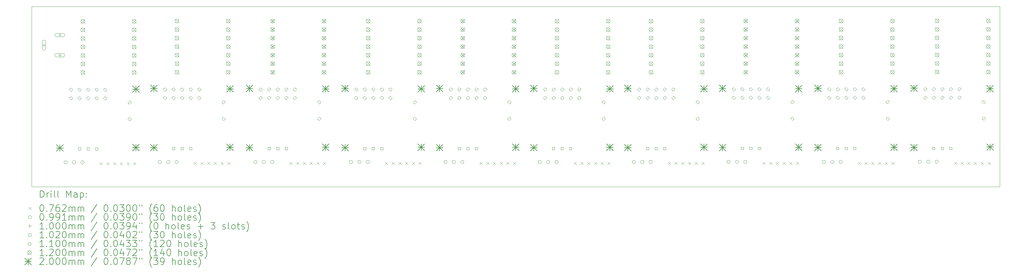
<source format=gbr>
%TF.GenerationSoftware,KiCad,Pcbnew,8.0.6*%
%TF.CreationDate,2024-11-22T20:17:54-05:00*%
%TF.ProjectId,exosuit_modular_board,65786f73-7569-4745-9f6d-6f64756c6172,rev?*%
%TF.SameCoordinates,Original*%
%TF.FileFunction,Drillmap*%
%TF.FilePolarity,Positive*%
%FSLAX45Y45*%
G04 Gerber Fmt 4.5, Leading zero omitted, Abs format (unit mm)*
G04 Created by KiCad (PCBNEW 8.0.6) date 2024-11-22 20:17:54*
%MOMM*%
%LPD*%
G01*
G04 APERTURE LIST*
%ADD10C,0.050000*%
%ADD11C,0.200000*%
%ADD12C,0.100000*%
%ADD13C,0.102000*%
%ADD14C,0.110000*%
%ADD15C,0.120000*%
G04 APERTURE END LIST*
D10*
X12145000Y-7697500D02*
X40905000Y-7697500D01*
X40905000Y-13065000D01*
X12145000Y-13065000D01*
X12145000Y-7697500D01*
D11*
D12*
X14174400Y-12339400D02*
X14250600Y-12415600D01*
X14250600Y-12339400D02*
X14174400Y-12415600D01*
X14374400Y-12339400D02*
X14450600Y-12415600D01*
X14450600Y-12339400D02*
X14374400Y-12415600D01*
X14574400Y-12339400D02*
X14650600Y-12415600D01*
X14650600Y-12339400D02*
X14574400Y-12415600D01*
X14774400Y-12339400D02*
X14850600Y-12415600D01*
X14850600Y-12339400D02*
X14774400Y-12415600D01*
X14974400Y-12339400D02*
X15050600Y-12415600D01*
X15050600Y-12339400D02*
X14974400Y-12415600D01*
X15174400Y-12339400D02*
X15250600Y-12415600D01*
X15250600Y-12339400D02*
X15174400Y-12415600D01*
X16968900Y-12330900D02*
X17045100Y-12407100D01*
X17045100Y-12330900D02*
X16968900Y-12407100D01*
X17168900Y-12330900D02*
X17245100Y-12407100D01*
X17245100Y-12330900D02*
X17168900Y-12407100D01*
X17368900Y-12330900D02*
X17445100Y-12407100D01*
X17445100Y-12330900D02*
X17368900Y-12407100D01*
X17568900Y-12330900D02*
X17645100Y-12407100D01*
X17645100Y-12330900D02*
X17568900Y-12407100D01*
X17768900Y-12330900D02*
X17845100Y-12407100D01*
X17845100Y-12330900D02*
X17768900Y-12407100D01*
X17968900Y-12330900D02*
X18045100Y-12407100D01*
X18045100Y-12330900D02*
X17968900Y-12407100D01*
X19810304Y-12330900D02*
X19886504Y-12407100D01*
X19886504Y-12330900D02*
X19810304Y-12407100D01*
X20010304Y-12330900D02*
X20086504Y-12407100D01*
X20086504Y-12330900D02*
X20010304Y-12407100D01*
X20210304Y-12330900D02*
X20286504Y-12407100D01*
X20286504Y-12330900D02*
X20210304Y-12407100D01*
X20410304Y-12330900D02*
X20486504Y-12407100D01*
X20486504Y-12330900D02*
X20410304Y-12407100D01*
X20610304Y-12330900D02*
X20686504Y-12407100D01*
X20686504Y-12330900D02*
X20610304Y-12407100D01*
X20810304Y-12330900D02*
X20886504Y-12407100D01*
X20886504Y-12330900D02*
X20810304Y-12407100D01*
X22649110Y-12330900D02*
X22725310Y-12407100D01*
X22725310Y-12330900D02*
X22649110Y-12407100D01*
X22849110Y-12330900D02*
X22925310Y-12407100D01*
X22925310Y-12330900D02*
X22849110Y-12407100D01*
X23049110Y-12330900D02*
X23125310Y-12407100D01*
X23125310Y-12330900D02*
X23049110Y-12407100D01*
X23249110Y-12330900D02*
X23325310Y-12407100D01*
X23325310Y-12330900D02*
X23249110Y-12407100D01*
X23449110Y-12330900D02*
X23525310Y-12407100D01*
X23525310Y-12330900D02*
X23449110Y-12407100D01*
X23649110Y-12330900D02*
X23725310Y-12407100D01*
X23725310Y-12330900D02*
X23649110Y-12407100D01*
X25457394Y-12330900D02*
X25533594Y-12407100D01*
X25533594Y-12330900D02*
X25457394Y-12407100D01*
X25657394Y-12330900D02*
X25733594Y-12407100D01*
X25733594Y-12330900D02*
X25657394Y-12407100D01*
X25857394Y-12330900D02*
X25933594Y-12407100D01*
X25933594Y-12330900D02*
X25857394Y-12407100D01*
X26057394Y-12330900D02*
X26133594Y-12407100D01*
X26133594Y-12330900D02*
X26057394Y-12407100D01*
X26257394Y-12330900D02*
X26333594Y-12407100D01*
X26333594Y-12330900D02*
X26257394Y-12407100D01*
X26457394Y-12330900D02*
X26533594Y-12407100D01*
X26533594Y-12330900D02*
X26457394Y-12407100D01*
X28257394Y-12330900D02*
X28333594Y-12407100D01*
X28333594Y-12330900D02*
X28257394Y-12407100D01*
X28457394Y-12330900D02*
X28533594Y-12407100D01*
X28533594Y-12330900D02*
X28457394Y-12407100D01*
X28657394Y-12330900D02*
X28733594Y-12407100D01*
X28733594Y-12330900D02*
X28657394Y-12407100D01*
X28857394Y-12330900D02*
X28933594Y-12407100D01*
X28933594Y-12330900D02*
X28857394Y-12407100D01*
X29057394Y-12330900D02*
X29133594Y-12407100D01*
X29133594Y-12330900D02*
X29057394Y-12407100D01*
X29257394Y-12330900D02*
X29333594Y-12407100D01*
X29333594Y-12330900D02*
X29257394Y-12407100D01*
X31052208Y-12330300D02*
X31128408Y-12406500D01*
X31128408Y-12330300D02*
X31052208Y-12406500D01*
X31252209Y-12330300D02*
X31328409Y-12406500D01*
X31328409Y-12330300D02*
X31252209Y-12406500D01*
X31452208Y-12330300D02*
X31528408Y-12406500D01*
X31528408Y-12330300D02*
X31452208Y-12406500D01*
X31652209Y-12330300D02*
X31728409Y-12406500D01*
X31728409Y-12330300D02*
X31652209Y-12406500D01*
X31852208Y-12330300D02*
X31928408Y-12406500D01*
X31928408Y-12330300D02*
X31852208Y-12406500D01*
X32052208Y-12330300D02*
X32128408Y-12406500D01*
X32128408Y-12330300D02*
X32052208Y-12406500D01*
X33864509Y-12327400D02*
X33940709Y-12403600D01*
X33940709Y-12327400D02*
X33864509Y-12403600D01*
X34064509Y-12327400D02*
X34140709Y-12403600D01*
X34140709Y-12327400D02*
X34064509Y-12403600D01*
X34264509Y-12327400D02*
X34340709Y-12403600D01*
X34340709Y-12327400D02*
X34264509Y-12403600D01*
X34464509Y-12327400D02*
X34540709Y-12403600D01*
X34540709Y-12327400D02*
X34464509Y-12403600D01*
X34664508Y-12327400D02*
X34740708Y-12403600D01*
X34740708Y-12327400D02*
X34664508Y-12403600D01*
X34864509Y-12327400D02*
X34940709Y-12403600D01*
X34940709Y-12327400D02*
X34864509Y-12403600D01*
X36699509Y-12327400D02*
X36775709Y-12403600D01*
X36775709Y-12327400D02*
X36699509Y-12403600D01*
X36899509Y-12327400D02*
X36975709Y-12403600D01*
X36975709Y-12327400D02*
X36899509Y-12403600D01*
X37099509Y-12327400D02*
X37175709Y-12403600D01*
X37175709Y-12327400D02*
X37099509Y-12403600D01*
X37299509Y-12327400D02*
X37375709Y-12403600D01*
X37375709Y-12327400D02*
X37299509Y-12403600D01*
X37499508Y-12327400D02*
X37575708Y-12403600D01*
X37575708Y-12327400D02*
X37499508Y-12403600D01*
X37699509Y-12327400D02*
X37775709Y-12403600D01*
X37775709Y-12327400D02*
X37699509Y-12403600D01*
X39551009Y-12324400D02*
X39627209Y-12400600D01*
X39627209Y-12324400D02*
X39551009Y-12400600D01*
X39751009Y-12324400D02*
X39827209Y-12400600D01*
X39827209Y-12324400D02*
X39751009Y-12400600D01*
X39951009Y-12324400D02*
X40027209Y-12400600D01*
X40027209Y-12324400D02*
X39951009Y-12400600D01*
X40151009Y-12324400D02*
X40227209Y-12400600D01*
X40227209Y-12324400D02*
X40151009Y-12400600D01*
X40351008Y-12324400D02*
X40427208Y-12400600D01*
X40427208Y-12324400D02*
X40351008Y-12400600D01*
X40551009Y-12324400D02*
X40627209Y-12400600D01*
X40627209Y-12324400D02*
X40551009Y-12400600D01*
X13209040Y-12335490D02*
G75*
G02*
X13109980Y-12335490I-49530J0D01*
G01*
X13109980Y-12335490D02*
G75*
G02*
X13209040Y-12335490I49530J0D01*
G01*
X13459040Y-12335490D02*
G75*
G02*
X13359980Y-12335490I-49530J0D01*
G01*
X13359980Y-12335490D02*
G75*
G02*
X13459040Y-12335490I49530J0D01*
G01*
X13709040Y-12335490D02*
G75*
G02*
X13609980Y-12335490I-49530J0D01*
G01*
X13609980Y-12335490D02*
G75*
G02*
X13709040Y-12335490I49530J0D01*
G01*
X16003540Y-12326990D02*
G75*
G02*
X15904480Y-12326990I-49530J0D01*
G01*
X15904480Y-12326990D02*
G75*
G02*
X16003540Y-12326990I49530J0D01*
G01*
X16253540Y-12326990D02*
G75*
G02*
X16154480Y-12326990I-49530J0D01*
G01*
X16154480Y-12326990D02*
G75*
G02*
X16253540Y-12326990I49530J0D01*
G01*
X16503540Y-12326990D02*
G75*
G02*
X16404480Y-12326990I-49530J0D01*
G01*
X16404480Y-12326990D02*
G75*
G02*
X16503540Y-12326990I49530J0D01*
G01*
X18844944Y-12326990D02*
G75*
G02*
X18745884Y-12326990I-49530J0D01*
G01*
X18745884Y-12326990D02*
G75*
G02*
X18844944Y-12326990I49530J0D01*
G01*
X19094944Y-12326990D02*
G75*
G02*
X18995884Y-12326990I-49530J0D01*
G01*
X18995884Y-12326990D02*
G75*
G02*
X19094944Y-12326990I49530J0D01*
G01*
X19344944Y-12326990D02*
G75*
G02*
X19245884Y-12326990I-49530J0D01*
G01*
X19245884Y-12326990D02*
G75*
G02*
X19344944Y-12326990I49530J0D01*
G01*
X21683750Y-12326990D02*
G75*
G02*
X21584690Y-12326990I-49530J0D01*
G01*
X21584690Y-12326990D02*
G75*
G02*
X21683750Y-12326990I49530J0D01*
G01*
X21933750Y-12326990D02*
G75*
G02*
X21834690Y-12326990I-49530J0D01*
G01*
X21834690Y-12326990D02*
G75*
G02*
X21933750Y-12326990I49530J0D01*
G01*
X22183750Y-12326990D02*
G75*
G02*
X22084690Y-12326990I-49530J0D01*
G01*
X22084690Y-12326990D02*
G75*
G02*
X22183750Y-12326990I49530J0D01*
G01*
X24492034Y-12326990D02*
G75*
G02*
X24392974Y-12326990I-49530J0D01*
G01*
X24392974Y-12326990D02*
G75*
G02*
X24492034Y-12326990I49530J0D01*
G01*
X24742034Y-12326990D02*
G75*
G02*
X24642974Y-12326990I-49530J0D01*
G01*
X24642974Y-12326990D02*
G75*
G02*
X24742034Y-12326990I49530J0D01*
G01*
X24992034Y-12326990D02*
G75*
G02*
X24892974Y-12326990I-49530J0D01*
G01*
X24892974Y-12326990D02*
G75*
G02*
X24992034Y-12326990I49530J0D01*
G01*
X27292034Y-12326990D02*
G75*
G02*
X27192974Y-12326990I-49530J0D01*
G01*
X27192974Y-12326990D02*
G75*
G02*
X27292034Y-12326990I49530J0D01*
G01*
X27542034Y-12326990D02*
G75*
G02*
X27442974Y-12326990I-49530J0D01*
G01*
X27442974Y-12326990D02*
G75*
G02*
X27542034Y-12326990I49530J0D01*
G01*
X27792034Y-12326990D02*
G75*
G02*
X27692974Y-12326990I-49530J0D01*
G01*
X27692974Y-12326990D02*
G75*
G02*
X27792034Y-12326990I49530J0D01*
G01*
X30086848Y-12326390D02*
G75*
G02*
X29987788Y-12326390I-49530J0D01*
G01*
X29987788Y-12326390D02*
G75*
G02*
X30086848Y-12326390I49530J0D01*
G01*
X30336848Y-12326390D02*
G75*
G02*
X30237788Y-12326390I-49530J0D01*
G01*
X30237788Y-12326390D02*
G75*
G02*
X30336848Y-12326390I49530J0D01*
G01*
X30586848Y-12326390D02*
G75*
G02*
X30487788Y-12326390I-49530J0D01*
G01*
X30487788Y-12326390D02*
G75*
G02*
X30586848Y-12326390I49530J0D01*
G01*
X32899148Y-12323490D02*
G75*
G02*
X32800088Y-12323490I-49530J0D01*
G01*
X32800088Y-12323490D02*
G75*
G02*
X32899148Y-12323490I49530J0D01*
G01*
X33149148Y-12323490D02*
G75*
G02*
X33050088Y-12323490I-49530J0D01*
G01*
X33050088Y-12323490D02*
G75*
G02*
X33149148Y-12323490I49530J0D01*
G01*
X33399148Y-12323490D02*
G75*
G02*
X33300088Y-12323490I-49530J0D01*
G01*
X33300088Y-12323490D02*
G75*
G02*
X33399148Y-12323490I49530J0D01*
G01*
X35734149Y-12323490D02*
G75*
G02*
X35635089Y-12323490I-49530J0D01*
G01*
X35635089Y-12323490D02*
G75*
G02*
X35734149Y-12323490I49530J0D01*
G01*
X35984149Y-12323490D02*
G75*
G02*
X35885089Y-12323490I-49530J0D01*
G01*
X35885089Y-12323490D02*
G75*
G02*
X35984149Y-12323490I49530J0D01*
G01*
X36234149Y-12323490D02*
G75*
G02*
X36135089Y-12323490I-49530J0D01*
G01*
X36135089Y-12323490D02*
G75*
G02*
X36234149Y-12323490I49530J0D01*
G01*
X38585649Y-12320490D02*
G75*
G02*
X38486589Y-12320490I-49530J0D01*
G01*
X38486589Y-12320490D02*
G75*
G02*
X38585649Y-12320490I49530J0D01*
G01*
X38835649Y-12320490D02*
G75*
G02*
X38736589Y-12320490I-49530J0D01*
G01*
X38736589Y-12320490D02*
G75*
G02*
X38835649Y-12320490I49530J0D01*
G01*
X39085649Y-12320490D02*
G75*
G02*
X38986589Y-12320490I-49530J0D01*
G01*
X38986589Y-12320490D02*
G75*
G02*
X39085649Y-12320490I49530J0D01*
G01*
X12512500Y-8795000D02*
X12512500Y-8895000D01*
X12462500Y-8845000D02*
X12562500Y-8845000D01*
X12462500Y-8745000D02*
X12462500Y-8945000D01*
X12562500Y-8945000D02*
G75*
G02*
X12462500Y-8945000I-50000J0D01*
G01*
X12562500Y-8945000D02*
X12562500Y-8745000D01*
X12562500Y-8745000D02*
G75*
G03*
X12462500Y-8745000I-50000J0D01*
G01*
X12982500Y-8495000D02*
X12982500Y-8595000D01*
X12932500Y-8545000D02*
X13032500Y-8545000D01*
X13082500Y-8495000D02*
X12882500Y-8495000D01*
X12882500Y-8595000D02*
G75*
G02*
X12882500Y-8495000I0J50000D01*
G01*
X12882500Y-8595000D02*
X13082500Y-8595000D01*
X13082500Y-8595000D02*
G75*
G03*
X13082500Y-8495000I0J50000D01*
G01*
X12982500Y-9095000D02*
X12982500Y-9195000D01*
X12932500Y-9145000D02*
X13032500Y-9145000D01*
X13082500Y-9095000D02*
X12882500Y-9095000D01*
X12882500Y-9195000D02*
G75*
G02*
X12882500Y-9095000I0J50000D01*
G01*
X12882500Y-9195000D02*
X13082500Y-9195000D01*
X13082500Y-9195000D02*
G75*
G03*
X13082500Y-9095000I0J50000D01*
G01*
D13*
X13604454Y-11971363D02*
X13604454Y-11899237D01*
X13532329Y-11899237D01*
X13532329Y-11971363D01*
X13604454Y-11971363D01*
X13858454Y-11971363D02*
X13858454Y-11899237D01*
X13786329Y-11899237D01*
X13786329Y-11971363D01*
X13858454Y-11971363D01*
X14112454Y-11971363D02*
X14112454Y-11899237D01*
X14040329Y-11899237D01*
X14040329Y-11971363D01*
X14112454Y-11971363D01*
X16398954Y-11962863D02*
X16398954Y-11890737D01*
X16326829Y-11890737D01*
X16326829Y-11962863D01*
X16398954Y-11962863D01*
X16652954Y-11962863D02*
X16652954Y-11890737D01*
X16580829Y-11890737D01*
X16580829Y-11962863D01*
X16652954Y-11962863D01*
X16906954Y-11962863D02*
X16906954Y-11890737D01*
X16834829Y-11890737D01*
X16834829Y-11962863D01*
X16906954Y-11962863D01*
X19240359Y-11962863D02*
X19240359Y-11890737D01*
X19168233Y-11890737D01*
X19168233Y-11962863D01*
X19240359Y-11962863D01*
X19494359Y-11962863D02*
X19494359Y-11890737D01*
X19422233Y-11890737D01*
X19422233Y-11962863D01*
X19494359Y-11962863D01*
X19748359Y-11962863D02*
X19748359Y-11890737D01*
X19676233Y-11890737D01*
X19676233Y-11962863D01*
X19748359Y-11962863D01*
X22079164Y-11962863D02*
X22079164Y-11890737D01*
X22007039Y-11890737D01*
X22007039Y-11962863D01*
X22079164Y-11962863D01*
X22333164Y-11962863D02*
X22333164Y-11890737D01*
X22261039Y-11890737D01*
X22261039Y-11962863D01*
X22333164Y-11962863D01*
X22587164Y-11962863D02*
X22587164Y-11890737D01*
X22515039Y-11890737D01*
X22515039Y-11962863D01*
X22587164Y-11962863D01*
X24887449Y-11962863D02*
X24887449Y-11890737D01*
X24815323Y-11890737D01*
X24815323Y-11962863D01*
X24887449Y-11962863D01*
X25141449Y-11962863D02*
X25141449Y-11890737D01*
X25069323Y-11890737D01*
X25069323Y-11962863D01*
X25141449Y-11962863D01*
X25395449Y-11962863D02*
X25395449Y-11890737D01*
X25323323Y-11890737D01*
X25323323Y-11962863D01*
X25395449Y-11962863D01*
X27687449Y-11962863D02*
X27687449Y-11890737D01*
X27615323Y-11890737D01*
X27615323Y-11962863D01*
X27687449Y-11962863D01*
X27941449Y-11962863D02*
X27941449Y-11890737D01*
X27869323Y-11890737D01*
X27869323Y-11962863D01*
X27941449Y-11962863D01*
X28195449Y-11962863D02*
X28195449Y-11890737D01*
X28123323Y-11890737D01*
X28123323Y-11962863D01*
X28195449Y-11962863D01*
X30482263Y-11962263D02*
X30482263Y-11890137D01*
X30410137Y-11890137D01*
X30410137Y-11962263D01*
X30482263Y-11962263D01*
X30736263Y-11962263D02*
X30736263Y-11890137D01*
X30664137Y-11890137D01*
X30664137Y-11962263D01*
X30736263Y-11962263D01*
X30990263Y-11962263D02*
X30990263Y-11890137D01*
X30918137Y-11890137D01*
X30918137Y-11962263D01*
X30990263Y-11962263D01*
X33294563Y-11959363D02*
X33294563Y-11887237D01*
X33222437Y-11887237D01*
X33222437Y-11959363D01*
X33294563Y-11959363D01*
X33548563Y-11959363D02*
X33548563Y-11887237D01*
X33476437Y-11887237D01*
X33476437Y-11959363D01*
X33548563Y-11959363D01*
X33802563Y-11959363D02*
X33802563Y-11887237D01*
X33730437Y-11887237D01*
X33730437Y-11959363D01*
X33802563Y-11959363D01*
X36129563Y-11959363D02*
X36129563Y-11887237D01*
X36057437Y-11887237D01*
X36057437Y-11959363D01*
X36129563Y-11959363D01*
X36383563Y-11959363D02*
X36383563Y-11887237D01*
X36311437Y-11887237D01*
X36311437Y-11959363D01*
X36383563Y-11959363D01*
X36637563Y-11959363D02*
X36637563Y-11887237D01*
X36565437Y-11887237D01*
X36565437Y-11959363D01*
X36637563Y-11959363D01*
X38981063Y-11956363D02*
X38981063Y-11884237D01*
X38908937Y-11884237D01*
X38908937Y-11956363D01*
X38981063Y-11956363D01*
X39235063Y-11956363D02*
X39235063Y-11884237D01*
X39162937Y-11884237D01*
X39162937Y-11956363D01*
X39235063Y-11956363D01*
X39489063Y-11956363D02*
X39489063Y-11884237D01*
X39416937Y-11884237D01*
X39416937Y-11956363D01*
X39489063Y-11956363D01*
D14*
X13314391Y-10225000D02*
X13369391Y-10170000D01*
X13314391Y-10115000D01*
X13259391Y-10170000D01*
X13314391Y-10225000D01*
X13314391Y-10479000D02*
X13369391Y-10424000D01*
X13314391Y-10369000D01*
X13259391Y-10424000D01*
X13314391Y-10479000D01*
X13568391Y-10225000D02*
X13623391Y-10170000D01*
X13568391Y-10115000D01*
X13513391Y-10170000D01*
X13568391Y-10225000D01*
X13568391Y-10479000D02*
X13623391Y-10424000D01*
X13568391Y-10369000D01*
X13513391Y-10424000D01*
X13568391Y-10479000D01*
X13822391Y-10225000D02*
X13877391Y-10170000D01*
X13822391Y-10115000D01*
X13767391Y-10170000D01*
X13822391Y-10225000D01*
X13822391Y-10479000D02*
X13877391Y-10424000D01*
X13822391Y-10369000D01*
X13767391Y-10424000D01*
X13822391Y-10479000D01*
X14076391Y-10225000D02*
X14131391Y-10170000D01*
X14076391Y-10115000D01*
X14021391Y-10170000D01*
X14076391Y-10225000D01*
X14076391Y-10479000D02*
X14131391Y-10424000D01*
X14076391Y-10369000D01*
X14021391Y-10424000D01*
X14076391Y-10479000D01*
X14330391Y-10225000D02*
X14385391Y-10170000D01*
X14330391Y-10115000D01*
X14275391Y-10170000D01*
X14330391Y-10225000D01*
X14330391Y-10479000D02*
X14385391Y-10424000D01*
X14330391Y-10369000D01*
X14275391Y-10424000D01*
X14330391Y-10479000D01*
X15054291Y-10606000D02*
X15109291Y-10551000D01*
X15054291Y-10496000D01*
X14999291Y-10551000D01*
X15054291Y-10606000D01*
X15054291Y-11101300D02*
X15109291Y-11046300D01*
X15054291Y-10991300D01*
X14999291Y-11046300D01*
X15054291Y-11101300D01*
X16108891Y-10216500D02*
X16163891Y-10161500D01*
X16108891Y-10106500D01*
X16053891Y-10161500D01*
X16108891Y-10216500D01*
X16108891Y-10470500D02*
X16163891Y-10415500D01*
X16108891Y-10360500D01*
X16053891Y-10415500D01*
X16108891Y-10470500D01*
X16362891Y-10216500D02*
X16417891Y-10161500D01*
X16362891Y-10106500D01*
X16307891Y-10161500D01*
X16362891Y-10216500D01*
X16362891Y-10470500D02*
X16417891Y-10415500D01*
X16362891Y-10360500D01*
X16307891Y-10415500D01*
X16362891Y-10470500D01*
X16616891Y-10216500D02*
X16671891Y-10161500D01*
X16616891Y-10106500D01*
X16561891Y-10161500D01*
X16616891Y-10216500D01*
X16616891Y-10470500D02*
X16671891Y-10415500D01*
X16616891Y-10360500D01*
X16561891Y-10415500D01*
X16616891Y-10470500D01*
X16870892Y-10216500D02*
X16925892Y-10161500D01*
X16870892Y-10106500D01*
X16815892Y-10161500D01*
X16870892Y-10216500D01*
X16870892Y-10470500D02*
X16925892Y-10415500D01*
X16870892Y-10360500D01*
X16815892Y-10415500D01*
X16870892Y-10470500D01*
X17124892Y-10216500D02*
X17179892Y-10161500D01*
X17124892Y-10106500D01*
X17069892Y-10161500D01*
X17124892Y-10216500D01*
X17124892Y-10470500D02*
X17179892Y-10415500D01*
X17124892Y-10360500D01*
X17069892Y-10415500D01*
X17124892Y-10470500D01*
X17848792Y-10597500D02*
X17903792Y-10542500D01*
X17848792Y-10487500D01*
X17793792Y-10542500D01*
X17848792Y-10597500D01*
X17848792Y-11092800D02*
X17903792Y-11037800D01*
X17848792Y-10982800D01*
X17793792Y-11037800D01*
X17848792Y-11092800D01*
X18950296Y-10216500D02*
X19005296Y-10161500D01*
X18950296Y-10106500D01*
X18895296Y-10161500D01*
X18950296Y-10216500D01*
X18950296Y-10470500D02*
X19005296Y-10415500D01*
X18950296Y-10360500D01*
X18895296Y-10415500D01*
X18950296Y-10470500D01*
X19204296Y-10216500D02*
X19259296Y-10161500D01*
X19204296Y-10106500D01*
X19149296Y-10161500D01*
X19204296Y-10216500D01*
X19204296Y-10470500D02*
X19259296Y-10415500D01*
X19204296Y-10360500D01*
X19149296Y-10415500D01*
X19204296Y-10470500D01*
X19458296Y-10216500D02*
X19513296Y-10161500D01*
X19458296Y-10106500D01*
X19403296Y-10161500D01*
X19458296Y-10216500D01*
X19458296Y-10470500D02*
X19513296Y-10415500D01*
X19458296Y-10360500D01*
X19403296Y-10415500D01*
X19458296Y-10470500D01*
X19712296Y-10216500D02*
X19767296Y-10161500D01*
X19712296Y-10106500D01*
X19657296Y-10161500D01*
X19712296Y-10216500D01*
X19712296Y-10470500D02*
X19767296Y-10415500D01*
X19712296Y-10360500D01*
X19657296Y-10415500D01*
X19712296Y-10470500D01*
X19966296Y-10216500D02*
X20021296Y-10161500D01*
X19966296Y-10106500D01*
X19911296Y-10161500D01*
X19966296Y-10216500D01*
X19966296Y-10470500D02*
X20021296Y-10415500D01*
X19966296Y-10360500D01*
X19911296Y-10415500D01*
X19966296Y-10470500D01*
X20690196Y-10597500D02*
X20745196Y-10542500D01*
X20690196Y-10487500D01*
X20635196Y-10542500D01*
X20690196Y-10597500D01*
X20690196Y-11092800D02*
X20745196Y-11037800D01*
X20690196Y-10982800D01*
X20635196Y-11037800D01*
X20690196Y-11092800D01*
X21789102Y-10216500D02*
X21844102Y-10161500D01*
X21789102Y-10106500D01*
X21734102Y-10161500D01*
X21789102Y-10216500D01*
X21789102Y-10470500D02*
X21844102Y-10415500D01*
X21789102Y-10360500D01*
X21734102Y-10415500D01*
X21789102Y-10470500D01*
X22043102Y-10216500D02*
X22098102Y-10161500D01*
X22043102Y-10106500D01*
X21988102Y-10161500D01*
X22043102Y-10216500D01*
X22043102Y-10470500D02*
X22098102Y-10415500D01*
X22043102Y-10360500D01*
X21988102Y-10415500D01*
X22043102Y-10470500D01*
X22297102Y-10216500D02*
X22352102Y-10161500D01*
X22297102Y-10106500D01*
X22242102Y-10161500D01*
X22297102Y-10216500D01*
X22297102Y-10470500D02*
X22352102Y-10415500D01*
X22297102Y-10360500D01*
X22242102Y-10415500D01*
X22297102Y-10470500D01*
X22551101Y-10216500D02*
X22606101Y-10161500D01*
X22551101Y-10106500D01*
X22496101Y-10161500D01*
X22551101Y-10216500D01*
X22551101Y-10470500D02*
X22606101Y-10415500D01*
X22551101Y-10360500D01*
X22496101Y-10415500D01*
X22551101Y-10470500D01*
X22805101Y-10216500D02*
X22860101Y-10161500D01*
X22805101Y-10106500D01*
X22750101Y-10161500D01*
X22805101Y-10216500D01*
X22805101Y-10470500D02*
X22860101Y-10415500D01*
X22805101Y-10360500D01*
X22750101Y-10415500D01*
X22805101Y-10470500D01*
X23529001Y-10597500D02*
X23584001Y-10542500D01*
X23529001Y-10487500D01*
X23474001Y-10542500D01*
X23529001Y-10597500D01*
X23529001Y-11092800D02*
X23584001Y-11037800D01*
X23529001Y-10982800D01*
X23474001Y-11037800D01*
X23529001Y-11092800D01*
X24597386Y-10216500D02*
X24652386Y-10161500D01*
X24597386Y-10106500D01*
X24542386Y-10161500D01*
X24597386Y-10216500D01*
X24597386Y-10470500D02*
X24652386Y-10415500D01*
X24597386Y-10360500D01*
X24542386Y-10415500D01*
X24597386Y-10470500D01*
X24851386Y-10216500D02*
X24906386Y-10161500D01*
X24851386Y-10106500D01*
X24796386Y-10161500D01*
X24851386Y-10216500D01*
X24851386Y-10470500D02*
X24906386Y-10415500D01*
X24851386Y-10360500D01*
X24796386Y-10415500D01*
X24851386Y-10470500D01*
X25105386Y-10216500D02*
X25160386Y-10161500D01*
X25105386Y-10106500D01*
X25050386Y-10161500D01*
X25105386Y-10216500D01*
X25105386Y-10470500D02*
X25160386Y-10415500D01*
X25105386Y-10360500D01*
X25050386Y-10415500D01*
X25105386Y-10470500D01*
X25359386Y-10216500D02*
X25414386Y-10161500D01*
X25359386Y-10106500D01*
X25304386Y-10161500D01*
X25359386Y-10216500D01*
X25359386Y-10470500D02*
X25414386Y-10415500D01*
X25359386Y-10360500D01*
X25304386Y-10415500D01*
X25359386Y-10470500D01*
X25613386Y-10216500D02*
X25668386Y-10161500D01*
X25613386Y-10106500D01*
X25558386Y-10161500D01*
X25613386Y-10216500D01*
X25613386Y-10470500D02*
X25668386Y-10415500D01*
X25613386Y-10360500D01*
X25558386Y-10415500D01*
X25613386Y-10470500D01*
X26337286Y-10597500D02*
X26392286Y-10542500D01*
X26337286Y-10487500D01*
X26282286Y-10542500D01*
X26337286Y-10597500D01*
X26337286Y-11092800D02*
X26392286Y-11037800D01*
X26337286Y-10982800D01*
X26282286Y-11037800D01*
X26337286Y-11092800D01*
X27397386Y-10216500D02*
X27452386Y-10161500D01*
X27397386Y-10106500D01*
X27342386Y-10161500D01*
X27397386Y-10216500D01*
X27397386Y-10470500D02*
X27452386Y-10415500D01*
X27397386Y-10360500D01*
X27342386Y-10415500D01*
X27397386Y-10470500D01*
X27651386Y-10216500D02*
X27706386Y-10161500D01*
X27651386Y-10106500D01*
X27596386Y-10161500D01*
X27651386Y-10216500D01*
X27651386Y-10470500D02*
X27706386Y-10415500D01*
X27651386Y-10360500D01*
X27596386Y-10415500D01*
X27651386Y-10470500D01*
X27905386Y-10216500D02*
X27960386Y-10161500D01*
X27905386Y-10106500D01*
X27850386Y-10161500D01*
X27905386Y-10216500D01*
X27905386Y-10470500D02*
X27960386Y-10415500D01*
X27905386Y-10360500D01*
X27850386Y-10415500D01*
X27905386Y-10470500D01*
X28159386Y-10216500D02*
X28214386Y-10161500D01*
X28159386Y-10106500D01*
X28104386Y-10161500D01*
X28159386Y-10216500D01*
X28159386Y-10470500D02*
X28214386Y-10415500D01*
X28159386Y-10360500D01*
X28104386Y-10415500D01*
X28159386Y-10470500D01*
X28413386Y-10216500D02*
X28468386Y-10161500D01*
X28413386Y-10106500D01*
X28358386Y-10161500D01*
X28413386Y-10216500D01*
X28413386Y-10470500D02*
X28468386Y-10415500D01*
X28413386Y-10360500D01*
X28358386Y-10415500D01*
X28413386Y-10470500D01*
X29137286Y-10597500D02*
X29192286Y-10542500D01*
X29137286Y-10487500D01*
X29082286Y-10542500D01*
X29137286Y-10597500D01*
X29137286Y-11092800D02*
X29192286Y-11037800D01*
X29137286Y-10982800D01*
X29082286Y-11037800D01*
X29137286Y-11092800D01*
X30192200Y-10215900D02*
X30247200Y-10160900D01*
X30192200Y-10105900D01*
X30137200Y-10160900D01*
X30192200Y-10215900D01*
X30192200Y-10469900D02*
X30247200Y-10414900D01*
X30192200Y-10359900D01*
X30137200Y-10414900D01*
X30192200Y-10469900D01*
X30446200Y-10215900D02*
X30501200Y-10160900D01*
X30446200Y-10105900D01*
X30391200Y-10160900D01*
X30446200Y-10215900D01*
X30446200Y-10469900D02*
X30501200Y-10414900D01*
X30446200Y-10359900D01*
X30391200Y-10414900D01*
X30446200Y-10469900D01*
X30700200Y-10215900D02*
X30755200Y-10160900D01*
X30700200Y-10105900D01*
X30645200Y-10160900D01*
X30700200Y-10215900D01*
X30700200Y-10469900D02*
X30755200Y-10414900D01*
X30700200Y-10359900D01*
X30645200Y-10414900D01*
X30700200Y-10469900D01*
X30954200Y-10215900D02*
X31009200Y-10160900D01*
X30954200Y-10105900D01*
X30899200Y-10160900D01*
X30954200Y-10215900D01*
X30954200Y-10469900D02*
X31009200Y-10414900D01*
X30954200Y-10359900D01*
X30899200Y-10414900D01*
X30954200Y-10469900D01*
X31208200Y-10215900D02*
X31263200Y-10160900D01*
X31208200Y-10105900D01*
X31153200Y-10160900D01*
X31208200Y-10215900D01*
X31208200Y-10469900D02*
X31263200Y-10414900D01*
X31208200Y-10359900D01*
X31153200Y-10414900D01*
X31208200Y-10469900D01*
X31932100Y-10596900D02*
X31987100Y-10541900D01*
X31932100Y-10486900D01*
X31877100Y-10541900D01*
X31932100Y-10596900D01*
X31932100Y-11092200D02*
X31987100Y-11037200D01*
X31932100Y-10982200D01*
X31877100Y-11037200D01*
X31932100Y-11092200D01*
X33004500Y-10213000D02*
X33059500Y-10158000D01*
X33004500Y-10103000D01*
X32949500Y-10158000D01*
X33004500Y-10213000D01*
X33004500Y-10467000D02*
X33059500Y-10412000D01*
X33004500Y-10357000D01*
X32949500Y-10412000D01*
X33004500Y-10467000D01*
X33258500Y-10213000D02*
X33313500Y-10158000D01*
X33258500Y-10103000D01*
X33203500Y-10158000D01*
X33258500Y-10213000D01*
X33258500Y-10467000D02*
X33313500Y-10412000D01*
X33258500Y-10357000D01*
X33203500Y-10412000D01*
X33258500Y-10467000D01*
X33512500Y-10213000D02*
X33567500Y-10158000D01*
X33512500Y-10103000D01*
X33457500Y-10158000D01*
X33512500Y-10213000D01*
X33512500Y-10467000D02*
X33567500Y-10412000D01*
X33512500Y-10357000D01*
X33457500Y-10412000D01*
X33512500Y-10467000D01*
X33766500Y-10213000D02*
X33821500Y-10158000D01*
X33766500Y-10103000D01*
X33711500Y-10158000D01*
X33766500Y-10213000D01*
X33766500Y-10467000D02*
X33821500Y-10412000D01*
X33766500Y-10357000D01*
X33711500Y-10412000D01*
X33766500Y-10467000D01*
X34020500Y-10213000D02*
X34075500Y-10158000D01*
X34020500Y-10103000D01*
X33965500Y-10158000D01*
X34020500Y-10213000D01*
X34020500Y-10467000D02*
X34075500Y-10412000D01*
X34020500Y-10357000D01*
X33965500Y-10412000D01*
X34020500Y-10467000D01*
X34744400Y-10594000D02*
X34799400Y-10539000D01*
X34744400Y-10484000D01*
X34689400Y-10539000D01*
X34744400Y-10594000D01*
X34744400Y-11089300D02*
X34799400Y-11034300D01*
X34744400Y-10979300D01*
X34689400Y-11034300D01*
X34744400Y-11089300D01*
X35839500Y-10213000D02*
X35894500Y-10158000D01*
X35839500Y-10103000D01*
X35784500Y-10158000D01*
X35839500Y-10213000D01*
X35839500Y-10467000D02*
X35894500Y-10412000D01*
X35839500Y-10357000D01*
X35784500Y-10412000D01*
X35839500Y-10467000D01*
X36093500Y-10213000D02*
X36148500Y-10158000D01*
X36093500Y-10103000D01*
X36038500Y-10158000D01*
X36093500Y-10213000D01*
X36093500Y-10467000D02*
X36148500Y-10412000D01*
X36093500Y-10357000D01*
X36038500Y-10412000D01*
X36093500Y-10467000D01*
X36347500Y-10213000D02*
X36402500Y-10158000D01*
X36347500Y-10103000D01*
X36292500Y-10158000D01*
X36347500Y-10213000D01*
X36347500Y-10467000D02*
X36402500Y-10412000D01*
X36347500Y-10357000D01*
X36292500Y-10412000D01*
X36347500Y-10467000D01*
X36601500Y-10213000D02*
X36656500Y-10158000D01*
X36601500Y-10103000D01*
X36546500Y-10158000D01*
X36601500Y-10213000D01*
X36601500Y-10467000D02*
X36656500Y-10412000D01*
X36601500Y-10357000D01*
X36546500Y-10412000D01*
X36601500Y-10467000D01*
X36855500Y-10213000D02*
X36910500Y-10158000D01*
X36855500Y-10103000D01*
X36800500Y-10158000D01*
X36855500Y-10213000D01*
X36855500Y-10467000D02*
X36910500Y-10412000D01*
X36855500Y-10357000D01*
X36800500Y-10412000D01*
X36855500Y-10467000D01*
X37579400Y-10594000D02*
X37634400Y-10539000D01*
X37579400Y-10484000D01*
X37524400Y-10539000D01*
X37579400Y-10594000D01*
X37579400Y-11089300D02*
X37634400Y-11034300D01*
X37579400Y-10979300D01*
X37524400Y-11034300D01*
X37579400Y-11089300D01*
X38691000Y-10210000D02*
X38746000Y-10155000D01*
X38691000Y-10100000D01*
X38636000Y-10155000D01*
X38691000Y-10210000D01*
X38691000Y-10464000D02*
X38746000Y-10409000D01*
X38691000Y-10354000D01*
X38636000Y-10409000D01*
X38691000Y-10464000D01*
X38945000Y-10210000D02*
X39000000Y-10155000D01*
X38945000Y-10100000D01*
X38890000Y-10155000D01*
X38945000Y-10210000D01*
X38945000Y-10464000D02*
X39000000Y-10409000D01*
X38945000Y-10354000D01*
X38890000Y-10409000D01*
X38945000Y-10464000D01*
X39199000Y-10210000D02*
X39254000Y-10155000D01*
X39199000Y-10100000D01*
X39144000Y-10155000D01*
X39199000Y-10210000D01*
X39199000Y-10464000D02*
X39254000Y-10409000D01*
X39199000Y-10354000D01*
X39144000Y-10409000D01*
X39199000Y-10464000D01*
X39453000Y-10210000D02*
X39508000Y-10155000D01*
X39453000Y-10100000D01*
X39398000Y-10155000D01*
X39453000Y-10210000D01*
X39453000Y-10464000D02*
X39508000Y-10409000D01*
X39453000Y-10354000D01*
X39398000Y-10409000D01*
X39453000Y-10464000D01*
X39707000Y-10210000D02*
X39762000Y-10155000D01*
X39707000Y-10100000D01*
X39652000Y-10155000D01*
X39707000Y-10210000D01*
X39707000Y-10464000D02*
X39762000Y-10409000D01*
X39707000Y-10354000D01*
X39652000Y-10409000D01*
X39707000Y-10464000D01*
X40430900Y-10591000D02*
X40485900Y-10536000D01*
X40430900Y-10481000D01*
X40375900Y-10536000D01*
X40430900Y-10591000D01*
X40430900Y-11086300D02*
X40485900Y-11031300D01*
X40430900Y-10976300D01*
X40375900Y-11031300D01*
X40430900Y-11086300D01*
D15*
X13610500Y-8078000D02*
X13730500Y-8198000D01*
X13730500Y-8078000D02*
X13610500Y-8198000D01*
X13730500Y-8138000D02*
G75*
G02*
X13610500Y-8138000I-60000J0D01*
G01*
X13610500Y-8138000D02*
G75*
G02*
X13730500Y-8138000I60000J0D01*
G01*
X13610500Y-8332000D02*
X13730500Y-8452000D01*
X13730500Y-8332000D02*
X13610500Y-8452000D01*
X13730500Y-8392000D02*
G75*
G02*
X13610500Y-8392000I-60000J0D01*
G01*
X13610500Y-8392000D02*
G75*
G02*
X13730500Y-8392000I60000J0D01*
G01*
X13610500Y-8586000D02*
X13730500Y-8706000D01*
X13730500Y-8586000D02*
X13610500Y-8706000D01*
X13730500Y-8646000D02*
G75*
G02*
X13610500Y-8646000I-60000J0D01*
G01*
X13610500Y-8646000D02*
G75*
G02*
X13730500Y-8646000I60000J0D01*
G01*
X13610500Y-8840000D02*
X13730500Y-8960000D01*
X13730500Y-8840000D02*
X13610500Y-8960000D01*
X13730500Y-8900000D02*
G75*
G02*
X13610500Y-8900000I-60000J0D01*
G01*
X13610500Y-8900000D02*
G75*
G02*
X13730500Y-8900000I60000J0D01*
G01*
X13610500Y-9094000D02*
X13730500Y-9214000D01*
X13730500Y-9094000D02*
X13610500Y-9214000D01*
X13730500Y-9154000D02*
G75*
G02*
X13610500Y-9154000I-60000J0D01*
G01*
X13610500Y-9154000D02*
G75*
G02*
X13730500Y-9154000I60000J0D01*
G01*
X13610500Y-9348000D02*
X13730500Y-9468000D01*
X13730500Y-9348000D02*
X13610500Y-9468000D01*
X13730500Y-9408000D02*
G75*
G02*
X13610500Y-9408000I-60000J0D01*
G01*
X13610500Y-9408000D02*
G75*
G02*
X13730500Y-9408000I60000J0D01*
G01*
X13610500Y-9602000D02*
X13730500Y-9722000D01*
X13730500Y-9602000D02*
X13610500Y-9722000D01*
X13730500Y-9662000D02*
G75*
G02*
X13610500Y-9662000I-60000J0D01*
G01*
X13610500Y-9662000D02*
G75*
G02*
X13730500Y-9662000I60000J0D01*
G01*
X15134500Y-8078000D02*
X15254500Y-8198000D01*
X15254500Y-8078000D02*
X15134500Y-8198000D01*
X15254500Y-8138000D02*
G75*
G02*
X15134500Y-8138000I-60000J0D01*
G01*
X15134500Y-8138000D02*
G75*
G02*
X15254500Y-8138000I60000J0D01*
G01*
X15134500Y-8332000D02*
X15254500Y-8452000D01*
X15254500Y-8332000D02*
X15134500Y-8452000D01*
X15254500Y-8392000D02*
G75*
G02*
X15134500Y-8392000I-60000J0D01*
G01*
X15134500Y-8392000D02*
G75*
G02*
X15254500Y-8392000I60000J0D01*
G01*
X15134500Y-8586000D02*
X15254500Y-8706000D01*
X15254500Y-8586000D02*
X15134500Y-8706000D01*
X15254500Y-8646000D02*
G75*
G02*
X15134500Y-8646000I-60000J0D01*
G01*
X15134500Y-8646000D02*
G75*
G02*
X15254500Y-8646000I60000J0D01*
G01*
X15134500Y-8840000D02*
X15254500Y-8960000D01*
X15254500Y-8840000D02*
X15134500Y-8960000D01*
X15254500Y-8900000D02*
G75*
G02*
X15134500Y-8900000I-60000J0D01*
G01*
X15134500Y-8900000D02*
G75*
G02*
X15254500Y-8900000I60000J0D01*
G01*
X15134500Y-9094000D02*
X15254500Y-9214000D01*
X15254500Y-9094000D02*
X15134500Y-9214000D01*
X15254500Y-9154000D02*
G75*
G02*
X15134500Y-9154000I-60000J0D01*
G01*
X15134500Y-9154000D02*
G75*
G02*
X15254500Y-9154000I60000J0D01*
G01*
X15134500Y-9348000D02*
X15254500Y-9468000D01*
X15254500Y-9348000D02*
X15134500Y-9468000D01*
X15254500Y-9408000D02*
G75*
G02*
X15134500Y-9408000I-60000J0D01*
G01*
X15134500Y-9408000D02*
G75*
G02*
X15254500Y-9408000I60000J0D01*
G01*
X15134500Y-9602000D02*
X15254500Y-9722000D01*
X15254500Y-9602000D02*
X15134500Y-9722000D01*
X15254500Y-9662000D02*
G75*
G02*
X15134500Y-9662000I-60000J0D01*
G01*
X15134500Y-9662000D02*
G75*
G02*
X15254500Y-9662000I60000J0D01*
G01*
X16405000Y-8069500D02*
X16525000Y-8189500D01*
X16525000Y-8069500D02*
X16405000Y-8189500D01*
X16525000Y-8129500D02*
G75*
G02*
X16405000Y-8129500I-60000J0D01*
G01*
X16405000Y-8129500D02*
G75*
G02*
X16525000Y-8129500I60000J0D01*
G01*
X16405000Y-8323500D02*
X16525000Y-8443500D01*
X16525000Y-8323500D02*
X16405000Y-8443500D01*
X16525000Y-8383500D02*
G75*
G02*
X16405000Y-8383500I-60000J0D01*
G01*
X16405000Y-8383500D02*
G75*
G02*
X16525000Y-8383500I60000J0D01*
G01*
X16405000Y-8577500D02*
X16525000Y-8697500D01*
X16525000Y-8577500D02*
X16405000Y-8697500D01*
X16525000Y-8637500D02*
G75*
G02*
X16405000Y-8637500I-60000J0D01*
G01*
X16405000Y-8637500D02*
G75*
G02*
X16525000Y-8637500I60000J0D01*
G01*
X16405000Y-8831500D02*
X16525000Y-8951500D01*
X16525000Y-8831500D02*
X16405000Y-8951500D01*
X16525000Y-8891500D02*
G75*
G02*
X16405000Y-8891500I-60000J0D01*
G01*
X16405000Y-8891500D02*
G75*
G02*
X16525000Y-8891500I60000J0D01*
G01*
X16405000Y-9085500D02*
X16525000Y-9205500D01*
X16525000Y-9085500D02*
X16405000Y-9205500D01*
X16525000Y-9145500D02*
G75*
G02*
X16405000Y-9145500I-60000J0D01*
G01*
X16405000Y-9145500D02*
G75*
G02*
X16525000Y-9145500I60000J0D01*
G01*
X16405000Y-9339500D02*
X16525000Y-9459500D01*
X16525000Y-9339500D02*
X16405000Y-9459500D01*
X16525000Y-9399500D02*
G75*
G02*
X16405000Y-9399500I-60000J0D01*
G01*
X16405000Y-9399500D02*
G75*
G02*
X16525000Y-9399500I60000J0D01*
G01*
X16405000Y-9593500D02*
X16525000Y-9713500D01*
X16525000Y-9593500D02*
X16405000Y-9713500D01*
X16525000Y-9653500D02*
G75*
G02*
X16405000Y-9653500I-60000J0D01*
G01*
X16405000Y-9653500D02*
G75*
G02*
X16525000Y-9653500I60000J0D01*
G01*
X17929000Y-8069500D02*
X18049000Y-8189500D01*
X18049000Y-8069500D02*
X17929000Y-8189500D01*
X18049000Y-8129500D02*
G75*
G02*
X17929000Y-8129500I-60000J0D01*
G01*
X17929000Y-8129500D02*
G75*
G02*
X18049000Y-8129500I60000J0D01*
G01*
X17929000Y-8323500D02*
X18049000Y-8443500D01*
X18049000Y-8323500D02*
X17929000Y-8443500D01*
X18049000Y-8383500D02*
G75*
G02*
X17929000Y-8383500I-60000J0D01*
G01*
X17929000Y-8383500D02*
G75*
G02*
X18049000Y-8383500I60000J0D01*
G01*
X17929000Y-8577500D02*
X18049000Y-8697500D01*
X18049000Y-8577500D02*
X17929000Y-8697500D01*
X18049000Y-8637500D02*
G75*
G02*
X17929000Y-8637500I-60000J0D01*
G01*
X17929000Y-8637500D02*
G75*
G02*
X18049000Y-8637500I60000J0D01*
G01*
X17929000Y-8831500D02*
X18049000Y-8951500D01*
X18049000Y-8831500D02*
X17929000Y-8951500D01*
X18049000Y-8891500D02*
G75*
G02*
X17929000Y-8891500I-60000J0D01*
G01*
X17929000Y-8891500D02*
G75*
G02*
X18049000Y-8891500I60000J0D01*
G01*
X17929000Y-9085500D02*
X18049000Y-9205500D01*
X18049000Y-9085500D02*
X17929000Y-9205500D01*
X18049000Y-9145500D02*
G75*
G02*
X17929000Y-9145500I-60000J0D01*
G01*
X17929000Y-9145500D02*
G75*
G02*
X18049000Y-9145500I60000J0D01*
G01*
X17929000Y-9339500D02*
X18049000Y-9459500D01*
X18049000Y-9339500D02*
X17929000Y-9459500D01*
X18049000Y-9399500D02*
G75*
G02*
X17929000Y-9399500I-60000J0D01*
G01*
X17929000Y-9399500D02*
G75*
G02*
X18049000Y-9399500I60000J0D01*
G01*
X17929000Y-9593500D02*
X18049000Y-9713500D01*
X18049000Y-9593500D02*
X17929000Y-9713500D01*
X18049000Y-9653500D02*
G75*
G02*
X17929000Y-9653500I-60000J0D01*
G01*
X17929000Y-9653500D02*
G75*
G02*
X18049000Y-9653500I60000J0D01*
G01*
X19246404Y-8069500D02*
X19366404Y-8189500D01*
X19366404Y-8069500D02*
X19246404Y-8189500D01*
X19366404Y-8129500D02*
G75*
G02*
X19246404Y-8129500I-60000J0D01*
G01*
X19246404Y-8129500D02*
G75*
G02*
X19366404Y-8129500I60000J0D01*
G01*
X19246404Y-8323500D02*
X19366404Y-8443500D01*
X19366404Y-8323500D02*
X19246404Y-8443500D01*
X19366404Y-8383500D02*
G75*
G02*
X19246404Y-8383500I-60000J0D01*
G01*
X19246404Y-8383500D02*
G75*
G02*
X19366404Y-8383500I60000J0D01*
G01*
X19246404Y-8577500D02*
X19366404Y-8697500D01*
X19366404Y-8577500D02*
X19246404Y-8697500D01*
X19366404Y-8637500D02*
G75*
G02*
X19246404Y-8637500I-60000J0D01*
G01*
X19246404Y-8637500D02*
G75*
G02*
X19366404Y-8637500I60000J0D01*
G01*
X19246404Y-8831500D02*
X19366404Y-8951500D01*
X19366404Y-8831500D02*
X19246404Y-8951500D01*
X19366404Y-8891500D02*
G75*
G02*
X19246404Y-8891500I-60000J0D01*
G01*
X19246404Y-8891500D02*
G75*
G02*
X19366404Y-8891500I60000J0D01*
G01*
X19246404Y-9085500D02*
X19366404Y-9205500D01*
X19366404Y-9085500D02*
X19246404Y-9205500D01*
X19366404Y-9145500D02*
G75*
G02*
X19246404Y-9145500I-60000J0D01*
G01*
X19246404Y-9145500D02*
G75*
G02*
X19366404Y-9145500I60000J0D01*
G01*
X19246404Y-9339500D02*
X19366404Y-9459500D01*
X19366404Y-9339500D02*
X19246404Y-9459500D01*
X19366404Y-9399500D02*
G75*
G02*
X19246404Y-9399500I-60000J0D01*
G01*
X19246404Y-9399500D02*
G75*
G02*
X19366404Y-9399500I60000J0D01*
G01*
X19246404Y-9593500D02*
X19366404Y-9713500D01*
X19366404Y-9593500D02*
X19246404Y-9713500D01*
X19366404Y-9653500D02*
G75*
G02*
X19246404Y-9653500I-60000J0D01*
G01*
X19246404Y-9653500D02*
G75*
G02*
X19366404Y-9653500I60000J0D01*
G01*
X20770404Y-8069500D02*
X20890404Y-8189500D01*
X20890404Y-8069500D02*
X20770404Y-8189500D01*
X20890404Y-8129500D02*
G75*
G02*
X20770404Y-8129500I-60000J0D01*
G01*
X20770404Y-8129500D02*
G75*
G02*
X20890404Y-8129500I60000J0D01*
G01*
X20770404Y-8323500D02*
X20890404Y-8443500D01*
X20890404Y-8323500D02*
X20770404Y-8443500D01*
X20890404Y-8383500D02*
G75*
G02*
X20770404Y-8383500I-60000J0D01*
G01*
X20770404Y-8383500D02*
G75*
G02*
X20890404Y-8383500I60000J0D01*
G01*
X20770404Y-8577500D02*
X20890404Y-8697500D01*
X20890404Y-8577500D02*
X20770404Y-8697500D01*
X20890404Y-8637500D02*
G75*
G02*
X20770404Y-8637500I-60000J0D01*
G01*
X20770404Y-8637500D02*
G75*
G02*
X20890404Y-8637500I60000J0D01*
G01*
X20770404Y-8831500D02*
X20890404Y-8951500D01*
X20890404Y-8831500D02*
X20770404Y-8951500D01*
X20890404Y-8891500D02*
G75*
G02*
X20770404Y-8891500I-60000J0D01*
G01*
X20770404Y-8891500D02*
G75*
G02*
X20890404Y-8891500I60000J0D01*
G01*
X20770404Y-9085500D02*
X20890404Y-9205500D01*
X20890404Y-9085500D02*
X20770404Y-9205500D01*
X20890404Y-9145500D02*
G75*
G02*
X20770404Y-9145500I-60000J0D01*
G01*
X20770404Y-9145500D02*
G75*
G02*
X20890404Y-9145500I60000J0D01*
G01*
X20770404Y-9339500D02*
X20890404Y-9459500D01*
X20890404Y-9339500D02*
X20770404Y-9459500D01*
X20890404Y-9399500D02*
G75*
G02*
X20770404Y-9399500I-60000J0D01*
G01*
X20770404Y-9399500D02*
G75*
G02*
X20890404Y-9399500I60000J0D01*
G01*
X20770404Y-9593500D02*
X20890404Y-9713500D01*
X20890404Y-9593500D02*
X20770404Y-9713500D01*
X20890404Y-9653500D02*
G75*
G02*
X20770404Y-9653500I-60000J0D01*
G01*
X20770404Y-9653500D02*
G75*
G02*
X20890404Y-9653500I60000J0D01*
G01*
X22085210Y-8069500D02*
X22205210Y-8189500D01*
X22205210Y-8069500D02*
X22085210Y-8189500D01*
X22205210Y-8129500D02*
G75*
G02*
X22085210Y-8129500I-60000J0D01*
G01*
X22085210Y-8129500D02*
G75*
G02*
X22205210Y-8129500I60000J0D01*
G01*
X22085210Y-8323500D02*
X22205210Y-8443500D01*
X22205210Y-8323500D02*
X22085210Y-8443500D01*
X22205210Y-8383500D02*
G75*
G02*
X22085210Y-8383500I-60000J0D01*
G01*
X22085210Y-8383500D02*
G75*
G02*
X22205210Y-8383500I60000J0D01*
G01*
X22085210Y-8577500D02*
X22205210Y-8697500D01*
X22205210Y-8577500D02*
X22085210Y-8697500D01*
X22205210Y-8637500D02*
G75*
G02*
X22085210Y-8637500I-60000J0D01*
G01*
X22085210Y-8637500D02*
G75*
G02*
X22205210Y-8637500I60000J0D01*
G01*
X22085210Y-8831500D02*
X22205210Y-8951500D01*
X22205210Y-8831500D02*
X22085210Y-8951500D01*
X22205210Y-8891500D02*
G75*
G02*
X22085210Y-8891500I-60000J0D01*
G01*
X22085210Y-8891500D02*
G75*
G02*
X22205210Y-8891500I60000J0D01*
G01*
X22085210Y-9085500D02*
X22205210Y-9205500D01*
X22205210Y-9085500D02*
X22085210Y-9205500D01*
X22205210Y-9145500D02*
G75*
G02*
X22085210Y-9145500I-60000J0D01*
G01*
X22085210Y-9145500D02*
G75*
G02*
X22205210Y-9145500I60000J0D01*
G01*
X22085210Y-9339500D02*
X22205210Y-9459500D01*
X22205210Y-9339500D02*
X22085210Y-9459500D01*
X22205210Y-9399500D02*
G75*
G02*
X22085210Y-9399500I-60000J0D01*
G01*
X22085210Y-9399500D02*
G75*
G02*
X22205210Y-9399500I60000J0D01*
G01*
X22085210Y-9593500D02*
X22205210Y-9713500D01*
X22205210Y-9593500D02*
X22085210Y-9713500D01*
X22205210Y-9653500D02*
G75*
G02*
X22085210Y-9653500I-60000J0D01*
G01*
X22085210Y-9653500D02*
G75*
G02*
X22205210Y-9653500I60000J0D01*
G01*
X23609210Y-8069500D02*
X23729210Y-8189500D01*
X23729210Y-8069500D02*
X23609210Y-8189500D01*
X23729210Y-8129500D02*
G75*
G02*
X23609210Y-8129500I-60000J0D01*
G01*
X23609210Y-8129500D02*
G75*
G02*
X23729210Y-8129500I60000J0D01*
G01*
X23609210Y-8323500D02*
X23729210Y-8443500D01*
X23729210Y-8323500D02*
X23609210Y-8443500D01*
X23729210Y-8383500D02*
G75*
G02*
X23609210Y-8383500I-60000J0D01*
G01*
X23609210Y-8383500D02*
G75*
G02*
X23729210Y-8383500I60000J0D01*
G01*
X23609210Y-8577500D02*
X23729210Y-8697500D01*
X23729210Y-8577500D02*
X23609210Y-8697500D01*
X23729210Y-8637500D02*
G75*
G02*
X23609210Y-8637500I-60000J0D01*
G01*
X23609210Y-8637500D02*
G75*
G02*
X23729210Y-8637500I60000J0D01*
G01*
X23609210Y-8831500D02*
X23729210Y-8951500D01*
X23729210Y-8831500D02*
X23609210Y-8951500D01*
X23729210Y-8891500D02*
G75*
G02*
X23609210Y-8891500I-60000J0D01*
G01*
X23609210Y-8891500D02*
G75*
G02*
X23729210Y-8891500I60000J0D01*
G01*
X23609210Y-9085500D02*
X23729210Y-9205500D01*
X23729210Y-9085500D02*
X23609210Y-9205500D01*
X23729210Y-9145500D02*
G75*
G02*
X23609210Y-9145500I-60000J0D01*
G01*
X23609210Y-9145500D02*
G75*
G02*
X23729210Y-9145500I60000J0D01*
G01*
X23609210Y-9339500D02*
X23729210Y-9459500D01*
X23729210Y-9339500D02*
X23609210Y-9459500D01*
X23729210Y-9399500D02*
G75*
G02*
X23609210Y-9399500I-60000J0D01*
G01*
X23609210Y-9399500D02*
G75*
G02*
X23729210Y-9399500I60000J0D01*
G01*
X23609210Y-9593500D02*
X23729210Y-9713500D01*
X23729210Y-9593500D02*
X23609210Y-9713500D01*
X23729210Y-9653500D02*
G75*
G02*
X23609210Y-9653500I-60000J0D01*
G01*
X23609210Y-9653500D02*
G75*
G02*
X23729210Y-9653500I60000J0D01*
G01*
X24893494Y-8069500D02*
X25013494Y-8189500D01*
X25013494Y-8069500D02*
X24893494Y-8189500D01*
X25013494Y-8129500D02*
G75*
G02*
X24893494Y-8129500I-60000J0D01*
G01*
X24893494Y-8129500D02*
G75*
G02*
X25013494Y-8129500I60000J0D01*
G01*
X24893494Y-8323500D02*
X25013494Y-8443500D01*
X25013494Y-8323500D02*
X24893494Y-8443500D01*
X25013494Y-8383500D02*
G75*
G02*
X24893494Y-8383500I-60000J0D01*
G01*
X24893494Y-8383500D02*
G75*
G02*
X25013494Y-8383500I60000J0D01*
G01*
X24893494Y-8577500D02*
X25013494Y-8697500D01*
X25013494Y-8577500D02*
X24893494Y-8697500D01*
X25013494Y-8637500D02*
G75*
G02*
X24893494Y-8637500I-60000J0D01*
G01*
X24893494Y-8637500D02*
G75*
G02*
X25013494Y-8637500I60000J0D01*
G01*
X24893494Y-8831500D02*
X25013494Y-8951500D01*
X25013494Y-8831500D02*
X24893494Y-8951500D01*
X25013494Y-8891500D02*
G75*
G02*
X24893494Y-8891500I-60000J0D01*
G01*
X24893494Y-8891500D02*
G75*
G02*
X25013494Y-8891500I60000J0D01*
G01*
X24893494Y-9085500D02*
X25013494Y-9205500D01*
X25013494Y-9085500D02*
X24893494Y-9205500D01*
X25013494Y-9145500D02*
G75*
G02*
X24893494Y-9145500I-60000J0D01*
G01*
X24893494Y-9145500D02*
G75*
G02*
X25013494Y-9145500I60000J0D01*
G01*
X24893494Y-9339500D02*
X25013494Y-9459500D01*
X25013494Y-9339500D02*
X24893494Y-9459500D01*
X25013494Y-9399500D02*
G75*
G02*
X24893494Y-9399500I-60000J0D01*
G01*
X24893494Y-9399500D02*
G75*
G02*
X25013494Y-9399500I60000J0D01*
G01*
X24893494Y-9593500D02*
X25013494Y-9713500D01*
X25013494Y-9593500D02*
X24893494Y-9713500D01*
X25013494Y-9653500D02*
G75*
G02*
X24893494Y-9653500I-60000J0D01*
G01*
X24893494Y-9653500D02*
G75*
G02*
X25013494Y-9653500I60000J0D01*
G01*
X26417494Y-8069500D02*
X26537494Y-8189500D01*
X26537494Y-8069500D02*
X26417494Y-8189500D01*
X26537494Y-8129500D02*
G75*
G02*
X26417494Y-8129500I-60000J0D01*
G01*
X26417494Y-8129500D02*
G75*
G02*
X26537494Y-8129500I60000J0D01*
G01*
X26417494Y-8323500D02*
X26537494Y-8443500D01*
X26537494Y-8323500D02*
X26417494Y-8443500D01*
X26537494Y-8383500D02*
G75*
G02*
X26417494Y-8383500I-60000J0D01*
G01*
X26417494Y-8383500D02*
G75*
G02*
X26537494Y-8383500I60000J0D01*
G01*
X26417494Y-8577500D02*
X26537494Y-8697500D01*
X26537494Y-8577500D02*
X26417494Y-8697500D01*
X26537494Y-8637500D02*
G75*
G02*
X26417494Y-8637500I-60000J0D01*
G01*
X26417494Y-8637500D02*
G75*
G02*
X26537494Y-8637500I60000J0D01*
G01*
X26417494Y-8831500D02*
X26537494Y-8951500D01*
X26537494Y-8831500D02*
X26417494Y-8951500D01*
X26537494Y-8891500D02*
G75*
G02*
X26417494Y-8891500I-60000J0D01*
G01*
X26417494Y-8891500D02*
G75*
G02*
X26537494Y-8891500I60000J0D01*
G01*
X26417494Y-9085500D02*
X26537494Y-9205500D01*
X26537494Y-9085500D02*
X26417494Y-9205500D01*
X26537494Y-9145500D02*
G75*
G02*
X26417494Y-9145500I-60000J0D01*
G01*
X26417494Y-9145500D02*
G75*
G02*
X26537494Y-9145500I60000J0D01*
G01*
X26417494Y-9339500D02*
X26537494Y-9459500D01*
X26537494Y-9339500D02*
X26417494Y-9459500D01*
X26537494Y-9399500D02*
G75*
G02*
X26417494Y-9399500I-60000J0D01*
G01*
X26417494Y-9399500D02*
G75*
G02*
X26537494Y-9399500I60000J0D01*
G01*
X26417494Y-9593500D02*
X26537494Y-9713500D01*
X26537494Y-9593500D02*
X26417494Y-9713500D01*
X26537494Y-9653500D02*
G75*
G02*
X26417494Y-9653500I-60000J0D01*
G01*
X26417494Y-9653500D02*
G75*
G02*
X26537494Y-9653500I60000J0D01*
G01*
X27693494Y-8069500D02*
X27813494Y-8189500D01*
X27813494Y-8069500D02*
X27693494Y-8189500D01*
X27813494Y-8129500D02*
G75*
G02*
X27693494Y-8129500I-60000J0D01*
G01*
X27693494Y-8129500D02*
G75*
G02*
X27813494Y-8129500I60000J0D01*
G01*
X27693494Y-8323500D02*
X27813494Y-8443500D01*
X27813494Y-8323500D02*
X27693494Y-8443500D01*
X27813494Y-8383500D02*
G75*
G02*
X27693494Y-8383500I-60000J0D01*
G01*
X27693494Y-8383500D02*
G75*
G02*
X27813494Y-8383500I60000J0D01*
G01*
X27693494Y-8577500D02*
X27813494Y-8697500D01*
X27813494Y-8577500D02*
X27693494Y-8697500D01*
X27813494Y-8637500D02*
G75*
G02*
X27693494Y-8637500I-60000J0D01*
G01*
X27693494Y-8637500D02*
G75*
G02*
X27813494Y-8637500I60000J0D01*
G01*
X27693494Y-8831500D02*
X27813494Y-8951500D01*
X27813494Y-8831500D02*
X27693494Y-8951500D01*
X27813494Y-8891500D02*
G75*
G02*
X27693494Y-8891500I-60000J0D01*
G01*
X27693494Y-8891500D02*
G75*
G02*
X27813494Y-8891500I60000J0D01*
G01*
X27693494Y-9085500D02*
X27813494Y-9205500D01*
X27813494Y-9085500D02*
X27693494Y-9205500D01*
X27813494Y-9145500D02*
G75*
G02*
X27693494Y-9145500I-60000J0D01*
G01*
X27693494Y-9145500D02*
G75*
G02*
X27813494Y-9145500I60000J0D01*
G01*
X27693494Y-9339500D02*
X27813494Y-9459500D01*
X27813494Y-9339500D02*
X27693494Y-9459500D01*
X27813494Y-9399500D02*
G75*
G02*
X27693494Y-9399500I-60000J0D01*
G01*
X27693494Y-9399500D02*
G75*
G02*
X27813494Y-9399500I60000J0D01*
G01*
X27693494Y-9593500D02*
X27813494Y-9713500D01*
X27813494Y-9593500D02*
X27693494Y-9713500D01*
X27813494Y-9653500D02*
G75*
G02*
X27693494Y-9653500I-60000J0D01*
G01*
X27693494Y-9653500D02*
G75*
G02*
X27813494Y-9653500I60000J0D01*
G01*
X29217494Y-8069500D02*
X29337494Y-8189500D01*
X29337494Y-8069500D02*
X29217494Y-8189500D01*
X29337494Y-8129500D02*
G75*
G02*
X29217494Y-8129500I-60000J0D01*
G01*
X29217494Y-8129500D02*
G75*
G02*
X29337494Y-8129500I60000J0D01*
G01*
X29217494Y-8323500D02*
X29337494Y-8443500D01*
X29337494Y-8323500D02*
X29217494Y-8443500D01*
X29337494Y-8383500D02*
G75*
G02*
X29217494Y-8383500I-60000J0D01*
G01*
X29217494Y-8383500D02*
G75*
G02*
X29337494Y-8383500I60000J0D01*
G01*
X29217494Y-8577500D02*
X29337494Y-8697500D01*
X29337494Y-8577500D02*
X29217494Y-8697500D01*
X29337494Y-8637500D02*
G75*
G02*
X29217494Y-8637500I-60000J0D01*
G01*
X29217494Y-8637500D02*
G75*
G02*
X29337494Y-8637500I60000J0D01*
G01*
X29217494Y-8831500D02*
X29337494Y-8951500D01*
X29337494Y-8831500D02*
X29217494Y-8951500D01*
X29337494Y-8891500D02*
G75*
G02*
X29217494Y-8891500I-60000J0D01*
G01*
X29217494Y-8891500D02*
G75*
G02*
X29337494Y-8891500I60000J0D01*
G01*
X29217494Y-9085500D02*
X29337494Y-9205500D01*
X29337494Y-9085500D02*
X29217494Y-9205500D01*
X29337494Y-9145500D02*
G75*
G02*
X29217494Y-9145500I-60000J0D01*
G01*
X29217494Y-9145500D02*
G75*
G02*
X29337494Y-9145500I60000J0D01*
G01*
X29217494Y-9339500D02*
X29337494Y-9459500D01*
X29337494Y-9339500D02*
X29217494Y-9459500D01*
X29337494Y-9399500D02*
G75*
G02*
X29217494Y-9399500I-60000J0D01*
G01*
X29217494Y-9399500D02*
G75*
G02*
X29337494Y-9399500I60000J0D01*
G01*
X29217494Y-9593500D02*
X29337494Y-9713500D01*
X29337494Y-9593500D02*
X29217494Y-9713500D01*
X29337494Y-9653500D02*
G75*
G02*
X29217494Y-9653500I-60000J0D01*
G01*
X29217494Y-9653500D02*
G75*
G02*
X29337494Y-9653500I60000J0D01*
G01*
X30488308Y-8068900D02*
X30608308Y-8188900D01*
X30608308Y-8068900D02*
X30488308Y-8188900D01*
X30608308Y-8128900D02*
G75*
G02*
X30488308Y-8128900I-60000J0D01*
G01*
X30488308Y-8128900D02*
G75*
G02*
X30608308Y-8128900I60000J0D01*
G01*
X30488308Y-8322900D02*
X30608308Y-8442900D01*
X30608308Y-8322900D02*
X30488308Y-8442900D01*
X30608308Y-8382900D02*
G75*
G02*
X30488308Y-8382900I-60000J0D01*
G01*
X30488308Y-8382900D02*
G75*
G02*
X30608308Y-8382900I60000J0D01*
G01*
X30488308Y-8576900D02*
X30608308Y-8696900D01*
X30608308Y-8576900D02*
X30488308Y-8696900D01*
X30608308Y-8636900D02*
G75*
G02*
X30488308Y-8636900I-60000J0D01*
G01*
X30488308Y-8636900D02*
G75*
G02*
X30608308Y-8636900I60000J0D01*
G01*
X30488308Y-8830900D02*
X30608308Y-8950900D01*
X30608308Y-8830900D02*
X30488308Y-8950900D01*
X30608308Y-8890900D02*
G75*
G02*
X30488308Y-8890900I-60000J0D01*
G01*
X30488308Y-8890900D02*
G75*
G02*
X30608308Y-8890900I60000J0D01*
G01*
X30488308Y-9084900D02*
X30608308Y-9204900D01*
X30608308Y-9084900D02*
X30488308Y-9204900D01*
X30608308Y-9144900D02*
G75*
G02*
X30488308Y-9144900I-60000J0D01*
G01*
X30488308Y-9144900D02*
G75*
G02*
X30608308Y-9144900I60000J0D01*
G01*
X30488308Y-9338900D02*
X30608308Y-9458900D01*
X30608308Y-9338900D02*
X30488308Y-9458900D01*
X30608308Y-9398900D02*
G75*
G02*
X30488308Y-9398900I-60000J0D01*
G01*
X30488308Y-9398900D02*
G75*
G02*
X30608308Y-9398900I60000J0D01*
G01*
X30488308Y-9592900D02*
X30608308Y-9712900D01*
X30608308Y-9592900D02*
X30488308Y-9712900D01*
X30608308Y-9652900D02*
G75*
G02*
X30488308Y-9652900I-60000J0D01*
G01*
X30488308Y-9652900D02*
G75*
G02*
X30608308Y-9652900I60000J0D01*
G01*
X32012308Y-8068900D02*
X32132308Y-8188900D01*
X32132308Y-8068900D02*
X32012308Y-8188900D01*
X32132308Y-8128900D02*
G75*
G02*
X32012308Y-8128900I-60000J0D01*
G01*
X32012308Y-8128900D02*
G75*
G02*
X32132308Y-8128900I60000J0D01*
G01*
X32012308Y-8322900D02*
X32132308Y-8442900D01*
X32132308Y-8322900D02*
X32012308Y-8442900D01*
X32132308Y-8382900D02*
G75*
G02*
X32012308Y-8382900I-60000J0D01*
G01*
X32012308Y-8382900D02*
G75*
G02*
X32132308Y-8382900I60000J0D01*
G01*
X32012308Y-8576900D02*
X32132308Y-8696900D01*
X32132308Y-8576900D02*
X32012308Y-8696900D01*
X32132308Y-8636900D02*
G75*
G02*
X32012308Y-8636900I-60000J0D01*
G01*
X32012308Y-8636900D02*
G75*
G02*
X32132308Y-8636900I60000J0D01*
G01*
X32012308Y-8830900D02*
X32132308Y-8950900D01*
X32132308Y-8830900D02*
X32012308Y-8950900D01*
X32132308Y-8890900D02*
G75*
G02*
X32012308Y-8890900I-60000J0D01*
G01*
X32012308Y-8890900D02*
G75*
G02*
X32132308Y-8890900I60000J0D01*
G01*
X32012308Y-9084900D02*
X32132308Y-9204900D01*
X32132308Y-9084900D02*
X32012308Y-9204900D01*
X32132308Y-9144900D02*
G75*
G02*
X32012308Y-9144900I-60000J0D01*
G01*
X32012308Y-9144900D02*
G75*
G02*
X32132308Y-9144900I60000J0D01*
G01*
X32012308Y-9338900D02*
X32132308Y-9458900D01*
X32132308Y-9338900D02*
X32012308Y-9458900D01*
X32132308Y-9398900D02*
G75*
G02*
X32012308Y-9398900I-60000J0D01*
G01*
X32012308Y-9398900D02*
G75*
G02*
X32132308Y-9398900I60000J0D01*
G01*
X32012308Y-9592900D02*
X32132308Y-9712900D01*
X32132308Y-9592900D02*
X32012308Y-9712900D01*
X32132308Y-9652900D02*
G75*
G02*
X32012308Y-9652900I-60000J0D01*
G01*
X32012308Y-9652900D02*
G75*
G02*
X32132308Y-9652900I60000J0D01*
G01*
X33300608Y-8066000D02*
X33420608Y-8186000D01*
X33420608Y-8066000D02*
X33300608Y-8186000D01*
X33420608Y-8126000D02*
G75*
G02*
X33300608Y-8126000I-60000J0D01*
G01*
X33300608Y-8126000D02*
G75*
G02*
X33420608Y-8126000I60000J0D01*
G01*
X33300608Y-8320000D02*
X33420608Y-8440000D01*
X33420608Y-8320000D02*
X33300608Y-8440000D01*
X33420608Y-8380000D02*
G75*
G02*
X33300608Y-8380000I-60000J0D01*
G01*
X33300608Y-8380000D02*
G75*
G02*
X33420608Y-8380000I60000J0D01*
G01*
X33300608Y-8574000D02*
X33420608Y-8694000D01*
X33420608Y-8574000D02*
X33300608Y-8694000D01*
X33420608Y-8634000D02*
G75*
G02*
X33300608Y-8634000I-60000J0D01*
G01*
X33300608Y-8634000D02*
G75*
G02*
X33420608Y-8634000I60000J0D01*
G01*
X33300608Y-8828000D02*
X33420608Y-8948000D01*
X33420608Y-8828000D02*
X33300608Y-8948000D01*
X33420608Y-8888000D02*
G75*
G02*
X33300608Y-8888000I-60000J0D01*
G01*
X33300608Y-8888000D02*
G75*
G02*
X33420608Y-8888000I60000J0D01*
G01*
X33300608Y-9082000D02*
X33420608Y-9202000D01*
X33420608Y-9082000D02*
X33300608Y-9202000D01*
X33420608Y-9142000D02*
G75*
G02*
X33300608Y-9142000I-60000J0D01*
G01*
X33300608Y-9142000D02*
G75*
G02*
X33420608Y-9142000I60000J0D01*
G01*
X33300608Y-9336000D02*
X33420608Y-9456000D01*
X33420608Y-9336000D02*
X33300608Y-9456000D01*
X33420608Y-9396000D02*
G75*
G02*
X33300608Y-9396000I-60000J0D01*
G01*
X33300608Y-9396000D02*
G75*
G02*
X33420608Y-9396000I60000J0D01*
G01*
X33300608Y-9590000D02*
X33420608Y-9710000D01*
X33420608Y-9590000D02*
X33300608Y-9710000D01*
X33420608Y-9650000D02*
G75*
G02*
X33300608Y-9650000I-60000J0D01*
G01*
X33300608Y-9650000D02*
G75*
G02*
X33420608Y-9650000I60000J0D01*
G01*
X34824609Y-8066000D02*
X34944609Y-8186000D01*
X34944609Y-8066000D02*
X34824609Y-8186000D01*
X34944609Y-8126000D02*
G75*
G02*
X34824609Y-8126000I-60000J0D01*
G01*
X34824609Y-8126000D02*
G75*
G02*
X34944609Y-8126000I60000J0D01*
G01*
X34824609Y-8320000D02*
X34944609Y-8440000D01*
X34944609Y-8320000D02*
X34824609Y-8440000D01*
X34944609Y-8380000D02*
G75*
G02*
X34824609Y-8380000I-60000J0D01*
G01*
X34824609Y-8380000D02*
G75*
G02*
X34944609Y-8380000I60000J0D01*
G01*
X34824609Y-8574000D02*
X34944609Y-8694000D01*
X34944609Y-8574000D02*
X34824609Y-8694000D01*
X34944609Y-8634000D02*
G75*
G02*
X34824609Y-8634000I-60000J0D01*
G01*
X34824609Y-8634000D02*
G75*
G02*
X34944609Y-8634000I60000J0D01*
G01*
X34824609Y-8828000D02*
X34944609Y-8948000D01*
X34944609Y-8828000D02*
X34824609Y-8948000D01*
X34944609Y-8888000D02*
G75*
G02*
X34824609Y-8888000I-60000J0D01*
G01*
X34824609Y-8888000D02*
G75*
G02*
X34944609Y-8888000I60000J0D01*
G01*
X34824609Y-9082000D02*
X34944609Y-9202000D01*
X34944609Y-9082000D02*
X34824609Y-9202000D01*
X34944609Y-9142000D02*
G75*
G02*
X34824609Y-9142000I-60000J0D01*
G01*
X34824609Y-9142000D02*
G75*
G02*
X34944609Y-9142000I60000J0D01*
G01*
X34824609Y-9336000D02*
X34944609Y-9456000D01*
X34944609Y-9336000D02*
X34824609Y-9456000D01*
X34944609Y-9396000D02*
G75*
G02*
X34824609Y-9396000I-60000J0D01*
G01*
X34824609Y-9396000D02*
G75*
G02*
X34944609Y-9396000I60000J0D01*
G01*
X34824609Y-9590000D02*
X34944609Y-9710000D01*
X34944609Y-9590000D02*
X34824609Y-9710000D01*
X34944609Y-9650000D02*
G75*
G02*
X34824609Y-9650000I-60000J0D01*
G01*
X34824609Y-9650000D02*
G75*
G02*
X34944609Y-9650000I60000J0D01*
G01*
X36135609Y-8066000D02*
X36255609Y-8186000D01*
X36255609Y-8066000D02*
X36135609Y-8186000D01*
X36255609Y-8126000D02*
G75*
G02*
X36135609Y-8126000I-60000J0D01*
G01*
X36135609Y-8126000D02*
G75*
G02*
X36255609Y-8126000I60000J0D01*
G01*
X36135609Y-8320000D02*
X36255609Y-8440000D01*
X36255609Y-8320000D02*
X36135609Y-8440000D01*
X36255609Y-8380000D02*
G75*
G02*
X36135609Y-8380000I-60000J0D01*
G01*
X36135609Y-8380000D02*
G75*
G02*
X36255609Y-8380000I60000J0D01*
G01*
X36135609Y-8574000D02*
X36255609Y-8694000D01*
X36255609Y-8574000D02*
X36135609Y-8694000D01*
X36255609Y-8634000D02*
G75*
G02*
X36135609Y-8634000I-60000J0D01*
G01*
X36135609Y-8634000D02*
G75*
G02*
X36255609Y-8634000I60000J0D01*
G01*
X36135609Y-8828000D02*
X36255609Y-8948000D01*
X36255609Y-8828000D02*
X36135609Y-8948000D01*
X36255609Y-8888000D02*
G75*
G02*
X36135609Y-8888000I-60000J0D01*
G01*
X36135609Y-8888000D02*
G75*
G02*
X36255609Y-8888000I60000J0D01*
G01*
X36135609Y-9082000D02*
X36255609Y-9202000D01*
X36255609Y-9082000D02*
X36135609Y-9202000D01*
X36255609Y-9142000D02*
G75*
G02*
X36135609Y-9142000I-60000J0D01*
G01*
X36135609Y-9142000D02*
G75*
G02*
X36255609Y-9142000I60000J0D01*
G01*
X36135609Y-9336000D02*
X36255609Y-9456000D01*
X36255609Y-9336000D02*
X36135609Y-9456000D01*
X36255609Y-9396000D02*
G75*
G02*
X36135609Y-9396000I-60000J0D01*
G01*
X36135609Y-9396000D02*
G75*
G02*
X36255609Y-9396000I60000J0D01*
G01*
X36135609Y-9590000D02*
X36255609Y-9710000D01*
X36255609Y-9590000D02*
X36135609Y-9710000D01*
X36255609Y-9650000D02*
G75*
G02*
X36135609Y-9650000I-60000J0D01*
G01*
X36135609Y-9650000D02*
G75*
G02*
X36255609Y-9650000I60000J0D01*
G01*
X37659609Y-8066000D02*
X37779609Y-8186000D01*
X37779609Y-8066000D02*
X37659609Y-8186000D01*
X37779609Y-8126000D02*
G75*
G02*
X37659609Y-8126000I-60000J0D01*
G01*
X37659609Y-8126000D02*
G75*
G02*
X37779609Y-8126000I60000J0D01*
G01*
X37659609Y-8320000D02*
X37779609Y-8440000D01*
X37779609Y-8320000D02*
X37659609Y-8440000D01*
X37779609Y-8380000D02*
G75*
G02*
X37659609Y-8380000I-60000J0D01*
G01*
X37659609Y-8380000D02*
G75*
G02*
X37779609Y-8380000I60000J0D01*
G01*
X37659609Y-8574000D02*
X37779609Y-8694000D01*
X37779609Y-8574000D02*
X37659609Y-8694000D01*
X37779609Y-8634000D02*
G75*
G02*
X37659609Y-8634000I-60000J0D01*
G01*
X37659609Y-8634000D02*
G75*
G02*
X37779609Y-8634000I60000J0D01*
G01*
X37659609Y-8828000D02*
X37779609Y-8948000D01*
X37779609Y-8828000D02*
X37659609Y-8948000D01*
X37779609Y-8888000D02*
G75*
G02*
X37659609Y-8888000I-60000J0D01*
G01*
X37659609Y-8888000D02*
G75*
G02*
X37779609Y-8888000I60000J0D01*
G01*
X37659609Y-9082000D02*
X37779609Y-9202000D01*
X37779609Y-9082000D02*
X37659609Y-9202000D01*
X37779609Y-9142000D02*
G75*
G02*
X37659609Y-9142000I-60000J0D01*
G01*
X37659609Y-9142000D02*
G75*
G02*
X37779609Y-9142000I60000J0D01*
G01*
X37659609Y-9336000D02*
X37779609Y-9456000D01*
X37779609Y-9336000D02*
X37659609Y-9456000D01*
X37779609Y-9396000D02*
G75*
G02*
X37659609Y-9396000I-60000J0D01*
G01*
X37659609Y-9396000D02*
G75*
G02*
X37779609Y-9396000I60000J0D01*
G01*
X37659609Y-9590000D02*
X37779609Y-9710000D01*
X37779609Y-9590000D02*
X37659609Y-9710000D01*
X37779609Y-9650000D02*
G75*
G02*
X37659609Y-9650000I-60000J0D01*
G01*
X37659609Y-9650000D02*
G75*
G02*
X37779609Y-9650000I60000J0D01*
G01*
X38987109Y-8063000D02*
X39107109Y-8183000D01*
X39107109Y-8063000D02*
X38987109Y-8183000D01*
X39107109Y-8123000D02*
G75*
G02*
X38987109Y-8123000I-60000J0D01*
G01*
X38987109Y-8123000D02*
G75*
G02*
X39107109Y-8123000I60000J0D01*
G01*
X38987109Y-8317000D02*
X39107109Y-8437000D01*
X39107109Y-8317000D02*
X38987109Y-8437000D01*
X39107109Y-8377000D02*
G75*
G02*
X38987109Y-8377000I-60000J0D01*
G01*
X38987109Y-8377000D02*
G75*
G02*
X39107109Y-8377000I60000J0D01*
G01*
X38987109Y-8571000D02*
X39107109Y-8691000D01*
X39107109Y-8571000D02*
X38987109Y-8691000D01*
X39107109Y-8631000D02*
G75*
G02*
X38987109Y-8631000I-60000J0D01*
G01*
X38987109Y-8631000D02*
G75*
G02*
X39107109Y-8631000I60000J0D01*
G01*
X38987109Y-8825000D02*
X39107109Y-8945000D01*
X39107109Y-8825000D02*
X38987109Y-8945000D01*
X39107109Y-8885000D02*
G75*
G02*
X38987109Y-8885000I-60000J0D01*
G01*
X38987109Y-8885000D02*
G75*
G02*
X39107109Y-8885000I60000J0D01*
G01*
X38987109Y-9079000D02*
X39107109Y-9199000D01*
X39107109Y-9079000D02*
X38987109Y-9199000D01*
X39107109Y-9139000D02*
G75*
G02*
X38987109Y-9139000I-60000J0D01*
G01*
X38987109Y-9139000D02*
G75*
G02*
X39107109Y-9139000I60000J0D01*
G01*
X38987109Y-9333000D02*
X39107109Y-9453000D01*
X39107109Y-9333000D02*
X38987109Y-9453000D01*
X39107109Y-9393000D02*
G75*
G02*
X38987109Y-9393000I-60000J0D01*
G01*
X38987109Y-9393000D02*
G75*
G02*
X39107109Y-9393000I60000J0D01*
G01*
X38987109Y-9587000D02*
X39107109Y-9707000D01*
X39107109Y-9587000D02*
X38987109Y-9707000D01*
X39107109Y-9647000D02*
G75*
G02*
X38987109Y-9647000I-60000J0D01*
G01*
X38987109Y-9647000D02*
G75*
G02*
X39107109Y-9647000I60000J0D01*
G01*
X40511109Y-8063000D02*
X40631109Y-8183000D01*
X40631109Y-8063000D02*
X40511109Y-8183000D01*
X40631109Y-8123000D02*
G75*
G02*
X40511109Y-8123000I-60000J0D01*
G01*
X40511109Y-8123000D02*
G75*
G02*
X40631109Y-8123000I60000J0D01*
G01*
X40511109Y-8317000D02*
X40631109Y-8437000D01*
X40631109Y-8317000D02*
X40511109Y-8437000D01*
X40631109Y-8377000D02*
G75*
G02*
X40511109Y-8377000I-60000J0D01*
G01*
X40511109Y-8377000D02*
G75*
G02*
X40631109Y-8377000I60000J0D01*
G01*
X40511109Y-8571000D02*
X40631109Y-8691000D01*
X40631109Y-8571000D02*
X40511109Y-8691000D01*
X40631109Y-8631000D02*
G75*
G02*
X40511109Y-8631000I-60000J0D01*
G01*
X40511109Y-8631000D02*
G75*
G02*
X40631109Y-8631000I60000J0D01*
G01*
X40511109Y-8825000D02*
X40631109Y-8945000D01*
X40631109Y-8825000D02*
X40511109Y-8945000D01*
X40631109Y-8885000D02*
G75*
G02*
X40511109Y-8885000I-60000J0D01*
G01*
X40511109Y-8885000D02*
G75*
G02*
X40631109Y-8885000I60000J0D01*
G01*
X40511109Y-9079000D02*
X40631109Y-9199000D01*
X40631109Y-9079000D02*
X40511109Y-9199000D01*
X40631109Y-9139000D02*
G75*
G02*
X40511109Y-9139000I-60000J0D01*
G01*
X40511109Y-9139000D02*
G75*
G02*
X40631109Y-9139000I60000J0D01*
G01*
X40511109Y-9333000D02*
X40631109Y-9453000D01*
X40631109Y-9333000D02*
X40511109Y-9453000D01*
X40631109Y-9393000D02*
G75*
G02*
X40511109Y-9393000I-60000J0D01*
G01*
X40511109Y-9393000D02*
G75*
G02*
X40631109Y-9393000I60000J0D01*
G01*
X40511109Y-9587000D02*
X40631109Y-9707000D01*
X40631109Y-9587000D02*
X40511109Y-9707000D01*
X40631109Y-9647000D02*
G75*
G02*
X40511109Y-9647000I-60000J0D01*
G01*
X40511109Y-9647000D02*
G75*
G02*
X40631109Y-9647000I60000J0D01*
G01*
D11*
X12884191Y-11809900D02*
X13084191Y-12009900D01*
X13084191Y-11809900D02*
X12884191Y-12009900D01*
X12984191Y-11809900D02*
X12984191Y-12009900D01*
X12884191Y-11909900D02*
X13084191Y-11909900D01*
X15144791Y-10057300D02*
X15344791Y-10257300D01*
X15344791Y-10057300D02*
X15144791Y-10257300D01*
X15244791Y-10057300D02*
X15244791Y-10257300D01*
X15144791Y-10157300D02*
X15344791Y-10157300D01*
X15144791Y-11797200D02*
X15344791Y-11997200D01*
X15344791Y-11797200D02*
X15144791Y-11997200D01*
X15244791Y-11797200D02*
X15244791Y-11997200D01*
X15144791Y-11897200D02*
X15344791Y-11897200D01*
X15678691Y-10036100D02*
X15878691Y-10236100D01*
X15878691Y-10036100D02*
X15678691Y-10236100D01*
X15778691Y-10036100D02*
X15778691Y-10236100D01*
X15678691Y-10136100D02*
X15878691Y-10136100D01*
X15678691Y-11801400D02*
X15878691Y-12001400D01*
X15878691Y-11801400D02*
X15678691Y-12001400D01*
X15778691Y-11801400D02*
X15778691Y-12001400D01*
X15678691Y-11901400D02*
X15878691Y-11901400D01*
X17939292Y-10048800D02*
X18139292Y-10248800D01*
X18139292Y-10048800D02*
X17939292Y-10248800D01*
X18039292Y-10048800D02*
X18039292Y-10248800D01*
X17939292Y-10148800D02*
X18139292Y-10148800D01*
X17939292Y-11788700D02*
X18139292Y-11988700D01*
X18139292Y-11788700D02*
X17939292Y-11988700D01*
X18039292Y-11788700D02*
X18039292Y-11988700D01*
X17939292Y-11888700D02*
X18139292Y-11888700D01*
X18520096Y-10036100D02*
X18720096Y-10236100D01*
X18720096Y-10036100D02*
X18520096Y-10236100D01*
X18620096Y-10036100D02*
X18620096Y-10236100D01*
X18520096Y-10136100D02*
X18720096Y-10136100D01*
X18520096Y-11801400D02*
X18720096Y-12001400D01*
X18720096Y-11801400D02*
X18520096Y-12001400D01*
X18620096Y-11801400D02*
X18620096Y-12001400D01*
X18520096Y-11901400D02*
X18720096Y-11901400D01*
X20780696Y-10048800D02*
X20980696Y-10248800D01*
X20980696Y-10048800D02*
X20780696Y-10248800D01*
X20880696Y-10048800D02*
X20880696Y-10248800D01*
X20780696Y-10148800D02*
X20980696Y-10148800D01*
X20780696Y-11788700D02*
X20980696Y-11988700D01*
X20980696Y-11788700D02*
X20780696Y-11988700D01*
X20880696Y-11788700D02*
X20880696Y-11988700D01*
X20780696Y-11888700D02*
X20980696Y-11888700D01*
X21358902Y-10036100D02*
X21558902Y-10236100D01*
X21558902Y-10036100D02*
X21358902Y-10236100D01*
X21458902Y-10036100D02*
X21458902Y-10236100D01*
X21358902Y-10136100D02*
X21558902Y-10136100D01*
X21358902Y-11801400D02*
X21558902Y-12001400D01*
X21558902Y-11801400D02*
X21358902Y-12001400D01*
X21458902Y-11801400D02*
X21458902Y-12001400D01*
X21358902Y-11901400D02*
X21558902Y-11901400D01*
X23619501Y-10048800D02*
X23819501Y-10248800D01*
X23819501Y-10048800D02*
X23619501Y-10248800D01*
X23719501Y-10048800D02*
X23719501Y-10248800D01*
X23619501Y-10148800D02*
X23819501Y-10148800D01*
X23619501Y-11788700D02*
X23819501Y-11988700D01*
X23819501Y-11788700D02*
X23619501Y-11988700D01*
X23719501Y-11788700D02*
X23719501Y-11988700D01*
X23619501Y-11888700D02*
X23819501Y-11888700D01*
X24167186Y-10036100D02*
X24367186Y-10236100D01*
X24367186Y-10036100D02*
X24167186Y-10236100D01*
X24267186Y-10036100D02*
X24267186Y-10236100D01*
X24167186Y-10136100D02*
X24367186Y-10136100D01*
X24167186Y-11801400D02*
X24367186Y-12001400D01*
X24367186Y-11801400D02*
X24167186Y-12001400D01*
X24267186Y-11801400D02*
X24267186Y-12001400D01*
X24167186Y-11901400D02*
X24367186Y-11901400D01*
X26427786Y-10048800D02*
X26627786Y-10248800D01*
X26627786Y-10048800D02*
X26427786Y-10248800D01*
X26527786Y-10048800D02*
X26527786Y-10248800D01*
X26427786Y-10148800D02*
X26627786Y-10148800D01*
X26427786Y-11788700D02*
X26627786Y-11988700D01*
X26627786Y-11788700D02*
X26427786Y-11988700D01*
X26527786Y-11788700D02*
X26527786Y-11988700D01*
X26427786Y-11888700D02*
X26627786Y-11888700D01*
X26967186Y-10036100D02*
X27167186Y-10236100D01*
X27167186Y-10036100D02*
X26967186Y-10236100D01*
X27067186Y-10036100D02*
X27067186Y-10236100D01*
X26967186Y-10136100D02*
X27167186Y-10136100D01*
X26967186Y-11801400D02*
X27167186Y-12001400D01*
X27167186Y-11801400D02*
X26967186Y-12001400D01*
X27067186Y-11801400D02*
X27067186Y-12001400D01*
X26967186Y-11901400D02*
X27167186Y-11901400D01*
X29227786Y-10048800D02*
X29427786Y-10248800D01*
X29427786Y-10048800D02*
X29227786Y-10248800D01*
X29327786Y-10048800D02*
X29327786Y-10248800D01*
X29227786Y-10148800D02*
X29427786Y-10148800D01*
X29227786Y-11788700D02*
X29427786Y-11988700D01*
X29427786Y-11788700D02*
X29227786Y-11988700D01*
X29327786Y-11788700D02*
X29327786Y-11988700D01*
X29227786Y-11888700D02*
X29427786Y-11888700D01*
X29762000Y-10035500D02*
X29962000Y-10235500D01*
X29962000Y-10035500D02*
X29762000Y-10235500D01*
X29862000Y-10035500D02*
X29862000Y-10235500D01*
X29762000Y-10135500D02*
X29962000Y-10135500D01*
X29762000Y-11800800D02*
X29962000Y-12000800D01*
X29962000Y-11800800D02*
X29762000Y-12000800D01*
X29862000Y-11800800D02*
X29862000Y-12000800D01*
X29762000Y-11900800D02*
X29962000Y-11900800D01*
X32022600Y-10048200D02*
X32222600Y-10248200D01*
X32222600Y-10048200D02*
X32022600Y-10248200D01*
X32122600Y-10048200D02*
X32122600Y-10248200D01*
X32022600Y-10148200D02*
X32222600Y-10148200D01*
X32022600Y-11788100D02*
X32222600Y-11988100D01*
X32222600Y-11788100D02*
X32022600Y-11988100D01*
X32122600Y-11788100D02*
X32122600Y-11988100D01*
X32022600Y-11888100D02*
X32222600Y-11888100D01*
X32574300Y-10032600D02*
X32774300Y-10232600D01*
X32774300Y-10032600D02*
X32574300Y-10232600D01*
X32674300Y-10032600D02*
X32674300Y-10232600D01*
X32574300Y-10132600D02*
X32774300Y-10132600D01*
X32574300Y-11797900D02*
X32774300Y-11997900D01*
X32774300Y-11797900D02*
X32574300Y-11997900D01*
X32674300Y-11797900D02*
X32674300Y-11997900D01*
X32574300Y-11897900D02*
X32774300Y-11897900D01*
X34834900Y-10045300D02*
X35034900Y-10245300D01*
X35034900Y-10045300D02*
X34834900Y-10245300D01*
X34934900Y-10045300D02*
X34934900Y-10245300D01*
X34834900Y-10145300D02*
X35034900Y-10145300D01*
X34834900Y-11785200D02*
X35034900Y-11985200D01*
X35034900Y-11785200D02*
X34834900Y-11985200D01*
X34934900Y-11785200D02*
X34934900Y-11985200D01*
X34834900Y-11885200D02*
X35034900Y-11885200D01*
X35409300Y-10032600D02*
X35609300Y-10232600D01*
X35609300Y-10032600D02*
X35409300Y-10232600D01*
X35509300Y-10032600D02*
X35509300Y-10232600D01*
X35409300Y-10132600D02*
X35609300Y-10132600D01*
X35409300Y-11797900D02*
X35609300Y-11997900D01*
X35609300Y-11797900D02*
X35409300Y-11997900D01*
X35509300Y-11797900D02*
X35509300Y-11997900D01*
X35409300Y-11897900D02*
X35609300Y-11897900D01*
X37669900Y-10045300D02*
X37869900Y-10245300D01*
X37869900Y-10045300D02*
X37669900Y-10245300D01*
X37769900Y-10045300D02*
X37769900Y-10245300D01*
X37669900Y-10145300D02*
X37869900Y-10145300D01*
X37669900Y-11785200D02*
X37869900Y-11985200D01*
X37869900Y-11785200D02*
X37669900Y-11985200D01*
X37769900Y-11785200D02*
X37769900Y-11985200D01*
X37669900Y-11885200D02*
X37869900Y-11885200D01*
X38260800Y-10029600D02*
X38460800Y-10229600D01*
X38460800Y-10029600D02*
X38260800Y-10229600D01*
X38360800Y-10029600D02*
X38360800Y-10229600D01*
X38260800Y-10129600D02*
X38460800Y-10129600D01*
X38260800Y-11794900D02*
X38460800Y-11994900D01*
X38460800Y-11794900D02*
X38260800Y-11994900D01*
X38360800Y-11794900D02*
X38360800Y-11994900D01*
X38260800Y-11894900D02*
X38460800Y-11894900D01*
X40521400Y-10042300D02*
X40721400Y-10242300D01*
X40721400Y-10042300D02*
X40521400Y-10242300D01*
X40621400Y-10042300D02*
X40621400Y-10242300D01*
X40521400Y-10142300D02*
X40721400Y-10142300D01*
X40521400Y-11782200D02*
X40721400Y-11982200D01*
X40721400Y-11782200D02*
X40521400Y-11982200D01*
X40621400Y-11782200D02*
X40621400Y-11982200D01*
X40521400Y-11882200D02*
X40721400Y-11882200D01*
X12403277Y-13378984D02*
X12403277Y-13178984D01*
X12403277Y-13178984D02*
X12450896Y-13178984D01*
X12450896Y-13178984D02*
X12479467Y-13188508D01*
X12479467Y-13188508D02*
X12498515Y-13207555D01*
X12498515Y-13207555D02*
X12508039Y-13226603D01*
X12508039Y-13226603D02*
X12517562Y-13264698D01*
X12517562Y-13264698D02*
X12517562Y-13293269D01*
X12517562Y-13293269D02*
X12508039Y-13331365D01*
X12508039Y-13331365D02*
X12498515Y-13350412D01*
X12498515Y-13350412D02*
X12479467Y-13369460D01*
X12479467Y-13369460D02*
X12450896Y-13378984D01*
X12450896Y-13378984D02*
X12403277Y-13378984D01*
X12603277Y-13378984D02*
X12603277Y-13245650D01*
X12603277Y-13283746D02*
X12612801Y-13264698D01*
X12612801Y-13264698D02*
X12622324Y-13255174D01*
X12622324Y-13255174D02*
X12641372Y-13245650D01*
X12641372Y-13245650D02*
X12660420Y-13245650D01*
X12727086Y-13378984D02*
X12727086Y-13245650D01*
X12727086Y-13178984D02*
X12717562Y-13188508D01*
X12717562Y-13188508D02*
X12727086Y-13198031D01*
X12727086Y-13198031D02*
X12736610Y-13188508D01*
X12736610Y-13188508D02*
X12727086Y-13178984D01*
X12727086Y-13178984D02*
X12727086Y-13198031D01*
X12850896Y-13378984D02*
X12831848Y-13369460D01*
X12831848Y-13369460D02*
X12822324Y-13350412D01*
X12822324Y-13350412D02*
X12822324Y-13178984D01*
X12955658Y-13378984D02*
X12936610Y-13369460D01*
X12936610Y-13369460D02*
X12927086Y-13350412D01*
X12927086Y-13350412D02*
X12927086Y-13178984D01*
X13184229Y-13378984D02*
X13184229Y-13178984D01*
X13184229Y-13178984D02*
X13250896Y-13321841D01*
X13250896Y-13321841D02*
X13317562Y-13178984D01*
X13317562Y-13178984D02*
X13317562Y-13378984D01*
X13498515Y-13378984D02*
X13498515Y-13274222D01*
X13498515Y-13274222D02*
X13488991Y-13255174D01*
X13488991Y-13255174D02*
X13469943Y-13245650D01*
X13469943Y-13245650D02*
X13431848Y-13245650D01*
X13431848Y-13245650D02*
X13412801Y-13255174D01*
X13498515Y-13369460D02*
X13479467Y-13378984D01*
X13479467Y-13378984D02*
X13431848Y-13378984D01*
X13431848Y-13378984D02*
X13412801Y-13369460D01*
X13412801Y-13369460D02*
X13403277Y-13350412D01*
X13403277Y-13350412D02*
X13403277Y-13331365D01*
X13403277Y-13331365D02*
X13412801Y-13312317D01*
X13412801Y-13312317D02*
X13431848Y-13302793D01*
X13431848Y-13302793D02*
X13479467Y-13302793D01*
X13479467Y-13302793D02*
X13498515Y-13293269D01*
X13593753Y-13245650D02*
X13593753Y-13445650D01*
X13593753Y-13255174D02*
X13612801Y-13245650D01*
X13612801Y-13245650D02*
X13650896Y-13245650D01*
X13650896Y-13245650D02*
X13669943Y-13255174D01*
X13669943Y-13255174D02*
X13679467Y-13264698D01*
X13679467Y-13264698D02*
X13688991Y-13283746D01*
X13688991Y-13283746D02*
X13688991Y-13340888D01*
X13688991Y-13340888D02*
X13679467Y-13359936D01*
X13679467Y-13359936D02*
X13669943Y-13369460D01*
X13669943Y-13369460D02*
X13650896Y-13378984D01*
X13650896Y-13378984D02*
X13612801Y-13378984D01*
X13612801Y-13378984D02*
X13593753Y-13369460D01*
X13774705Y-13359936D02*
X13784229Y-13369460D01*
X13784229Y-13369460D02*
X13774705Y-13378984D01*
X13774705Y-13378984D02*
X13765182Y-13369460D01*
X13765182Y-13369460D02*
X13774705Y-13359936D01*
X13774705Y-13359936D02*
X13774705Y-13378984D01*
X13774705Y-13255174D02*
X13784229Y-13264698D01*
X13784229Y-13264698D02*
X13774705Y-13274222D01*
X13774705Y-13274222D02*
X13765182Y-13264698D01*
X13765182Y-13264698D02*
X13774705Y-13255174D01*
X13774705Y-13255174D02*
X13774705Y-13274222D01*
D12*
X12066300Y-13669400D02*
X12142500Y-13745600D01*
X12142500Y-13669400D02*
X12066300Y-13745600D01*
D11*
X12441372Y-13598984D02*
X12460420Y-13598984D01*
X12460420Y-13598984D02*
X12479467Y-13608508D01*
X12479467Y-13608508D02*
X12488991Y-13618031D01*
X12488991Y-13618031D02*
X12498515Y-13637079D01*
X12498515Y-13637079D02*
X12508039Y-13675174D01*
X12508039Y-13675174D02*
X12508039Y-13722793D01*
X12508039Y-13722793D02*
X12498515Y-13760888D01*
X12498515Y-13760888D02*
X12488991Y-13779936D01*
X12488991Y-13779936D02*
X12479467Y-13789460D01*
X12479467Y-13789460D02*
X12460420Y-13798984D01*
X12460420Y-13798984D02*
X12441372Y-13798984D01*
X12441372Y-13798984D02*
X12422324Y-13789460D01*
X12422324Y-13789460D02*
X12412801Y-13779936D01*
X12412801Y-13779936D02*
X12403277Y-13760888D01*
X12403277Y-13760888D02*
X12393753Y-13722793D01*
X12393753Y-13722793D02*
X12393753Y-13675174D01*
X12393753Y-13675174D02*
X12403277Y-13637079D01*
X12403277Y-13637079D02*
X12412801Y-13618031D01*
X12412801Y-13618031D02*
X12422324Y-13608508D01*
X12422324Y-13608508D02*
X12441372Y-13598984D01*
X12593753Y-13779936D02*
X12603277Y-13789460D01*
X12603277Y-13789460D02*
X12593753Y-13798984D01*
X12593753Y-13798984D02*
X12584229Y-13789460D01*
X12584229Y-13789460D02*
X12593753Y-13779936D01*
X12593753Y-13779936D02*
X12593753Y-13798984D01*
X12669943Y-13598984D02*
X12803277Y-13598984D01*
X12803277Y-13598984D02*
X12717562Y-13798984D01*
X12965182Y-13598984D02*
X12927086Y-13598984D01*
X12927086Y-13598984D02*
X12908039Y-13608508D01*
X12908039Y-13608508D02*
X12898515Y-13618031D01*
X12898515Y-13618031D02*
X12879467Y-13646603D01*
X12879467Y-13646603D02*
X12869943Y-13684698D01*
X12869943Y-13684698D02*
X12869943Y-13760888D01*
X12869943Y-13760888D02*
X12879467Y-13779936D01*
X12879467Y-13779936D02*
X12888991Y-13789460D01*
X12888991Y-13789460D02*
X12908039Y-13798984D01*
X12908039Y-13798984D02*
X12946134Y-13798984D01*
X12946134Y-13798984D02*
X12965182Y-13789460D01*
X12965182Y-13789460D02*
X12974705Y-13779936D01*
X12974705Y-13779936D02*
X12984229Y-13760888D01*
X12984229Y-13760888D02*
X12984229Y-13713269D01*
X12984229Y-13713269D02*
X12974705Y-13694222D01*
X12974705Y-13694222D02*
X12965182Y-13684698D01*
X12965182Y-13684698D02*
X12946134Y-13675174D01*
X12946134Y-13675174D02*
X12908039Y-13675174D01*
X12908039Y-13675174D02*
X12888991Y-13684698D01*
X12888991Y-13684698D02*
X12879467Y-13694222D01*
X12879467Y-13694222D02*
X12869943Y-13713269D01*
X13060420Y-13618031D02*
X13069943Y-13608508D01*
X13069943Y-13608508D02*
X13088991Y-13598984D01*
X13088991Y-13598984D02*
X13136610Y-13598984D01*
X13136610Y-13598984D02*
X13155658Y-13608508D01*
X13155658Y-13608508D02*
X13165182Y-13618031D01*
X13165182Y-13618031D02*
X13174705Y-13637079D01*
X13174705Y-13637079D02*
X13174705Y-13656127D01*
X13174705Y-13656127D02*
X13165182Y-13684698D01*
X13165182Y-13684698D02*
X13050896Y-13798984D01*
X13050896Y-13798984D02*
X13174705Y-13798984D01*
X13260420Y-13798984D02*
X13260420Y-13665650D01*
X13260420Y-13684698D02*
X13269943Y-13675174D01*
X13269943Y-13675174D02*
X13288991Y-13665650D01*
X13288991Y-13665650D02*
X13317563Y-13665650D01*
X13317563Y-13665650D02*
X13336610Y-13675174D01*
X13336610Y-13675174D02*
X13346134Y-13694222D01*
X13346134Y-13694222D02*
X13346134Y-13798984D01*
X13346134Y-13694222D02*
X13355658Y-13675174D01*
X13355658Y-13675174D02*
X13374705Y-13665650D01*
X13374705Y-13665650D02*
X13403277Y-13665650D01*
X13403277Y-13665650D02*
X13422324Y-13675174D01*
X13422324Y-13675174D02*
X13431848Y-13694222D01*
X13431848Y-13694222D02*
X13431848Y-13798984D01*
X13527086Y-13798984D02*
X13527086Y-13665650D01*
X13527086Y-13684698D02*
X13536610Y-13675174D01*
X13536610Y-13675174D02*
X13555658Y-13665650D01*
X13555658Y-13665650D02*
X13584229Y-13665650D01*
X13584229Y-13665650D02*
X13603277Y-13675174D01*
X13603277Y-13675174D02*
X13612801Y-13694222D01*
X13612801Y-13694222D02*
X13612801Y-13798984D01*
X13612801Y-13694222D02*
X13622324Y-13675174D01*
X13622324Y-13675174D02*
X13641372Y-13665650D01*
X13641372Y-13665650D02*
X13669943Y-13665650D01*
X13669943Y-13665650D02*
X13688991Y-13675174D01*
X13688991Y-13675174D02*
X13698515Y-13694222D01*
X13698515Y-13694222D02*
X13698515Y-13798984D01*
X14088991Y-13589460D02*
X13917563Y-13846603D01*
X14346134Y-13598984D02*
X14365182Y-13598984D01*
X14365182Y-13598984D02*
X14384229Y-13608508D01*
X14384229Y-13608508D02*
X14393753Y-13618031D01*
X14393753Y-13618031D02*
X14403277Y-13637079D01*
X14403277Y-13637079D02*
X14412801Y-13675174D01*
X14412801Y-13675174D02*
X14412801Y-13722793D01*
X14412801Y-13722793D02*
X14403277Y-13760888D01*
X14403277Y-13760888D02*
X14393753Y-13779936D01*
X14393753Y-13779936D02*
X14384229Y-13789460D01*
X14384229Y-13789460D02*
X14365182Y-13798984D01*
X14365182Y-13798984D02*
X14346134Y-13798984D01*
X14346134Y-13798984D02*
X14327086Y-13789460D01*
X14327086Y-13789460D02*
X14317563Y-13779936D01*
X14317563Y-13779936D02*
X14308039Y-13760888D01*
X14308039Y-13760888D02*
X14298515Y-13722793D01*
X14298515Y-13722793D02*
X14298515Y-13675174D01*
X14298515Y-13675174D02*
X14308039Y-13637079D01*
X14308039Y-13637079D02*
X14317563Y-13618031D01*
X14317563Y-13618031D02*
X14327086Y-13608508D01*
X14327086Y-13608508D02*
X14346134Y-13598984D01*
X14498515Y-13779936D02*
X14508039Y-13789460D01*
X14508039Y-13789460D02*
X14498515Y-13798984D01*
X14498515Y-13798984D02*
X14488991Y-13789460D01*
X14488991Y-13789460D02*
X14498515Y-13779936D01*
X14498515Y-13779936D02*
X14498515Y-13798984D01*
X14631848Y-13598984D02*
X14650896Y-13598984D01*
X14650896Y-13598984D02*
X14669944Y-13608508D01*
X14669944Y-13608508D02*
X14679467Y-13618031D01*
X14679467Y-13618031D02*
X14688991Y-13637079D01*
X14688991Y-13637079D02*
X14698515Y-13675174D01*
X14698515Y-13675174D02*
X14698515Y-13722793D01*
X14698515Y-13722793D02*
X14688991Y-13760888D01*
X14688991Y-13760888D02*
X14679467Y-13779936D01*
X14679467Y-13779936D02*
X14669944Y-13789460D01*
X14669944Y-13789460D02*
X14650896Y-13798984D01*
X14650896Y-13798984D02*
X14631848Y-13798984D01*
X14631848Y-13798984D02*
X14612801Y-13789460D01*
X14612801Y-13789460D02*
X14603277Y-13779936D01*
X14603277Y-13779936D02*
X14593753Y-13760888D01*
X14593753Y-13760888D02*
X14584229Y-13722793D01*
X14584229Y-13722793D02*
X14584229Y-13675174D01*
X14584229Y-13675174D02*
X14593753Y-13637079D01*
X14593753Y-13637079D02*
X14603277Y-13618031D01*
X14603277Y-13618031D02*
X14612801Y-13608508D01*
X14612801Y-13608508D02*
X14631848Y-13598984D01*
X14765182Y-13598984D02*
X14888991Y-13598984D01*
X14888991Y-13598984D02*
X14822325Y-13675174D01*
X14822325Y-13675174D02*
X14850896Y-13675174D01*
X14850896Y-13675174D02*
X14869944Y-13684698D01*
X14869944Y-13684698D02*
X14879467Y-13694222D01*
X14879467Y-13694222D02*
X14888991Y-13713269D01*
X14888991Y-13713269D02*
X14888991Y-13760888D01*
X14888991Y-13760888D02*
X14879467Y-13779936D01*
X14879467Y-13779936D02*
X14869944Y-13789460D01*
X14869944Y-13789460D02*
X14850896Y-13798984D01*
X14850896Y-13798984D02*
X14793753Y-13798984D01*
X14793753Y-13798984D02*
X14774706Y-13789460D01*
X14774706Y-13789460D02*
X14765182Y-13779936D01*
X15012801Y-13598984D02*
X15031848Y-13598984D01*
X15031848Y-13598984D02*
X15050896Y-13608508D01*
X15050896Y-13608508D02*
X15060420Y-13618031D01*
X15060420Y-13618031D02*
X15069944Y-13637079D01*
X15069944Y-13637079D02*
X15079467Y-13675174D01*
X15079467Y-13675174D02*
X15079467Y-13722793D01*
X15079467Y-13722793D02*
X15069944Y-13760888D01*
X15069944Y-13760888D02*
X15060420Y-13779936D01*
X15060420Y-13779936D02*
X15050896Y-13789460D01*
X15050896Y-13789460D02*
X15031848Y-13798984D01*
X15031848Y-13798984D02*
X15012801Y-13798984D01*
X15012801Y-13798984D02*
X14993753Y-13789460D01*
X14993753Y-13789460D02*
X14984229Y-13779936D01*
X14984229Y-13779936D02*
X14974706Y-13760888D01*
X14974706Y-13760888D02*
X14965182Y-13722793D01*
X14965182Y-13722793D02*
X14965182Y-13675174D01*
X14965182Y-13675174D02*
X14974706Y-13637079D01*
X14974706Y-13637079D02*
X14984229Y-13618031D01*
X14984229Y-13618031D02*
X14993753Y-13608508D01*
X14993753Y-13608508D02*
X15012801Y-13598984D01*
X15203277Y-13598984D02*
X15222325Y-13598984D01*
X15222325Y-13598984D02*
X15241372Y-13608508D01*
X15241372Y-13608508D02*
X15250896Y-13618031D01*
X15250896Y-13618031D02*
X15260420Y-13637079D01*
X15260420Y-13637079D02*
X15269944Y-13675174D01*
X15269944Y-13675174D02*
X15269944Y-13722793D01*
X15269944Y-13722793D02*
X15260420Y-13760888D01*
X15260420Y-13760888D02*
X15250896Y-13779936D01*
X15250896Y-13779936D02*
X15241372Y-13789460D01*
X15241372Y-13789460D02*
X15222325Y-13798984D01*
X15222325Y-13798984D02*
X15203277Y-13798984D01*
X15203277Y-13798984D02*
X15184229Y-13789460D01*
X15184229Y-13789460D02*
X15174706Y-13779936D01*
X15174706Y-13779936D02*
X15165182Y-13760888D01*
X15165182Y-13760888D02*
X15155658Y-13722793D01*
X15155658Y-13722793D02*
X15155658Y-13675174D01*
X15155658Y-13675174D02*
X15165182Y-13637079D01*
X15165182Y-13637079D02*
X15174706Y-13618031D01*
X15174706Y-13618031D02*
X15184229Y-13608508D01*
X15184229Y-13608508D02*
X15203277Y-13598984D01*
X15346134Y-13598984D02*
X15346134Y-13637079D01*
X15422325Y-13598984D02*
X15422325Y-13637079D01*
X15717563Y-13875174D02*
X15708039Y-13865650D01*
X15708039Y-13865650D02*
X15688991Y-13837079D01*
X15688991Y-13837079D02*
X15679468Y-13818031D01*
X15679468Y-13818031D02*
X15669944Y-13789460D01*
X15669944Y-13789460D02*
X15660420Y-13741841D01*
X15660420Y-13741841D02*
X15660420Y-13703746D01*
X15660420Y-13703746D02*
X15669944Y-13656127D01*
X15669944Y-13656127D02*
X15679468Y-13627555D01*
X15679468Y-13627555D02*
X15688991Y-13608508D01*
X15688991Y-13608508D02*
X15708039Y-13579936D01*
X15708039Y-13579936D02*
X15717563Y-13570412D01*
X15879468Y-13598984D02*
X15841372Y-13598984D01*
X15841372Y-13598984D02*
X15822325Y-13608508D01*
X15822325Y-13608508D02*
X15812801Y-13618031D01*
X15812801Y-13618031D02*
X15793753Y-13646603D01*
X15793753Y-13646603D02*
X15784229Y-13684698D01*
X15784229Y-13684698D02*
X15784229Y-13760888D01*
X15784229Y-13760888D02*
X15793753Y-13779936D01*
X15793753Y-13779936D02*
X15803277Y-13789460D01*
X15803277Y-13789460D02*
X15822325Y-13798984D01*
X15822325Y-13798984D02*
X15860420Y-13798984D01*
X15860420Y-13798984D02*
X15879468Y-13789460D01*
X15879468Y-13789460D02*
X15888991Y-13779936D01*
X15888991Y-13779936D02*
X15898515Y-13760888D01*
X15898515Y-13760888D02*
X15898515Y-13713269D01*
X15898515Y-13713269D02*
X15888991Y-13694222D01*
X15888991Y-13694222D02*
X15879468Y-13684698D01*
X15879468Y-13684698D02*
X15860420Y-13675174D01*
X15860420Y-13675174D02*
X15822325Y-13675174D01*
X15822325Y-13675174D02*
X15803277Y-13684698D01*
X15803277Y-13684698D02*
X15793753Y-13694222D01*
X15793753Y-13694222D02*
X15784229Y-13713269D01*
X16022325Y-13598984D02*
X16041372Y-13598984D01*
X16041372Y-13598984D02*
X16060420Y-13608508D01*
X16060420Y-13608508D02*
X16069944Y-13618031D01*
X16069944Y-13618031D02*
X16079468Y-13637079D01*
X16079468Y-13637079D02*
X16088991Y-13675174D01*
X16088991Y-13675174D02*
X16088991Y-13722793D01*
X16088991Y-13722793D02*
X16079468Y-13760888D01*
X16079468Y-13760888D02*
X16069944Y-13779936D01*
X16069944Y-13779936D02*
X16060420Y-13789460D01*
X16060420Y-13789460D02*
X16041372Y-13798984D01*
X16041372Y-13798984D02*
X16022325Y-13798984D01*
X16022325Y-13798984D02*
X16003277Y-13789460D01*
X16003277Y-13789460D02*
X15993753Y-13779936D01*
X15993753Y-13779936D02*
X15984229Y-13760888D01*
X15984229Y-13760888D02*
X15974706Y-13722793D01*
X15974706Y-13722793D02*
X15974706Y-13675174D01*
X15974706Y-13675174D02*
X15984229Y-13637079D01*
X15984229Y-13637079D02*
X15993753Y-13618031D01*
X15993753Y-13618031D02*
X16003277Y-13608508D01*
X16003277Y-13608508D02*
X16022325Y-13598984D01*
X16327087Y-13798984D02*
X16327087Y-13598984D01*
X16412801Y-13798984D02*
X16412801Y-13694222D01*
X16412801Y-13694222D02*
X16403277Y-13675174D01*
X16403277Y-13675174D02*
X16384230Y-13665650D01*
X16384230Y-13665650D02*
X16355658Y-13665650D01*
X16355658Y-13665650D02*
X16336610Y-13675174D01*
X16336610Y-13675174D02*
X16327087Y-13684698D01*
X16536610Y-13798984D02*
X16517563Y-13789460D01*
X16517563Y-13789460D02*
X16508039Y-13779936D01*
X16508039Y-13779936D02*
X16498515Y-13760888D01*
X16498515Y-13760888D02*
X16498515Y-13703746D01*
X16498515Y-13703746D02*
X16508039Y-13684698D01*
X16508039Y-13684698D02*
X16517563Y-13675174D01*
X16517563Y-13675174D02*
X16536610Y-13665650D01*
X16536610Y-13665650D02*
X16565182Y-13665650D01*
X16565182Y-13665650D02*
X16584230Y-13675174D01*
X16584230Y-13675174D02*
X16593753Y-13684698D01*
X16593753Y-13684698D02*
X16603277Y-13703746D01*
X16603277Y-13703746D02*
X16603277Y-13760888D01*
X16603277Y-13760888D02*
X16593753Y-13779936D01*
X16593753Y-13779936D02*
X16584230Y-13789460D01*
X16584230Y-13789460D02*
X16565182Y-13798984D01*
X16565182Y-13798984D02*
X16536610Y-13798984D01*
X16717563Y-13798984D02*
X16698515Y-13789460D01*
X16698515Y-13789460D02*
X16688991Y-13770412D01*
X16688991Y-13770412D02*
X16688991Y-13598984D01*
X16869944Y-13789460D02*
X16850896Y-13798984D01*
X16850896Y-13798984D02*
X16812801Y-13798984D01*
X16812801Y-13798984D02*
X16793753Y-13789460D01*
X16793753Y-13789460D02*
X16784230Y-13770412D01*
X16784230Y-13770412D02*
X16784230Y-13694222D01*
X16784230Y-13694222D02*
X16793753Y-13675174D01*
X16793753Y-13675174D02*
X16812801Y-13665650D01*
X16812801Y-13665650D02*
X16850896Y-13665650D01*
X16850896Y-13665650D02*
X16869944Y-13675174D01*
X16869944Y-13675174D02*
X16879468Y-13694222D01*
X16879468Y-13694222D02*
X16879468Y-13713269D01*
X16879468Y-13713269D02*
X16784230Y-13732317D01*
X16955658Y-13789460D02*
X16974706Y-13798984D01*
X16974706Y-13798984D02*
X17012801Y-13798984D01*
X17012801Y-13798984D02*
X17031849Y-13789460D01*
X17031849Y-13789460D02*
X17041373Y-13770412D01*
X17041373Y-13770412D02*
X17041373Y-13760888D01*
X17041373Y-13760888D02*
X17031849Y-13741841D01*
X17031849Y-13741841D02*
X17012801Y-13732317D01*
X17012801Y-13732317D02*
X16984230Y-13732317D01*
X16984230Y-13732317D02*
X16965182Y-13722793D01*
X16965182Y-13722793D02*
X16955658Y-13703746D01*
X16955658Y-13703746D02*
X16955658Y-13694222D01*
X16955658Y-13694222D02*
X16965182Y-13675174D01*
X16965182Y-13675174D02*
X16984230Y-13665650D01*
X16984230Y-13665650D02*
X17012801Y-13665650D01*
X17012801Y-13665650D02*
X17031849Y-13675174D01*
X17108039Y-13875174D02*
X17117563Y-13865650D01*
X17117563Y-13865650D02*
X17136611Y-13837079D01*
X17136611Y-13837079D02*
X17146134Y-13818031D01*
X17146134Y-13818031D02*
X17155658Y-13789460D01*
X17155658Y-13789460D02*
X17165182Y-13741841D01*
X17165182Y-13741841D02*
X17165182Y-13703746D01*
X17165182Y-13703746D02*
X17155658Y-13656127D01*
X17155658Y-13656127D02*
X17146134Y-13627555D01*
X17146134Y-13627555D02*
X17136611Y-13608508D01*
X17136611Y-13608508D02*
X17117563Y-13579936D01*
X17117563Y-13579936D02*
X17108039Y-13570412D01*
D12*
X12142500Y-13971500D02*
G75*
G02*
X12043440Y-13971500I-49530J0D01*
G01*
X12043440Y-13971500D02*
G75*
G02*
X12142500Y-13971500I49530J0D01*
G01*
D11*
X12441372Y-13862984D02*
X12460420Y-13862984D01*
X12460420Y-13862984D02*
X12479467Y-13872508D01*
X12479467Y-13872508D02*
X12488991Y-13882031D01*
X12488991Y-13882031D02*
X12498515Y-13901079D01*
X12498515Y-13901079D02*
X12508039Y-13939174D01*
X12508039Y-13939174D02*
X12508039Y-13986793D01*
X12508039Y-13986793D02*
X12498515Y-14024888D01*
X12498515Y-14024888D02*
X12488991Y-14043936D01*
X12488991Y-14043936D02*
X12479467Y-14053460D01*
X12479467Y-14053460D02*
X12460420Y-14062984D01*
X12460420Y-14062984D02*
X12441372Y-14062984D01*
X12441372Y-14062984D02*
X12422324Y-14053460D01*
X12422324Y-14053460D02*
X12412801Y-14043936D01*
X12412801Y-14043936D02*
X12403277Y-14024888D01*
X12403277Y-14024888D02*
X12393753Y-13986793D01*
X12393753Y-13986793D02*
X12393753Y-13939174D01*
X12393753Y-13939174D02*
X12403277Y-13901079D01*
X12403277Y-13901079D02*
X12412801Y-13882031D01*
X12412801Y-13882031D02*
X12422324Y-13872508D01*
X12422324Y-13872508D02*
X12441372Y-13862984D01*
X12593753Y-14043936D02*
X12603277Y-14053460D01*
X12603277Y-14053460D02*
X12593753Y-14062984D01*
X12593753Y-14062984D02*
X12584229Y-14053460D01*
X12584229Y-14053460D02*
X12593753Y-14043936D01*
X12593753Y-14043936D02*
X12593753Y-14062984D01*
X12698515Y-14062984D02*
X12736610Y-14062984D01*
X12736610Y-14062984D02*
X12755658Y-14053460D01*
X12755658Y-14053460D02*
X12765182Y-14043936D01*
X12765182Y-14043936D02*
X12784229Y-14015365D01*
X12784229Y-14015365D02*
X12793753Y-13977269D01*
X12793753Y-13977269D02*
X12793753Y-13901079D01*
X12793753Y-13901079D02*
X12784229Y-13882031D01*
X12784229Y-13882031D02*
X12774705Y-13872508D01*
X12774705Y-13872508D02*
X12755658Y-13862984D01*
X12755658Y-13862984D02*
X12717562Y-13862984D01*
X12717562Y-13862984D02*
X12698515Y-13872508D01*
X12698515Y-13872508D02*
X12688991Y-13882031D01*
X12688991Y-13882031D02*
X12679467Y-13901079D01*
X12679467Y-13901079D02*
X12679467Y-13948698D01*
X12679467Y-13948698D02*
X12688991Y-13967746D01*
X12688991Y-13967746D02*
X12698515Y-13977269D01*
X12698515Y-13977269D02*
X12717562Y-13986793D01*
X12717562Y-13986793D02*
X12755658Y-13986793D01*
X12755658Y-13986793D02*
X12774705Y-13977269D01*
X12774705Y-13977269D02*
X12784229Y-13967746D01*
X12784229Y-13967746D02*
X12793753Y-13948698D01*
X12888991Y-14062984D02*
X12927086Y-14062984D01*
X12927086Y-14062984D02*
X12946134Y-14053460D01*
X12946134Y-14053460D02*
X12955658Y-14043936D01*
X12955658Y-14043936D02*
X12974705Y-14015365D01*
X12974705Y-14015365D02*
X12984229Y-13977269D01*
X12984229Y-13977269D02*
X12984229Y-13901079D01*
X12984229Y-13901079D02*
X12974705Y-13882031D01*
X12974705Y-13882031D02*
X12965182Y-13872508D01*
X12965182Y-13872508D02*
X12946134Y-13862984D01*
X12946134Y-13862984D02*
X12908039Y-13862984D01*
X12908039Y-13862984D02*
X12888991Y-13872508D01*
X12888991Y-13872508D02*
X12879467Y-13882031D01*
X12879467Y-13882031D02*
X12869943Y-13901079D01*
X12869943Y-13901079D02*
X12869943Y-13948698D01*
X12869943Y-13948698D02*
X12879467Y-13967746D01*
X12879467Y-13967746D02*
X12888991Y-13977269D01*
X12888991Y-13977269D02*
X12908039Y-13986793D01*
X12908039Y-13986793D02*
X12946134Y-13986793D01*
X12946134Y-13986793D02*
X12965182Y-13977269D01*
X12965182Y-13977269D02*
X12974705Y-13967746D01*
X12974705Y-13967746D02*
X12984229Y-13948698D01*
X13174705Y-14062984D02*
X13060420Y-14062984D01*
X13117562Y-14062984D02*
X13117562Y-13862984D01*
X13117562Y-13862984D02*
X13098515Y-13891555D01*
X13098515Y-13891555D02*
X13079467Y-13910603D01*
X13079467Y-13910603D02*
X13060420Y-13920127D01*
X13260420Y-14062984D02*
X13260420Y-13929650D01*
X13260420Y-13948698D02*
X13269943Y-13939174D01*
X13269943Y-13939174D02*
X13288991Y-13929650D01*
X13288991Y-13929650D02*
X13317563Y-13929650D01*
X13317563Y-13929650D02*
X13336610Y-13939174D01*
X13336610Y-13939174D02*
X13346134Y-13958222D01*
X13346134Y-13958222D02*
X13346134Y-14062984D01*
X13346134Y-13958222D02*
X13355658Y-13939174D01*
X13355658Y-13939174D02*
X13374705Y-13929650D01*
X13374705Y-13929650D02*
X13403277Y-13929650D01*
X13403277Y-13929650D02*
X13422324Y-13939174D01*
X13422324Y-13939174D02*
X13431848Y-13958222D01*
X13431848Y-13958222D02*
X13431848Y-14062984D01*
X13527086Y-14062984D02*
X13527086Y-13929650D01*
X13527086Y-13948698D02*
X13536610Y-13939174D01*
X13536610Y-13939174D02*
X13555658Y-13929650D01*
X13555658Y-13929650D02*
X13584229Y-13929650D01*
X13584229Y-13929650D02*
X13603277Y-13939174D01*
X13603277Y-13939174D02*
X13612801Y-13958222D01*
X13612801Y-13958222D02*
X13612801Y-14062984D01*
X13612801Y-13958222D02*
X13622324Y-13939174D01*
X13622324Y-13939174D02*
X13641372Y-13929650D01*
X13641372Y-13929650D02*
X13669943Y-13929650D01*
X13669943Y-13929650D02*
X13688991Y-13939174D01*
X13688991Y-13939174D02*
X13698515Y-13958222D01*
X13698515Y-13958222D02*
X13698515Y-14062984D01*
X14088991Y-13853460D02*
X13917563Y-14110603D01*
X14346134Y-13862984D02*
X14365182Y-13862984D01*
X14365182Y-13862984D02*
X14384229Y-13872508D01*
X14384229Y-13872508D02*
X14393753Y-13882031D01*
X14393753Y-13882031D02*
X14403277Y-13901079D01*
X14403277Y-13901079D02*
X14412801Y-13939174D01*
X14412801Y-13939174D02*
X14412801Y-13986793D01*
X14412801Y-13986793D02*
X14403277Y-14024888D01*
X14403277Y-14024888D02*
X14393753Y-14043936D01*
X14393753Y-14043936D02*
X14384229Y-14053460D01*
X14384229Y-14053460D02*
X14365182Y-14062984D01*
X14365182Y-14062984D02*
X14346134Y-14062984D01*
X14346134Y-14062984D02*
X14327086Y-14053460D01*
X14327086Y-14053460D02*
X14317563Y-14043936D01*
X14317563Y-14043936D02*
X14308039Y-14024888D01*
X14308039Y-14024888D02*
X14298515Y-13986793D01*
X14298515Y-13986793D02*
X14298515Y-13939174D01*
X14298515Y-13939174D02*
X14308039Y-13901079D01*
X14308039Y-13901079D02*
X14317563Y-13882031D01*
X14317563Y-13882031D02*
X14327086Y-13872508D01*
X14327086Y-13872508D02*
X14346134Y-13862984D01*
X14498515Y-14043936D02*
X14508039Y-14053460D01*
X14508039Y-14053460D02*
X14498515Y-14062984D01*
X14498515Y-14062984D02*
X14488991Y-14053460D01*
X14488991Y-14053460D02*
X14498515Y-14043936D01*
X14498515Y-14043936D02*
X14498515Y-14062984D01*
X14631848Y-13862984D02*
X14650896Y-13862984D01*
X14650896Y-13862984D02*
X14669944Y-13872508D01*
X14669944Y-13872508D02*
X14679467Y-13882031D01*
X14679467Y-13882031D02*
X14688991Y-13901079D01*
X14688991Y-13901079D02*
X14698515Y-13939174D01*
X14698515Y-13939174D02*
X14698515Y-13986793D01*
X14698515Y-13986793D02*
X14688991Y-14024888D01*
X14688991Y-14024888D02*
X14679467Y-14043936D01*
X14679467Y-14043936D02*
X14669944Y-14053460D01*
X14669944Y-14053460D02*
X14650896Y-14062984D01*
X14650896Y-14062984D02*
X14631848Y-14062984D01*
X14631848Y-14062984D02*
X14612801Y-14053460D01*
X14612801Y-14053460D02*
X14603277Y-14043936D01*
X14603277Y-14043936D02*
X14593753Y-14024888D01*
X14593753Y-14024888D02*
X14584229Y-13986793D01*
X14584229Y-13986793D02*
X14584229Y-13939174D01*
X14584229Y-13939174D02*
X14593753Y-13901079D01*
X14593753Y-13901079D02*
X14603277Y-13882031D01*
X14603277Y-13882031D02*
X14612801Y-13872508D01*
X14612801Y-13872508D02*
X14631848Y-13862984D01*
X14765182Y-13862984D02*
X14888991Y-13862984D01*
X14888991Y-13862984D02*
X14822325Y-13939174D01*
X14822325Y-13939174D02*
X14850896Y-13939174D01*
X14850896Y-13939174D02*
X14869944Y-13948698D01*
X14869944Y-13948698D02*
X14879467Y-13958222D01*
X14879467Y-13958222D02*
X14888991Y-13977269D01*
X14888991Y-13977269D02*
X14888991Y-14024888D01*
X14888991Y-14024888D02*
X14879467Y-14043936D01*
X14879467Y-14043936D02*
X14869944Y-14053460D01*
X14869944Y-14053460D02*
X14850896Y-14062984D01*
X14850896Y-14062984D02*
X14793753Y-14062984D01*
X14793753Y-14062984D02*
X14774706Y-14053460D01*
X14774706Y-14053460D02*
X14765182Y-14043936D01*
X14984229Y-14062984D02*
X15022325Y-14062984D01*
X15022325Y-14062984D02*
X15041372Y-14053460D01*
X15041372Y-14053460D02*
X15050896Y-14043936D01*
X15050896Y-14043936D02*
X15069944Y-14015365D01*
X15069944Y-14015365D02*
X15079467Y-13977269D01*
X15079467Y-13977269D02*
X15079467Y-13901079D01*
X15079467Y-13901079D02*
X15069944Y-13882031D01*
X15069944Y-13882031D02*
X15060420Y-13872508D01*
X15060420Y-13872508D02*
X15041372Y-13862984D01*
X15041372Y-13862984D02*
X15003277Y-13862984D01*
X15003277Y-13862984D02*
X14984229Y-13872508D01*
X14984229Y-13872508D02*
X14974706Y-13882031D01*
X14974706Y-13882031D02*
X14965182Y-13901079D01*
X14965182Y-13901079D02*
X14965182Y-13948698D01*
X14965182Y-13948698D02*
X14974706Y-13967746D01*
X14974706Y-13967746D02*
X14984229Y-13977269D01*
X14984229Y-13977269D02*
X15003277Y-13986793D01*
X15003277Y-13986793D02*
X15041372Y-13986793D01*
X15041372Y-13986793D02*
X15060420Y-13977269D01*
X15060420Y-13977269D02*
X15069944Y-13967746D01*
X15069944Y-13967746D02*
X15079467Y-13948698D01*
X15203277Y-13862984D02*
X15222325Y-13862984D01*
X15222325Y-13862984D02*
X15241372Y-13872508D01*
X15241372Y-13872508D02*
X15250896Y-13882031D01*
X15250896Y-13882031D02*
X15260420Y-13901079D01*
X15260420Y-13901079D02*
X15269944Y-13939174D01*
X15269944Y-13939174D02*
X15269944Y-13986793D01*
X15269944Y-13986793D02*
X15260420Y-14024888D01*
X15260420Y-14024888D02*
X15250896Y-14043936D01*
X15250896Y-14043936D02*
X15241372Y-14053460D01*
X15241372Y-14053460D02*
X15222325Y-14062984D01*
X15222325Y-14062984D02*
X15203277Y-14062984D01*
X15203277Y-14062984D02*
X15184229Y-14053460D01*
X15184229Y-14053460D02*
X15174706Y-14043936D01*
X15174706Y-14043936D02*
X15165182Y-14024888D01*
X15165182Y-14024888D02*
X15155658Y-13986793D01*
X15155658Y-13986793D02*
X15155658Y-13939174D01*
X15155658Y-13939174D02*
X15165182Y-13901079D01*
X15165182Y-13901079D02*
X15174706Y-13882031D01*
X15174706Y-13882031D02*
X15184229Y-13872508D01*
X15184229Y-13872508D02*
X15203277Y-13862984D01*
X15346134Y-13862984D02*
X15346134Y-13901079D01*
X15422325Y-13862984D02*
X15422325Y-13901079D01*
X15717563Y-14139174D02*
X15708039Y-14129650D01*
X15708039Y-14129650D02*
X15688991Y-14101079D01*
X15688991Y-14101079D02*
X15679468Y-14082031D01*
X15679468Y-14082031D02*
X15669944Y-14053460D01*
X15669944Y-14053460D02*
X15660420Y-14005841D01*
X15660420Y-14005841D02*
X15660420Y-13967746D01*
X15660420Y-13967746D02*
X15669944Y-13920127D01*
X15669944Y-13920127D02*
X15679468Y-13891555D01*
X15679468Y-13891555D02*
X15688991Y-13872508D01*
X15688991Y-13872508D02*
X15708039Y-13843936D01*
X15708039Y-13843936D02*
X15717563Y-13834412D01*
X15774706Y-13862984D02*
X15898515Y-13862984D01*
X15898515Y-13862984D02*
X15831848Y-13939174D01*
X15831848Y-13939174D02*
X15860420Y-13939174D01*
X15860420Y-13939174D02*
X15879468Y-13948698D01*
X15879468Y-13948698D02*
X15888991Y-13958222D01*
X15888991Y-13958222D02*
X15898515Y-13977269D01*
X15898515Y-13977269D02*
X15898515Y-14024888D01*
X15898515Y-14024888D02*
X15888991Y-14043936D01*
X15888991Y-14043936D02*
X15879468Y-14053460D01*
X15879468Y-14053460D02*
X15860420Y-14062984D01*
X15860420Y-14062984D02*
X15803277Y-14062984D01*
X15803277Y-14062984D02*
X15784229Y-14053460D01*
X15784229Y-14053460D02*
X15774706Y-14043936D01*
X16022325Y-13862984D02*
X16041372Y-13862984D01*
X16041372Y-13862984D02*
X16060420Y-13872508D01*
X16060420Y-13872508D02*
X16069944Y-13882031D01*
X16069944Y-13882031D02*
X16079468Y-13901079D01*
X16079468Y-13901079D02*
X16088991Y-13939174D01*
X16088991Y-13939174D02*
X16088991Y-13986793D01*
X16088991Y-13986793D02*
X16079468Y-14024888D01*
X16079468Y-14024888D02*
X16069944Y-14043936D01*
X16069944Y-14043936D02*
X16060420Y-14053460D01*
X16060420Y-14053460D02*
X16041372Y-14062984D01*
X16041372Y-14062984D02*
X16022325Y-14062984D01*
X16022325Y-14062984D02*
X16003277Y-14053460D01*
X16003277Y-14053460D02*
X15993753Y-14043936D01*
X15993753Y-14043936D02*
X15984229Y-14024888D01*
X15984229Y-14024888D02*
X15974706Y-13986793D01*
X15974706Y-13986793D02*
X15974706Y-13939174D01*
X15974706Y-13939174D02*
X15984229Y-13901079D01*
X15984229Y-13901079D02*
X15993753Y-13882031D01*
X15993753Y-13882031D02*
X16003277Y-13872508D01*
X16003277Y-13872508D02*
X16022325Y-13862984D01*
X16327087Y-14062984D02*
X16327087Y-13862984D01*
X16412801Y-14062984D02*
X16412801Y-13958222D01*
X16412801Y-13958222D02*
X16403277Y-13939174D01*
X16403277Y-13939174D02*
X16384230Y-13929650D01*
X16384230Y-13929650D02*
X16355658Y-13929650D01*
X16355658Y-13929650D02*
X16336610Y-13939174D01*
X16336610Y-13939174D02*
X16327087Y-13948698D01*
X16536610Y-14062984D02*
X16517563Y-14053460D01*
X16517563Y-14053460D02*
X16508039Y-14043936D01*
X16508039Y-14043936D02*
X16498515Y-14024888D01*
X16498515Y-14024888D02*
X16498515Y-13967746D01*
X16498515Y-13967746D02*
X16508039Y-13948698D01*
X16508039Y-13948698D02*
X16517563Y-13939174D01*
X16517563Y-13939174D02*
X16536610Y-13929650D01*
X16536610Y-13929650D02*
X16565182Y-13929650D01*
X16565182Y-13929650D02*
X16584230Y-13939174D01*
X16584230Y-13939174D02*
X16593753Y-13948698D01*
X16593753Y-13948698D02*
X16603277Y-13967746D01*
X16603277Y-13967746D02*
X16603277Y-14024888D01*
X16603277Y-14024888D02*
X16593753Y-14043936D01*
X16593753Y-14043936D02*
X16584230Y-14053460D01*
X16584230Y-14053460D02*
X16565182Y-14062984D01*
X16565182Y-14062984D02*
X16536610Y-14062984D01*
X16717563Y-14062984D02*
X16698515Y-14053460D01*
X16698515Y-14053460D02*
X16688991Y-14034412D01*
X16688991Y-14034412D02*
X16688991Y-13862984D01*
X16869944Y-14053460D02*
X16850896Y-14062984D01*
X16850896Y-14062984D02*
X16812801Y-14062984D01*
X16812801Y-14062984D02*
X16793753Y-14053460D01*
X16793753Y-14053460D02*
X16784230Y-14034412D01*
X16784230Y-14034412D02*
X16784230Y-13958222D01*
X16784230Y-13958222D02*
X16793753Y-13939174D01*
X16793753Y-13939174D02*
X16812801Y-13929650D01*
X16812801Y-13929650D02*
X16850896Y-13929650D01*
X16850896Y-13929650D02*
X16869944Y-13939174D01*
X16869944Y-13939174D02*
X16879468Y-13958222D01*
X16879468Y-13958222D02*
X16879468Y-13977269D01*
X16879468Y-13977269D02*
X16784230Y-13996317D01*
X16955658Y-14053460D02*
X16974706Y-14062984D01*
X16974706Y-14062984D02*
X17012801Y-14062984D01*
X17012801Y-14062984D02*
X17031849Y-14053460D01*
X17031849Y-14053460D02*
X17041373Y-14034412D01*
X17041373Y-14034412D02*
X17041373Y-14024888D01*
X17041373Y-14024888D02*
X17031849Y-14005841D01*
X17031849Y-14005841D02*
X17012801Y-13996317D01*
X17012801Y-13996317D02*
X16984230Y-13996317D01*
X16984230Y-13996317D02*
X16965182Y-13986793D01*
X16965182Y-13986793D02*
X16955658Y-13967746D01*
X16955658Y-13967746D02*
X16955658Y-13958222D01*
X16955658Y-13958222D02*
X16965182Y-13939174D01*
X16965182Y-13939174D02*
X16984230Y-13929650D01*
X16984230Y-13929650D02*
X17012801Y-13929650D01*
X17012801Y-13929650D02*
X17031849Y-13939174D01*
X17108039Y-14139174D02*
X17117563Y-14129650D01*
X17117563Y-14129650D02*
X17136611Y-14101079D01*
X17136611Y-14101079D02*
X17146134Y-14082031D01*
X17146134Y-14082031D02*
X17155658Y-14053460D01*
X17155658Y-14053460D02*
X17165182Y-14005841D01*
X17165182Y-14005841D02*
X17165182Y-13967746D01*
X17165182Y-13967746D02*
X17155658Y-13920127D01*
X17155658Y-13920127D02*
X17146134Y-13891555D01*
X17146134Y-13891555D02*
X17136611Y-13872508D01*
X17136611Y-13872508D02*
X17117563Y-13843936D01*
X17117563Y-13843936D02*
X17108039Y-13834412D01*
D12*
X12092500Y-14185500D02*
X12092500Y-14285500D01*
X12042500Y-14235500D02*
X12142500Y-14235500D01*
D11*
X12508039Y-14326984D02*
X12393753Y-14326984D01*
X12450896Y-14326984D02*
X12450896Y-14126984D01*
X12450896Y-14126984D02*
X12431848Y-14155555D01*
X12431848Y-14155555D02*
X12412801Y-14174603D01*
X12412801Y-14174603D02*
X12393753Y-14184127D01*
X12593753Y-14307936D02*
X12603277Y-14317460D01*
X12603277Y-14317460D02*
X12593753Y-14326984D01*
X12593753Y-14326984D02*
X12584229Y-14317460D01*
X12584229Y-14317460D02*
X12593753Y-14307936D01*
X12593753Y-14307936D02*
X12593753Y-14326984D01*
X12727086Y-14126984D02*
X12746134Y-14126984D01*
X12746134Y-14126984D02*
X12765182Y-14136508D01*
X12765182Y-14136508D02*
X12774705Y-14146031D01*
X12774705Y-14146031D02*
X12784229Y-14165079D01*
X12784229Y-14165079D02*
X12793753Y-14203174D01*
X12793753Y-14203174D02*
X12793753Y-14250793D01*
X12793753Y-14250793D02*
X12784229Y-14288888D01*
X12784229Y-14288888D02*
X12774705Y-14307936D01*
X12774705Y-14307936D02*
X12765182Y-14317460D01*
X12765182Y-14317460D02*
X12746134Y-14326984D01*
X12746134Y-14326984D02*
X12727086Y-14326984D01*
X12727086Y-14326984D02*
X12708039Y-14317460D01*
X12708039Y-14317460D02*
X12698515Y-14307936D01*
X12698515Y-14307936D02*
X12688991Y-14288888D01*
X12688991Y-14288888D02*
X12679467Y-14250793D01*
X12679467Y-14250793D02*
X12679467Y-14203174D01*
X12679467Y-14203174D02*
X12688991Y-14165079D01*
X12688991Y-14165079D02*
X12698515Y-14146031D01*
X12698515Y-14146031D02*
X12708039Y-14136508D01*
X12708039Y-14136508D02*
X12727086Y-14126984D01*
X12917562Y-14126984D02*
X12936610Y-14126984D01*
X12936610Y-14126984D02*
X12955658Y-14136508D01*
X12955658Y-14136508D02*
X12965182Y-14146031D01*
X12965182Y-14146031D02*
X12974705Y-14165079D01*
X12974705Y-14165079D02*
X12984229Y-14203174D01*
X12984229Y-14203174D02*
X12984229Y-14250793D01*
X12984229Y-14250793D02*
X12974705Y-14288888D01*
X12974705Y-14288888D02*
X12965182Y-14307936D01*
X12965182Y-14307936D02*
X12955658Y-14317460D01*
X12955658Y-14317460D02*
X12936610Y-14326984D01*
X12936610Y-14326984D02*
X12917562Y-14326984D01*
X12917562Y-14326984D02*
X12898515Y-14317460D01*
X12898515Y-14317460D02*
X12888991Y-14307936D01*
X12888991Y-14307936D02*
X12879467Y-14288888D01*
X12879467Y-14288888D02*
X12869943Y-14250793D01*
X12869943Y-14250793D02*
X12869943Y-14203174D01*
X12869943Y-14203174D02*
X12879467Y-14165079D01*
X12879467Y-14165079D02*
X12888991Y-14146031D01*
X12888991Y-14146031D02*
X12898515Y-14136508D01*
X12898515Y-14136508D02*
X12917562Y-14126984D01*
X13108039Y-14126984D02*
X13127086Y-14126984D01*
X13127086Y-14126984D02*
X13146134Y-14136508D01*
X13146134Y-14136508D02*
X13155658Y-14146031D01*
X13155658Y-14146031D02*
X13165182Y-14165079D01*
X13165182Y-14165079D02*
X13174705Y-14203174D01*
X13174705Y-14203174D02*
X13174705Y-14250793D01*
X13174705Y-14250793D02*
X13165182Y-14288888D01*
X13165182Y-14288888D02*
X13155658Y-14307936D01*
X13155658Y-14307936D02*
X13146134Y-14317460D01*
X13146134Y-14317460D02*
X13127086Y-14326984D01*
X13127086Y-14326984D02*
X13108039Y-14326984D01*
X13108039Y-14326984D02*
X13088991Y-14317460D01*
X13088991Y-14317460D02*
X13079467Y-14307936D01*
X13079467Y-14307936D02*
X13069943Y-14288888D01*
X13069943Y-14288888D02*
X13060420Y-14250793D01*
X13060420Y-14250793D02*
X13060420Y-14203174D01*
X13060420Y-14203174D02*
X13069943Y-14165079D01*
X13069943Y-14165079D02*
X13079467Y-14146031D01*
X13079467Y-14146031D02*
X13088991Y-14136508D01*
X13088991Y-14136508D02*
X13108039Y-14126984D01*
X13260420Y-14326984D02*
X13260420Y-14193650D01*
X13260420Y-14212698D02*
X13269943Y-14203174D01*
X13269943Y-14203174D02*
X13288991Y-14193650D01*
X13288991Y-14193650D02*
X13317563Y-14193650D01*
X13317563Y-14193650D02*
X13336610Y-14203174D01*
X13336610Y-14203174D02*
X13346134Y-14222222D01*
X13346134Y-14222222D02*
X13346134Y-14326984D01*
X13346134Y-14222222D02*
X13355658Y-14203174D01*
X13355658Y-14203174D02*
X13374705Y-14193650D01*
X13374705Y-14193650D02*
X13403277Y-14193650D01*
X13403277Y-14193650D02*
X13422324Y-14203174D01*
X13422324Y-14203174D02*
X13431848Y-14222222D01*
X13431848Y-14222222D02*
X13431848Y-14326984D01*
X13527086Y-14326984D02*
X13527086Y-14193650D01*
X13527086Y-14212698D02*
X13536610Y-14203174D01*
X13536610Y-14203174D02*
X13555658Y-14193650D01*
X13555658Y-14193650D02*
X13584229Y-14193650D01*
X13584229Y-14193650D02*
X13603277Y-14203174D01*
X13603277Y-14203174D02*
X13612801Y-14222222D01*
X13612801Y-14222222D02*
X13612801Y-14326984D01*
X13612801Y-14222222D02*
X13622324Y-14203174D01*
X13622324Y-14203174D02*
X13641372Y-14193650D01*
X13641372Y-14193650D02*
X13669943Y-14193650D01*
X13669943Y-14193650D02*
X13688991Y-14203174D01*
X13688991Y-14203174D02*
X13698515Y-14222222D01*
X13698515Y-14222222D02*
X13698515Y-14326984D01*
X14088991Y-14117460D02*
X13917563Y-14374603D01*
X14346134Y-14126984D02*
X14365182Y-14126984D01*
X14365182Y-14126984D02*
X14384229Y-14136508D01*
X14384229Y-14136508D02*
X14393753Y-14146031D01*
X14393753Y-14146031D02*
X14403277Y-14165079D01*
X14403277Y-14165079D02*
X14412801Y-14203174D01*
X14412801Y-14203174D02*
X14412801Y-14250793D01*
X14412801Y-14250793D02*
X14403277Y-14288888D01*
X14403277Y-14288888D02*
X14393753Y-14307936D01*
X14393753Y-14307936D02*
X14384229Y-14317460D01*
X14384229Y-14317460D02*
X14365182Y-14326984D01*
X14365182Y-14326984D02*
X14346134Y-14326984D01*
X14346134Y-14326984D02*
X14327086Y-14317460D01*
X14327086Y-14317460D02*
X14317563Y-14307936D01*
X14317563Y-14307936D02*
X14308039Y-14288888D01*
X14308039Y-14288888D02*
X14298515Y-14250793D01*
X14298515Y-14250793D02*
X14298515Y-14203174D01*
X14298515Y-14203174D02*
X14308039Y-14165079D01*
X14308039Y-14165079D02*
X14317563Y-14146031D01*
X14317563Y-14146031D02*
X14327086Y-14136508D01*
X14327086Y-14136508D02*
X14346134Y-14126984D01*
X14498515Y-14307936D02*
X14508039Y-14317460D01*
X14508039Y-14317460D02*
X14498515Y-14326984D01*
X14498515Y-14326984D02*
X14488991Y-14317460D01*
X14488991Y-14317460D02*
X14498515Y-14307936D01*
X14498515Y-14307936D02*
X14498515Y-14326984D01*
X14631848Y-14126984D02*
X14650896Y-14126984D01*
X14650896Y-14126984D02*
X14669944Y-14136508D01*
X14669944Y-14136508D02*
X14679467Y-14146031D01*
X14679467Y-14146031D02*
X14688991Y-14165079D01*
X14688991Y-14165079D02*
X14698515Y-14203174D01*
X14698515Y-14203174D02*
X14698515Y-14250793D01*
X14698515Y-14250793D02*
X14688991Y-14288888D01*
X14688991Y-14288888D02*
X14679467Y-14307936D01*
X14679467Y-14307936D02*
X14669944Y-14317460D01*
X14669944Y-14317460D02*
X14650896Y-14326984D01*
X14650896Y-14326984D02*
X14631848Y-14326984D01*
X14631848Y-14326984D02*
X14612801Y-14317460D01*
X14612801Y-14317460D02*
X14603277Y-14307936D01*
X14603277Y-14307936D02*
X14593753Y-14288888D01*
X14593753Y-14288888D02*
X14584229Y-14250793D01*
X14584229Y-14250793D02*
X14584229Y-14203174D01*
X14584229Y-14203174D02*
X14593753Y-14165079D01*
X14593753Y-14165079D02*
X14603277Y-14146031D01*
X14603277Y-14146031D02*
X14612801Y-14136508D01*
X14612801Y-14136508D02*
X14631848Y-14126984D01*
X14765182Y-14126984D02*
X14888991Y-14126984D01*
X14888991Y-14126984D02*
X14822325Y-14203174D01*
X14822325Y-14203174D02*
X14850896Y-14203174D01*
X14850896Y-14203174D02*
X14869944Y-14212698D01*
X14869944Y-14212698D02*
X14879467Y-14222222D01*
X14879467Y-14222222D02*
X14888991Y-14241269D01*
X14888991Y-14241269D02*
X14888991Y-14288888D01*
X14888991Y-14288888D02*
X14879467Y-14307936D01*
X14879467Y-14307936D02*
X14869944Y-14317460D01*
X14869944Y-14317460D02*
X14850896Y-14326984D01*
X14850896Y-14326984D02*
X14793753Y-14326984D01*
X14793753Y-14326984D02*
X14774706Y-14317460D01*
X14774706Y-14317460D02*
X14765182Y-14307936D01*
X14984229Y-14326984D02*
X15022325Y-14326984D01*
X15022325Y-14326984D02*
X15041372Y-14317460D01*
X15041372Y-14317460D02*
X15050896Y-14307936D01*
X15050896Y-14307936D02*
X15069944Y-14279365D01*
X15069944Y-14279365D02*
X15079467Y-14241269D01*
X15079467Y-14241269D02*
X15079467Y-14165079D01*
X15079467Y-14165079D02*
X15069944Y-14146031D01*
X15069944Y-14146031D02*
X15060420Y-14136508D01*
X15060420Y-14136508D02*
X15041372Y-14126984D01*
X15041372Y-14126984D02*
X15003277Y-14126984D01*
X15003277Y-14126984D02*
X14984229Y-14136508D01*
X14984229Y-14136508D02*
X14974706Y-14146031D01*
X14974706Y-14146031D02*
X14965182Y-14165079D01*
X14965182Y-14165079D02*
X14965182Y-14212698D01*
X14965182Y-14212698D02*
X14974706Y-14231746D01*
X14974706Y-14231746D02*
X14984229Y-14241269D01*
X14984229Y-14241269D02*
X15003277Y-14250793D01*
X15003277Y-14250793D02*
X15041372Y-14250793D01*
X15041372Y-14250793D02*
X15060420Y-14241269D01*
X15060420Y-14241269D02*
X15069944Y-14231746D01*
X15069944Y-14231746D02*
X15079467Y-14212698D01*
X15250896Y-14193650D02*
X15250896Y-14326984D01*
X15203277Y-14117460D02*
X15155658Y-14260317D01*
X15155658Y-14260317D02*
X15279467Y-14260317D01*
X15346134Y-14126984D02*
X15346134Y-14165079D01*
X15422325Y-14126984D02*
X15422325Y-14165079D01*
X15717563Y-14403174D02*
X15708039Y-14393650D01*
X15708039Y-14393650D02*
X15688991Y-14365079D01*
X15688991Y-14365079D02*
X15679468Y-14346031D01*
X15679468Y-14346031D02*
X15669944Y-14317460D01*
X15669944Y-14317460D02*
X15660420Y-14269841D01*
X15660420Y-14269841D02*
X15660420Y-14231746D01*
X15660420Y-14231746D02*
X15669944Y-14184127D01*
X15669944Y-14184127D02*
X15679468Y-14155555D01*
X15679468Y-14155555D02*
X15688991Y-14136508D01*
X15688991Y-14136508D02*
X15708039Y-14107936D01*
X15708039Y-14107936D02*
X15717563Y-14098412D01*
X15831848Y-14126984D02*
X15850896Y-14126984D01*
X15850896Y-14126984D02*
X15869944Y-14136508D01*
X15869944Y-14136508D02*
X15879468Y-14146031D01*
X15879468Y-14146031D02*
X15888991Y-14165079D01*
X15888991Y-14165079D02*
X15898515Y-14203174D01*
X15898515Y-14203174D02*
X15898515Y-14250793D01*
X15898515Y-14250793D02*
X15888991Y-14288888D01*
X15888991Y-14288888D02*
X15879468Y-14307936D01*
X15879468Y-14307936D02*
X15869944Y-14317460D01*
X15869944Y-14317460D02*
X15850896Y-14326984D01*
X15850896Y-14326984D02*
X15831848Y-14326984D01*
X15831848Y-14326984D02*
X15812801Y-14317460D01*
X15812801Y-14317460D02*
X15803277Y-14307936D01*
X15803277Y-14307936D02*
X15793753Y-14288888D01*
X15793753Y-14288888D02*
X15784229Y-14250793D01*
X15784229Y-14250793D02*
X15784229Y-14203174D01*
X15784229Y-14203174D02*
X15793753Y-14165079D01*
X15793753Y-14165079D02*
X15803277Y-14146031D01*
X15803277Y-14146031D02*
X15812801Y-14136508D01*
X15812801Y-14136508D02*
X15831848Y-14126984D01*
X16136610Y-14326984D02*
X16136610Y-14126984D01*
X16222325Y-14326984D02*
X16222325Y-14222222D01*
X16222325Y-14222222D02*
X16212801Y-14203174D01*
X16212801Y-14203174D02*
X16193753Y-14193650D01*
X16193753Y-14193650D02*
X16165182Y-14193650D01*
X16165182Y-14193650D02*
X16146134Y-14203174D01*
X16146134Y-14203174D02*
X16136610Y-14212698D01*
X16346134Y-14326984D02*
X16327087Y-14317460D01*
X16327087Y-14317460D02*
X16317563Y-14307936D01*
X16317563Y-14307936D02*
X16308039Y-14288888D01*
X16308039Y-14288888D02*
X16308039Y-14231746D01*
X16308039Y-14231746D02*
X16317563Y-14212698D01*
X16317563Y-14212698D02*
X16327087Y-14203174D01*
X16327087Y-14203174D02*
X16346134Y-14193650D01*
X16346134Y-14193650D02*
X16374706Y-14193650D01*
X16374706Y-14193650D02*
X16393753Y-14203174D01*
X16393753Y-14203174D02*
X16403277Y-14212698D01*
X16403277Y-14212698D02*
X16412801Y-14231746D01*
X16412801Y-14231746D02*
X16412801Y-14288888D01*
X16412801Y-14288888D02*
X16403277Y-14307936D01*
X16403277Y-14307936D02*
X16393753Y-14317460D01*
X16393753Y-14317460D02*
X16374706Y-14326984D01*
X16374706Y-14326984D02*
X16346134Y-14326984D01*
X16527087Y-14326984D02*
X16508039Y-14317460D01*
X16508039Y-14317460D02*
X16498515Y-14298412D01*
X16498515Y-14298412D02*
X16498515Y-14126984D01*
X16679468Y-14317460D02*
X16660420Y-14326984D01*
X16660420Y-14326984D02*
X16622325Y-14326984D01*
X16622325Y-14326984D02*
X16603277Y-14317460D01*
X16603277Y-14317460D02*
X16593753Y-14298412D01*
X16593753Y-14298412D02*
X16593753Y-14222222D01*
X16593753Y-14222222D02*
X16603277Y-14203174D01*
X16603277Y-14203174D02*
X16622325Y-14193650D01*
X16622325Y-14193650D02*
X16660420Y-14193650D01*
X16660420Y-14193650D02*
X16679468Y-14203174D01*
X16679468Y-14203174D02*
X16688991Y-14222222D01*
X16688991Y-14222222D02*
X16688991Y-14241269D01*
X16688991Y-14241269D02*
X16593753Y-14260317D01*
X16765182Y-14317460D02*
X16784230Y-14326984D01*
X16784230Y-14326984D02*
X16822325Y-14326984D01*
X16822325Y-14326984D02*
X16841373Y-14317460D01*
X16841373Y-14317460D02*
X16850896Y-14298412D01*
X16850896Y-14298412D02*
X16850896Y-14288888D01*
X16850896Y-14288888D02*
X16841373Y-14269841D01*
X16841373Y-14269841D02*
X16822325Y-14260317D01*
X16822325Y-14260317D02*
X16793753Y-14260317D01*
X16793753Y-14260317D02*
X16774706Y-14250793D01*
X16774706Y-14250793D02*
X16765182Y-14231746D01*
X16765182Y-14231746D02*
X16765182Y-14222222D01*
X16765182Y-14222222D02*
X16774706Y-14203174D01*
X16774706Y-14203174D02*
X16793753Y-14193650D01*
X16793753Y-14193650D02*
X16822325Y-14193650D01*
X16822325Y-14193650D02*
X16841373Y-14203174D01*
X17088992Y-14250793D02*
X17241373Y-14250793D01*
X17165182Y-14326984D02*
X17165182Y-14174603D01*
X17469944Y-14126984D02*
X17593754Y-14126984D01*
X17593754Y-14126984D02*
X17527087Y-14203174D01*
X17527087Y-14203174D02*
X17555658Y-14203174D01*
X17555658Y-14203174D02*
X17574706Y-14212698D01*
X17574706Y-14212698D02*
X17584230Y-14222222D01*
X17584230Y-14222222D02*
X17593754Y-14241269D01*
X17593754Y-14241269D02*
X17593754Y-14288888D01*
X17593754Y-14288888D02*
X17584230Y-14307936D01*
X17584230Y-14307936D02*
X17574706Y-14317460D01*
X17574706Y-14317460D02*
X17555658Y-14326984D01*
X17555658Y-14326984D02*
X17498515Y-14326984D01*
X17498515Y-14326984D02*
X17479468Y-14317460D01*
X17479468Y-14317460D02*
X17469944Y-14307936D01*
X17822325Y-14317460D02*
X17841373Y-14326984D01*
X17841373Y-14326984D02*
X17879468Y-14326984D01*
X17879468Y-14326984D02*
X17898516Y-14317460D01*
X17898516Y-14317460D02*
X17908039Y-14298412D01*
X17908039Y-14298412D02*
X17908039Y-14288888D01*
X17908039Y-14288888D02*
X17898516Y-14269841D01*
X17898516Y-14269841D02*
X17879468Y-14260317D01*
X17879468Y-14260317D02*
X17850896Y-14260317D01*
X17850896Y-14260317D02*
X17831849Y-14250793D01*
X17831849Y-14250793D02*
X17822325Y-14231746D01*
X17822325Y-14231746D02*
X17822325Y-14222222D01*
X17822325Y-14222222D02*
X17831849Y-14203174D01*
X17831849Y-14203174D02*
X17850896Y-14193650D01*
X17850896Y-14193650D02*
X17879468Y-14193650D01*
X17879468Y-14193650D02*
X17898516Y-14203174D01*
X18022325Y-14326984D02*
X18003277Y-14317460D01*
X18003277Y-14317460D02*
X17993754Y-14298412D01*
X17993754Y-14298412D02*
X17993754Y-14126984D01*
X18127087Y-14326984D02*
X18108039Y-14317460D01*
X18108039Y-14317460D02*
X18098516Y-14307936D01*
X18098516Y-14307936D02*
X18088992Y-14288888D01*
X18088992Y-14288888D02*
X18088992Y-14231746D01*
X18088992Y-14231746D02*
X18098516Y-14212698D01*
X18098516Y-14212698D02*
X18108039Y-14203174D01*
X18108039Y-14203174D02*
X18127087Y-14193650D01*
X18127087Y-14193650D02*
X18155658Y-14193650D01*
X18155658Y-14193650D02*
X18174706Y-14203174D01*
X18174706Y-14203174D02*
X18184230Y-14212698D01*
X18184230Y-14212698D02*
X18193754Y-14231746D01*
X18193754Y-14231746D02*
X18193754Y-14288888D01*
X18193754Y-14288888D02*
X18184230Y-14307936D01*
X18184230Y-14307936D02*
X18174706Y-14317460D01*
X18174706Y-14317460D02*
X18155658Y-14326984D01*
X18155658Y-14326984D02*
X18127087Y-14326984D01*
X18250897Y-14193650D02*
X18327087Y-14193650D01*
X18279468Y-14126984D02*
X18279468Y-14298412D01*
X18279468Y-14298412D02*
X18288992Y-14317460D01*
X18288992Y-14317460D02*
X18308039Y-14326984D01*
X18308039Y-14326984D02*
X18327087Y-14326984D01*
X18384230Y-14317460D02*
X18403277Y-14326984D01*
X18403277Y-14326984D02*
X18441373Y-14326984D01*
X18441373Y-14326984D02*
X18460420Y-14317460D01*
X18460420Y-14317460D02*
X18469944Y-14298412D01*
X18469944Y-14298412D02*
X18469944Y-14288888D01*
X18469944Y-14288888D02*
X18460420Y-14269841D01*
X18460420Y-14269841D02*
X18441373Y-14260317D01*
X18441373Y-14260317D02*
X18412801Y-14260317D01*
X18412801Y-14260317D02*
X18393754Y-14250793D01*
X18393754Y-14250793D02*
X18384230Y-14231746D01*
X18384230Y-14231746D02*
X18384230Y-14222222D01*
X18384230Y-14222222D02*
X18393754Y-14203174D01*
X18393754Y-14203174D02*
X18412801Y-14193650D01*
X18412801Y-14193650D02*
X18441373Y-14193650D01*
X18441373Y-14193650D02*
X18460420Y-14203174D01*
X18536611Y-14403174D02*
X18546135Y-14393650D01*
X18546135Y-14393650D02*
X18565182Y-14365079D01*
X18565182Y-14365079D02*
X18574706Y-14346031D01*
X18574706Y-14346031D02*
X18584230Y-14317460D01*
X18584230Y-14317460D02*
X18593754Y-14269841D01*
X18593754Y-14269841D02*
X18593754Y-14231746D01*
X18593754Y-14231746D02*
X18584230Y-14184127D01*
X18584230Y-14184127D02*
X18574706Y-14155555D01*
X18574706Y-14155555D02*
X18565182Y-14136508D01*
X18565182Y-14136508D02*
X18546135Y-14107936D01*
X18546135Y-14107936D02*
X18536611Y-14098412D01*
D13*
X12127563Y-14535563D02*
X12127563Y-14463437D01*
X12055437Y-14463437D01*
X12055437Y-14535563D01*
X12127563Y-14535563D01*
D11*
X12508039Y-14590984D02*
X12393753Y-14590984D01*
X12450896Y-14590984D02*
X12450896Y-14390984D01*
X12450896Y-14390984D02*
X12431848Y-14419555D01*
X12431848Y-14419555D02*
X12412801Y-14438603D01*
X12412801Y-14438603D02*
X12393753Y-14448127D01*
X12593753Y-14571936D02*
X12603277Y-14581460D01*
X12603277Y-14581460D02*
X12593753Y-14590984D01*
X12593753Y-14590984D02*
X12584229Y-14581460D01*
X12584229Y-14581460D02*
X12593753Y-14571936D01*
X12593753Y-14571936D02*
X12593753Y-14590984D01*
X12727086Y-14390984D02*
X12746134Y-14390984D01*
X12746134Y-14390984D02*
X12765182Y-14400508D01*
X12765182Y-14400508D02*
X12774705Y-14410031D01*
X12774705Y-14410031D02*
X12784229Y-14429079D01*
X12784229Y-14429079D02*
X12793753Y-14467174D01*
X12793753Y-14467174D02*
X12793753Y-14514793D01*
X12793753Y-14514793D02*
X12784229Y-14552888D01*
X12784229Y-14552888D02*
X12774705Y-14571936D01*
X12774705Y-14571936D02*
X12765182Y-14581460D01*
X12765182Y-14581460D02*
X12746134Y-14590984D01*
X12746134Y-14590984D02*
X12727086Y-14590984D01*
X12727086Y-14590984D02*
X12708039Y-14581460D01*
X12708039Y-14581460D02*
X12698515Y-14571936D01*
X12698515Y-14571936D02*
X12688991Y-14552888D01*
X12688991Y-14552888D02*
X12679467Y-14514793D01*
X12679467Y-14514793D02*
X12679467Y-14467174D01*
X12679467Y-14467174D02*
X12688991Y-14429079D01*
X12688991Y-14429079D02*
X12698515Y-14410031D01*
X12698515Y-14410031D02*
X12708039Y-14400508D01*
X12708039Y-14400508D02*
X12727086Y-14390984D01*
X12869943Y-14410031D02*
X12879467Y-14400508D01*
X12879467Y-14400508D02*
X12898515Y-14390984D01*
X12898515Y-14390984D02*
X12946134Y-14390984D01*
X12946134Y-14390984D02*
X12965182Y-14400508D01*
X12965182Y-14400508D02*
X12974705Y-14410031D01*
X12974705Y-14410031D02*
X12984229Y-14429079D01*
X12984229Y-14429079D02*
X12984229Y-14448127D01*
X12984229Y-14448127D02*
X12974705Y-14476698D01*
X12974705Y-14476698D02*
X12860420Y-14590984D01*
X12860420Y-14590984D02*
X12984229Y-14590984D01*
X13108039Y-14390984D02*
X13127086Y-14390984D01*
X13127086Y-14390984D02*
X13146134Y-14400508D01*
X13146134Y-14400508D02*
X13155658Y-14410031D01*
X13155658Y-14410031D02*
X13165182Y-14429079D01*
X13165182Y-14429079D02*
X13174705Y-14467174D01*
X13174705Y-14467174D02*
X13174705Y-14514793D01*
X13174705Y-14514793D02*
X13165182Y-14552888D01*
X13165182Y-14552888D02*
X13155658Y-14571936D01*
X13155658Y-14571936D02*
X13146134Y-14581460D01*
X13146134Y-14581460D02*
X13127086Y-14590984D01*
X13127086Y-14590984D02*
X13108039Y-14590984D01*
X13108039Y-14590984D02*
X13088991Y-14581460D01*
X13088991Y-14581460D02*
X13079467Y-14571936D01*
X13079467Y-14571936D02*
X13069943Y-14552888D01*
X13069943Y-14552888D02*
X13060420Y-14514793D01*
X13060420Y-14514793D02*
X13060420Y-14467174D01*
X13060420Y-14467174D02*
X13069943Y-14429079D01*
X13069943Y-14429079D02*
X13079467Y-14410031D01*
X13079467Y-14410031D02*
X13088991Y-14400508D01*
X13088991Y-14400508D02*
X13108039Y-14390984D01*
X13260420Y-14590984D02*
X13260420Y-14457650D01*
X13260420Y-14476698D02*
X13269943Y-14467174D01*
X13269943Y-14467174D02*
X13288991Y-14457650D01*
X13288991Y-14457650D02*
X13317563Y-14457650D01*
X13317563Y-14457650D02*
X13336610Y-14467174D01*
X13336610Y-14467174D02*
X13346134Y-14486222D01*
X13346134Y-14486222D02*
X13346134Y-14590984D01*
X13346134Y-14486222D02*
X13355658Y-14467174D01*
X13355658Y-14467174D02*
X13374705Y-14457650D01*
X13374705Y-14457650D02*
X13403277Y-14457650D01*
X13403277Y-14457650D02*
X13422324Y-14467174D01*
X13422324Y-14467174D02*
X13431848Y-14486222D01*
X13431848Y-14486222D02*
X13431848Y-14590984D01*
X13527086Y-14590984D02*
X13527086Y-14457650D01*
X13527086Y-14476698D02*
X13536610Y-14467174D01*
X13536610Y-14467174D02*
X13555658Y-14457650D01*
X13555658Y-14457650D02*
X13584229Y-14457650D01*
X13584229Y-14457650D02*
X13603277Y-14467174D01*
X13603277Y-14467174D02*
X13612801Y-14486222D01*
X13612801Y-14486222D02*
X13612801Y-14590984D01*
X13612801Y-14486222D02*
X13622324Y-14467174D01*
X13622324Y-14467174D02*
X13641372Y-14457650D01*
X13641372Y-14457650D02*
X13669943Y-14457650D01*
X13669943Y-14457650D02*
X13688991Y-14467174D01*
X13688991Y-14467174D02*
X13698515Y-14486222D01*
X13698515Y-14486222D02*
X13698515Y-14590984D01*
X14088991Y-14381460D02*
X13917563Y-14638603D01*
X14346134Y-14390984D02*
X14365182Y-14390984D01*
X14365182Y-14390984D02*
X14384229Y-14400508D01*
X14384229Y-14400508D02*
X14393753Y-14410031D01*
X14393753Y-14410031D02*
X14403277Y-14429079D01*
X14403277Y-14429079D02*
X14412801Y-14467174D01*
X14412801Y-14467174D02*
X14412801Y-14514793D01*
X14412801Y-14514793D02*
X14403277Y-14552888D01*
X14403277Y-14552888D02*
X14393753Y-14571936D01*
X14393753Y-14571936D02*
X14384229Y-14581460D01*
X14384229Y-14581460D02*
X14365182Y-14590984D01*
X14365182Y-14590984D02*
X14346134Y-14590984D01*
X14346134Y-14590984D02*
X14327086Y-14581460D01*
X14327086Y-14581460D02*
X14317563Y-14571936D01*
X14317563Y-14571936D02*
X14308039Y-14552888D01*
X14308039Y-14552888D02*
X14298515Y-14514793D01*
X14298515Y-14514793D02*
X14298515Y-14467174D01*
X14298515Y-14467174D02*
X14308039Y-14429079D01*
X14308039Y-14429079D02*
X14317563Y-14410031D01*
X14317563Y-14410031D02*
X14327086Y-14400508D01*
X14327086Y-14400508D02*
X14346134Y-14390984D01*
X14498515Y-14571936D02*
X14508039Y-14581460D01*
X14508039Y-14581460D02*
X14498515Y-14590984D01*
X14498515Y-14590984D02*
X14488991Y-14581460D01*
X14488991Y-14581460D02*
X14498515Y-14571936D01*
X14498515Y-14571936D02*
X14498515Y-14590984D01*
X14631848Y-14390984D02*
X14650896Y-14390984D01*
X14650896Y-14390984D02*
X14669944Y-14400508D01*
X14669944Y-14400508D02*
X14679467Y-14410031D01*
X14679467Y-14410031D02*
X14688991Y-14429079D01*
X14688991Y-14429079D02*
X14698515Y-14467174D01*
X14698515Y-14467174D02*
X14698515Y-14514793D01*
X14698515Y-14514793D02*
X14688991Y-14552888D01*
X14688991Y-14552888D02*
X14679467Y-14571936D01*
X14679467Y-14571936D02*
X14669944Y-14581460D01*
X14669944Y-14581460D02*
X14650896Y-14590984D01*
X14650896Y-14590984D02*
X14631848Y-14590984D01*
X14631848Y-14590984D02*
X14612801Y-14581460D01*
X14612801Y-14581460D02*
X14603277Y-14571936D01*
X14603277Y-14571936D02*
X14593753Y-14552888D01*
X14593753Y-14552888D02*
X14584229Y-14514793D01*
X14584229Y-14514793D02*
X14584229Y-14467174D01*
X14584229Y-14467174D02*
X14593753Y-14429079D01*
X14593753Y-14429079D02*
X14603277Y-14410031D01*
X14603277Y-14410031D02*
X14612801Y-14400508D01*
X14612801Y-14400508D02*
X14631848Y-14390984D01*
X14869944Y-14457650D02*
X14869944Y-14590984D01*
X14822325Y-14381460D02*
X14774706Y-14524317D01*
X14774706Y-14524317D02*
X14898515Y-14524317D01*
X15012801Y-14390984D02*
X15031848Y-14390984D01*
X15031848Y-14390984D02*
X15050896Y-14400508D01*
X15050896Y-14400508D02*
X15060420Y-14410031D01*
X15060420Y-14410031D02*
X15069944Y-14429079D01*
X15069944Y-14429079D02*
X15079467Y-14467174D01*
X15079467Y-14467174D02*
X15079467Y-14514793D01*
X15079467Y-14514793D02*
X15069944Y-14552888D01*
X15069944Y-14552888D02*
X15060420Y-14571936D01*
X15060420Y-14571936D02*
X15050896Y-14581460D01*
X15050896Y-14581460D02*
X15031848Y-14590984D01*
X15031848Y-14590984D02*
X15012801Y-14590984D01*
X15012801Y-14590984D02*
X14993753Y-14581460D01*
X14993753Y-14581460D02*
X14984229Y-14571936D01*
X14984229Y-14571936D02*
X14974706Y-14552888D01*
X14974706Y-14552888D02*
X14965182Y-14514793D01*
X14965182Y-14514793D02*
X14965182Y-14467174D01*
X14965182Y-14467174D02*
X14974706Y-14429079D01*
X14974706Y-14429079D02*
X14984229Y-14410031D01*
X14984229Y-14410031D02*
X14993753Y-14400508D01*
X14993753Y-14400508D02*
X15012801Y-14390984D01*
X15155658Y-14410031D02*
X15165182Y-14400508D01*
X15165182Y-14400508D02*
X15184229Y-14390984D01*
X15184229Y-14390984D02*
X15231848Y-14390984D01*
X15231848Y-14390984D02*
X15250896Y-14400508D01*
X15250896Y-14400508D02*
X15260420Y-14410031D01*
X15260420Y-14410031D02*
X15269944Y-14429079D01*
X15269944Y-14429079D02*
X15269944Y-14448127D01*
X15269944Y-14448127D02*
X15260420Y-14476698D01*
X15260420Y-14476698D02*
X15146134Y-14590984D01*
X15146134Y-14590984D02*
X15269944Y-14590984D01*
X15346134Y-14390984D02*
X15346134Y-14429079D01*
X15422325Y-14390984D02*
X15422325Y-14429079D01*
X15717563Y-14667174D02*
X15708039Y-14657650D01*
X15708039Y-14657650D02*
X15688991Y-14629079D01*
X15688991Y-14629079D02*
X15679468Y-14610031D01*
X15679468Y-14610031D02*
X15669944Y-14581460D01*
X15669944Y-14581460D02*
X15660420Y-14533841D01*
X15660420Y-14533841D02*
X15660420Y-14495746D01*
X15660420Y-14495746D02*
X15669944Y-14448127D01*
X15669944Y-14448127D02*
X15679468Y-14419555D01*
X15679468Y-14419555D02*
X15688991Y-14400508D01*
X15688991Y-14400508D02*
X15708039Y-14371936D01*
X15708039Y-14371936D02*
X15717563Y-14362412D01*
X15774706Y-14390984D02*
X15898515Y-14390984D01*
X15898515Y-14390984D02*
X15831848Y-14467174D01*
X15831848Y-14467174D02*
X15860420Y-14467174D01*
X15860420Y-14467174D02*
X15879468Y-14476698D01*
X15879468Y-14476698D02*
X15888991Y-14486222D01*
X15888991Y-14486222D02*
X15898515Y-14505269D01*
X15898515Y-14505269D02*
X15898515Y-14552888D01*
X15898515Y-14552888D02*
X15888991Y-14571936D01*
X15888991Y-14571936D02*
X15879468Y-14581460D01*
X15879468Y-14581460D02*
X15860420Y-14590984D01*
X15860420Y-14590984D02*
X15803277Y-14590984D01*
X15803277Y-14590984D02*
X15784229Y-14581460D01*
X15784229Y-14581460D02*
X15774706Y-14571936D01*
X16022325Y-14390984D02*
X16041372Y-14390984D01*
X16041372Y-14390984D02*
X16060420Y-14400508D01*
X16060420Y-14400508D02*
X16069944Y-14410031D01*
X16069944Y-14410031D02*
X16079468Y-14429079D01*
X16079468Y-14429079D02*
X16088991Y-14467174D01*
X16088991Y-14467174D02*
X16088991Y-14514793D01*
X16088991Y-14514793D02*
X16079468Y-14552888D01*
X16079468Y-14552888D02*
X16069944Y-14571936D01*
X16069944Y-14571936D02*
X16060420Y-14581460D01*
X16060420Y-14581460D02*
X16041372Y-14590984D01*
X16041372Y-14590984D02*
X16022325Y-14590984D01*
X16022325Y-14590984D02*
X16003277Y-14581460D01*
X16003277Y-14581460D02*
X15993753Y-14571936D01*
X15993753Y-14571936D02*
X15984229Y-14552888D01*
X15984229Y-14552888D02*
X15974706Y-14514793D01*
X15974706Y-14514793D02*
X15974706Y-14467174D01*
X15974706Y-14467174D02*
X15984229Y-14429079D01*
X15984229Y-14429079D02*
X15993753Y-14410031D01*
X15993753Y-14410031D02*
X16003277Y-14400508D01*
X16003277Y-14400508D02*
X16022325Y-14390984D01*
X16327087Y-14590984D02*
X16327087Y-14390984D01*
X16412801Y-14590984D02*
X16412801Y-14486222D01*
X16412801Y-14486222D02*
X16403277Y-14467174D01*
X16403277Y-14467174D02*
X16384230Y-14457650D01*
X16384230Y-14457650D02*
X16355658Y-14457650D01*
X16355658Y-14457650D02*
X16336610Y-14467174D01*
X16336610Y-14467174D02*
X16327087Y-14476698D01*
X16536610Y-14590984D02*
X16517563Y-14581460D01*
X16517563Y-14581460D02*
X16508039Y-14571936D01*
X16508039Y-14571936D02*
X16498515Y-14552888D01*
X16498515Y-14552888D02*
X16498515Y-14495746D01*
X16498515Y-14495746D02*
X16508039Y-14476698D01*
X16508039Y-14476698D02*
X16517563Y-14467174D01*
X16517563Y-14467174D02*
X16536610Y-14457650D01*
X16536610Y-14457650D02*
X16565182Y-14457650D01*
X16565182Y-14457650D02*
X16584230Y-14467174D01*
X16584230Y-14467174D02*
X16593753Y-14476698D01*
X16593753Y-14476698D02*
X16603277Y-14495746D01*
X16603277Y-14495746D02*
X16603277Y-14552888D01*
X16603277Y-14552888D02*
X16593753Y-14571936D01*
X16593753Y-14571936D02*
X16584230Y-14581460D01*
X16584230Y-14581460D02*
X16565182Y-14590984D01*
X16565182Y-14590984D02*
X16536610Y-14590984D01*
X16717563Y-14590984D02*
X16698515Y-14581460D01*
X16698515Y-14581460D02*
X16688991Y-14562412D01*
X16688991Y-14562412D02*
X16688991Y-14390984D01*
X16869944Y-14581460D02*
X16850896Y-14590984D01*
X16850896Y-14590984D02*
X16812801Y-14590984D01*
X16812801Y-14590984D02*
X16793753Y-14581460D01*
X16793753Y-14581460D02*
X16784230Y-14562412D01*
X16784230Y-14562412D02*
X16784230Y-14486222D01*
X16784230Y-14486222D02*
X16793753Y-14467174D01*
X16793753Y-14467174D02*
X16812801Y-14457650D01*
X16812801Y-14457650D02*
X16850896Y-14457650D01*
X16850896Y-14457650D02*
X16869944Y-14467174D01*
X16869944Y-14467174D02*
X16879468Y-14486222D01*
X16879468Y-14486222D02*
X16879468Y-14505269D01*
X16879468Y-14505269D02*
X16784230Y-14524317D01*
X16955658Y-14581460D02*
X16974706Y-14590984D01*
X16974706Y-14590984D02*
X17012801Y-14590984D01*
X17012801Y-14590984D02*
X17031849Y-14581460D01*
X17031849Y-14581460D02*
X17041373Y-14562412D01*
X17041373Y-14562412D02*
X17041373Y-14552888D01*
X17041373Y-14552888D02*
X17031849Y-14533841D01*
X17031849Y-14533841D02*
X17012801Y-14524317D01*
X17012801Y-14524317D02*
X16984230Y-14524317D01*
X16984230Y-14524317D02*
X16965182Y-14514793D01*
X16965182Y-14514793D02*
X16955658Y-14495746D01*
X16955658Y-14495746D02*
X16955658Y-14486222D01*
X16955658Y-14486222D02*
X16965182Y-14467174D01*
X16965182Y-14467174D02*
X16984230Y-14457650D01*
X16984230Y-14457650D02*
X17012801Y-14457650D01*
X17012801Y-14457650D02*
X17031849Y-14467174D01*
X17108039Y-14667174D02*
X17117563Y-14657650D01*
X17117563Y-14657650D02*
X17136611Y-14629079D01*
X17136611Y-14629079D02*
X17146134Y-14610031D01*
X17146134Y-14610031D02*
X17155658Y-14581460D01*
X17155658Y-14581460D02*
X17165182Y-14533841D01*
X17165182Y-14533841D02*
X17165182Y-14495746D01*
X17165182Y-14495746D02*
X17155658Y-14448127D01*
X17155658Y-14448127D02*
X17146134Y-14419555D01*
X17146134Y-14419555D02*
X17136611Y-14400508D01*
X17136611Y-14400508D02*
X17117563Y-14371936D01*
X17117563Y-14371936D02*
X17108039Y-14362412D01*
D14*
X12087500Y-14818500D02*
X12142500Y-14763500D01*
X12087500Y-14708500D01*
X12032500Y-14763500D01*
X12087500Y-14818500D01*
D11*
X12508039Y-14854984D02*
X12393753Y-14854984D01*
X12450896Y-14854984D02*
X12450896Y-14654984D01*
X12450896Y-14654984D02*
X12431848Y-14683555D01*
X12431848Y-14683555D02*
X12412801Y-14702603D01*
X12412801Y-14702603D02*
X12393753Y-14712127D01*
X12593753Y-14835936D02*
X12603277Y-14845460D01*
X12603277Y-14845460D02*
X12593753Y-14854984D01*
X12593753Y-14854984D02*
X12584229Y-14845460D01*
X12584229Y-14845460D02*
X12593753Y-14835936D01*
X12593753Y-14835936D02*
X12593753Y-14854984D01*
X12793753Y-14854984D02*
X12679467Y-14854984D01*
X12736610Y-14854984D02*
X12736610Y-14654984D01*
X12736610Y-14654984D02*
X12717562Y-14683555D01*
X12717562Y-14683555D02*
X12698515Y-14702603D01*
X12698515Y-14702603D02*
X12679467Y-14712127D01*
X12917562Y-14654984D02*
X12936610Y-14654984D01*
X12936610Y-14654984D02*
X12955658Y-14664508D01*
X12955658Y-14664508D02*
X12965182Y-14674031D01*
X12965182Y-14674031D02*
X12974705Y-14693079D01*
X12974705Y-14693079D02*
X12984229Y-14731174D01*
X12984229Y-14731174D02*
X12984229Y-14778793D01*
X12984229Y-14778793D02*
X12974705Y-14816888D01*
X12974705Y-14816888D02*
X12965182Y-14835936D01*
X12965182Y-14835936D02*
X12955658Y-14845460D01*
X12955658Y-14845460D02*
X12936610Y-14854984D01*
X12936610Y-14854984D02*
X12917562Y-14854984D01*
X12917562Y-14854984D02*
X12898515Y-14845460D01*
X12898515Y-14845460D02*
X12888991Y-14835936D01*
X12888991Y-14835936D02*
X12879467Y-14816888D01*
X12879467Y-14816888D02*
X12869943Y-14778793D01*
X12869943Y-14778793D02*
X12869943Y-14731174D01*
X12869943Y-14731174D02*
X12879467Y-14693079D01*
X12879467Y-14693079D02*
X12888991Y-14674031D01*
X12888991Y-14674031D02*
X12898515Y-14664508D01*
X12898515Y-14664508D02*
X12917562Y-14654984D01*
X13108039Y-14654984D02*
X13127086Y-14654984D01*
X13127086Y-14654984D02*
X13146134Y-14664508D01*
X13146134Y-14664508D02*
X13155658Y-14674031D01*
X13155658Y-14674031D02*
X13165182Y-14693079D01*
X13165182Y-14693079D02*
X13174705Y-14731174D01*
X13174705Y-14731174D02*
X13174705Y-14778793D01*
X13174705Y-14778793D02*
X13165182Y-14816888D01*
X13165182Y-14816888D02*
X13155658Y-14835936D01*
X13155658Y-14835936D02*
X13146134Y-14845460D01*
X13146134Y-14845460D02*
X13127086Y-14854984D01*
X13127086Y-14854984D02*
X13108039Y-14854984D01*
X13108039Y-14854984D02*
X13088991Y-14845460D01*
X13088991Y-14845460D02*
X13079467Y-14835936D01*
X13079467Y-14835936D02*
X13069943Y-14816888D01*
X13069943Y-14816888D02*
X13060420Y-14778793D01*
X13060420Y-14778793D02*
X13060420Y-14731174D01*
X13060420Y-14731174D02*
X13069943Y-14693079D01*
X13069943Y-14693079D02*
X13079467Y-14674031D01*
X13079467Y-14674031D02*
X13088991Y-14664508D01*
X13088991Y-14664508D02*
X13108039Y-14654984D01*
X13260420Y-14854984D02*
X13260420Y-14721650D01*
X13260420Y-14740698D02*
X13269943Y-14731174D01*
X13269943Y-14731174D02*
X13288991Y-14721650D01*
X13288991Y-14721650D02*
X13317563Y-14721650D01*
X13317563Y-14721650D02*
X13336610Y-14731174D01*
X13336610Y-14731174D02*
X13346134Y-14750222D01*
X13346134Y-14750222D02*
X13346134Y-14854984D01*
X13346134Y-14750222D02*
X13355658Y-14731174D01*
X13355658Y-14731174D02*
X13374705Y-14721650D01*
X13374705Y-14721650D02*
X13403277Y-14721650D01*
X13403277Y-14721650D02*
X13422324Y-14731174D01*
X13422324Y-14731174D02*
X13431848Y-14750222D01*
X13431848Y-14750222D02*
X13431848Y-14854984D01*
X13527086Y-14854984D02*
X13527086Y-14721650D01*
X13527086Y-14740698D02*
X13536610Y-14731174D01*
X13536610Y-14731174D02*
X13555658Y-14721650D01*
X13555658Y-14721650D02*
X13584229Y-14721650D01*
X13584229Y-14721650D02*
X13603277Y-14731174D01*
X13603277Y-14731174D02*
X13612801Y-14750222D01*
X13612801Y-14750222D02*
X13612801Y-14854984D01*
X13612801Y-14750222D02*
X13622324Y-14731174D01*
X13622324Y-14731174D02*
X13641372Y-14721650D01*
X13641372Y-14721650D02*
X13669943Y-14721650D01*
X13669943Y-14721650D02*
X13688991Y-14731174D01*
X13688991Y-14731174D02*
X13698515Y-14750222D01*
X13698515Y-14750222D02*
X13698515Y-14854984D01*
X14088991Y-14645460D02*
X13917563Y-14902603D01*
X14346134Y-14654984D02*
X14365182Y-14654984D01*
X14365182Y-14654984D02*
X14384229Y-14664508D01*
X14384229Y-14664508D02*
X14393753Y-14674031D01*
X14393753Y-14674031D02*
X14403277Y-14693079D01*
X14403277Y-14693079D02*
X14412801Y-14731174D01*
X14412801Y-14731174D02*
X14412801Y-14778793D01*
X14412801Y-14778793D02*
X14403277Y-14816888D01*
X14403277Y-14816888D02*
X14393753Y-14835936D01*
X14393753Y-14835936D02*
X14384229Y-14845460D01*
X14384229Y-14845460D02*
X14365182Y-14854984D01*
X14365182Y-14854984D02*
X14346134Y-14854984D01*
X14346134Y-14854984D02*
X14327086Y-14845460D01*
X14327086Y-14845460D02*
X14317563Y-14835936D01*
X14317563Y-14835936D02*
X14308039Y-14816888D01*
X14308039Y-14816888D02*
X14298515Y-14778793D01*
X14298515Y-14778793D02*
X14298515Y-14731174D01*
X14298515Y-14731174D02*
X14308039Y-14693079D01*
X14308039Y-14693079D02*
X14317563Y-14674031D01*
X14317563Y-14674031D02*
X14327086Y-14664508D01*
X14327086Y-14664508D02*
X14346134Y-14654984D01*
X14498515Y-14835936D02*
X14508039Y-14845460D01*
X14508039Y-14845460D02*
X14498515Y-14854984D01*
X14498515Y-14854984D02*
X14488991Y-14845460D01*
X14488991Y-14845460D02*
X14498515Y-14835936D01*
X14498515Y-14835936D02*
X14498515Y-14854984D01*
X14631848Y-14654984D02*
X14650896Y-14654984D01*
X14650896Y-14654984D02*
X14669944Y-14664508D01*
X14669944Y-14664508D02*
X14679467Y-14674031D01*
X14679467Y-14674031D02*
X14688991Y-14693079D01*
X14688991Y-14693079D02*
X14698515Y-14731174D01*
X14698515Y-14731174D02*
X14698515Y-14778793D01*
X14698515Y-14778793D02*
X14688991Y-14816888D01*
X14688991Y-14816888D02*
X14679467Y-14835936D01*
X14679467Y-14835936D02*
X14669944Y-14845460D01*
X14669944Y-14845460D02*
X14650896Y-14854984D01*
X14650896Y-14854984D02*
X14631848Y-14854984D01*
X14631848Y-14854984D02*
X14612801Y-14845460D01*
X14612801Y-14845460D02*
X14603277Y-14835936D01*
X14603277Y-14835936D02*
X14593753Y-14816888D01*
X14593753Y-14816888D02*
X14584229Y-14778793D01*
X14584229Y-14778793D02*
X14584229Y-14731174D01*
X14584229Y-14731174D02*
X14593753Y-14693079D01*
X14593753Y-14693079D02*
X14603277Y-14674031D01*
X14603277Y-14674031D02*
X14612801Y-14664508D01*
X14612801Y-14664508D02*
X14631848Y-14654984D01*
X14869944Y-14721650D02*
X14869944Y-14854984D01*
X14822325Y-14645460D02*
X14774706Y-14788317D01*
X14774706Y-14788317D02*
X14898515Y-14788317D01*
X14955658Y-14654984D02*
X15079467Y-14654984D01*
X15079467Y-14654984D02*
X15012801Y-14731174D01*
X15012801Y-14731174D02*
X15041372Y-14731174D01*
X15041372Y-14731174D02*
X15060420Y-14740698D01*
X15060420Y-14740698D02*
X15069944Y-14750222D01*
X15069944Y-14750222D02*
X15079467Y-14769269D01*
X15079467Y-14769269D02*
X15079467Y-14816888D01*
X15079467Y-14816888D02*
X15069944Y-14835936D01*
X15069944Y-14835936D02*
X15060420Y-14845460D01*
X15060420Y-14845460D02*
X15041372Y-14854984D01*
X15041372Y-14854984D02*
X14984229Y-14854984D01*
X14984229Y-14854984D02*
X14965182Y-14845460D01*
X14965182Y-14845460D02*
X14955658Y-14835936D01*
X15146134Y-14654984D02*
X15269944Y-14654984D01*
X15269944Y-14654984D02*
X15203277Y-14731174D01*
X15203277Y-14731174D02*
X15231848Y-14731174D01*
X15231848Y-14731174D02*
X15250896Y-14740698D01*
X15250896Y-14740698D02*
X15260420Y-14750222D01*
X15260420Y-14750222D02*
X15269944Y-14769269D01*
X15269944Y-14769269D02*
X15269944Y-14816888D01*
X15269944Y-14816888D02*
X15260420Y-14835936D01*
X15260420Y-14835936D02*
X15250896Y-14845460D01*
X15250896Y-14845460D02*
X15231848Y-14854984D01*
X15231848Y-14854984D02*
X15174706Y-14854984D01*
X15174706Y-14854984D02*
X15155658Y-14845460D01*
X15155658Y-14845460D02*
X15146134Y-14835936D01*
X15346134Y-14654984D02*
X15346134Y-14693079D01*
X15422325Y-14654984D02*
X15422325Y-14693079D01*
X15717563Y-14931174D02*
X15708039Y-14921650D01*
X15708039Y-14921650D02*
X15688991Y-14893079D01*
X15688991Y-14893079D02*
X15679468Y-14874031D01*
X15679468Y-14874031D02*
X15669944Y-14845460D01*
X15669944Y-14845460D02*
X15660420Y-14797841D01*
X15660420Y-14797841D02*
X15660420Y-14759746D01*
X15660420Y-14759746D02*
X15669944Y-14712127D01*
X15669944Y-14712127D02*
X15679468Y-14683555D01*
X15679468Y-14683555D02*
X15688991Y-14664508D01*
X15688991Y-14664508D02*
X15708039Y-14635936D01*
X15708039Y-14635936D02*
X15717563Y-14626412D01*
X15898515Y-14854984D02*
X15784229Y-14854984D01*
X15841372Y-14854984D02*
X15841372Y-14654984D01*
X15841372Y-14654984D02*
X15822325Y-14683555D01*
X15822325Y-14683555D02*
X15803277Y-14702603D01*
X15803277Y-14702603D02*
X15784229Y-14712127D01*
X15974706Y-14674031D02*
X15984229Y-14664508D01*
X15984229Y-14664508D02*
X16003277Y-14654984D01*
X16003277Y-14654984D02*
X16050896Y-14654984D01*
X16050896Y-14654984D02*
X16069944Y-14664508D01*
X16069944Y-14664508D02*
X16079468Y-14674031D01*
X16079468Y-14674031D02*
X16088991Y-14693079D01*
X16088991Y-14693079D02*
X16088991Y-14712127D01*
X16088991Y-14712127D02*
X16079468Y-14740698D01*
X16079468Y-14740698D02*
X15965182Y-14854984D01*
X15965182Y-14854984D02*
X16088991Y-14854984D01*
X16212801Y-14654984D02*
X16231849Y-14654984D01*
X16231849Y-14654984D02*
X16250896Y-14664508D01*
X16250896Y-14664508D02*
X16260420Y-14674031D01*
X16260420Y-14674031D02*
X16269944Y-14693079D01*
X16269944Y-14693079D02*
X16279468Y-14731174D01*
X16279468Y-14731174D02*
X16279468Y-14778793D01*
X16279468Y-14778793D02*
X16269944Y-14816888D01*
X16269944Y-14816888D02*
X16260420Y-14835936D01*
X16260420Y-14835936D02*
X16250896Y-14845460D01*
X16250896Y-14845460D02*
X16231849Y-14854984D01*
X16231849Y-14854984D02*
X16212801Y-14854984D01*
X16212801Y-14854984D02*
X16193753Y-14845460D01*
X16193753Y-14845460D02*
X16184229Y-14835936D01*
X16184229Y-14835936D02*
X16174706Y-14816888D01*
X16174706Y-14816888D02*
X16165182Y-14778793D01*
X16165182Y-14778793D02*
X16165182Y-14731174D01*
X16165182Y-14731174D02*
X16174706Y-14693079D01*
X16174706Y-14693079D02*
X16184229Y-14674031D01*
X16184229Y-14674031D02*
X16193753Y-14664508D01*
X16193753Y-14664508D02*
X16212801Y-14654984D01*
X16517563Y-14854984D02*
X16517563Y-14654984D01*
X16603277Y-14854984D02*
X16603277Y-14750222D01*
X16603277Y-14750222D02*
X16593753Y-14731174D01*
X16593753Y-14731174D02*
X16574706Y-14721650D01*
X16574706Y-14721650D02*
X16546134Y-14721650D01*
X16546134Y-14721650D02*
X16527087Y-14731174D01*
X16527087Y-14731174D02*
X16517563Y-14740698D01*
X16727087Y-14854984D02*
X16708039Y-14845460D01*
X16708039Y-14845460D02*
X16698515Y-14835936D01*
X16698515Y-14835936D02*
X16688991Y-14816888D01*
X16688991Y-14816888D02*
X16688991Y-14759746D01*
X16688991Y-14759746D02*
X16698515Y-14740698D01*
X16698515Y-14740698D02*
X16708039Y-14731174D01*
X16708039Y-14731174D02*
X16727087Y-14721650D01*
X16727087Y-14721650D02*
X16755658Y-14721650D01*
X16755658Y-14721650D02*
X16774706Y-14731174D01*
X16774706Y-14731174D02*
X16784230Y-14740698D01*
X16784230Y-14740698D02*
X16793753Y-14759746D01*
X16793753Y-14759746D02*
X16793753Y-14816888D01*
X16793753Y-14816888D02*
X16784230Y-14835936D01*
X16784230Y-14835936D02*
X16774706Y-14845460D01*
X16774706Y-14845460D02*
X16755658Y-14854984D01*
X16755658Y-14854984D02*
X16727087Y-14854984D01*
X16908039Y-14854984D02*
X16888992Y-14845460D01*
X16888992Y-14845460D02*
X16879468Y-14826412D01*
X16879468Y-14826412D02*
X16879468Y-14654984D01*
X17060420Y-14845460D02*
X17041373Y-14854984D01*
X17041373Y-14854984D02*
X17003277Y-14854984D01*
X17003277Y-14854984D02*
X16984230Y-14845460D01*
X16984230Y-14845460D02*
X16974706Y-14826412D01*
X16974706Y-14826412D02*
X16974706Y-14750222D01*
X16974706Y-14750222D02*
X16984230Y-14731174D01*
X16984230Y-14731174D02*
X17003277Y-14721650D01*
X17003277Y-14721650D02*
X17041373Y-14721650D01*
X17041373Y-14721650D02*
X17060420Y-14731174D01*
X17060420Y-14731174D02*
X17069944Y-14750222D01*
X17069944Y-14750222D02*
X17069944Y-14769269D01*
X17069944Y-14769269D02*
X16974706Y-14788317D01*
X17146134Y-14845460D02*
X17165182Y-14854984D01*
X17165182Y-14854984D02*
X17203277Y-14854984D01*
X17203277Y-14854984D02*
X17222325Y-14845460D01*
X17222325Y-14845460D02*
X17231849Y-14826412D01*
X17231849Y-14826412D02*
X17231849Y-14816888D01*
X17231849Y-14816888D02*
X17222325Y-14797841D01*
X17222325Y-14797841D02*
X17203277Y-14788317D01*
X17203277Y-14788317D02*
X17174706Y-14788317D01*
X17174706Y-14788317D02*
X17155658Y-14778793D01*
X17155658Y-14778793D02*
X17146134Y-14759746D01*
X17146134Y-14759746D02*
X17146134Y-14750222D01*
X17146134Y-14750222D02*
X17155658Y-14731174D01*
X17155658Y-14731174D02*
X17174706Y-14721650D01*
X17174706Y-14721650D02*
X17203277Y-14721650D01*
X17203277Y-14721650D02*
X17222325Y-14731174D01*
X17298515Y-14931174D02*
X17308039Y-14921650D01*
X17308039Y-14921650D02*
X17327087Y-14893079D01*
X17327087Y-14893079D02*
X17336611Y-14874031D01*
X17336611Y-14874031D02*
X17346134Y-14845460D01*
X17346134Y-14845460D02*
X17355658Y-14797841D01*
X17355658Y-14797841D02*
X17355658Y-14759746D01*
X17355658Y-14759746D02*
X17346134Y-14712127D01*
X17346134Y-14712127D02*
X17336611Y-14683555D01*
X17336611Y-14683555D02*
X17327087Y-14664508D01*
X17327087Y-14664508D02*
X17308039Y-14635936D01*
X17308039Y-14635936D02*
X17298515Y-14626412D01*
D15*
X12022500Y-14967500D02*
X12142500Y-15087500D01*
X12142500Y-14967500D02*
X12022500Y-15087500D01*
X12142500Y-15027500D02*
G75*
G02*
X12022500Y-15027500I-60000J0D01*
G01*
X12022500Y-15027500D02*
G75*
G02*
X12142500Y-15027500I60000J0D01*
G01*
D11*
X12508039Y-15118984D02*
X12393753Y-15118984D01*
X12450896Y-15118984D02*
X12450896Y-14918984D01*
X12450896Y-14918984D02*
X12431848Y-14947555D01*
X12431848Y-14947555D02*
X12412801Y-14966603D01*
X12412801Y-14966603D02*
X12393753Y-14976127D01*
X12593753Y-15099936D02*
X12603277Y-15109460D01*
X12603277Y-15109460D02*
X12593753Y-15118984D01*
X12593753Y-15118984D02*
X12584229Y-15109460D01*
X12584229Y-15109460D02*
X12593753Y-15099936D01*
X12593753Y-15099936D02*
X12593753Y-15118984D01*
X12679467Y-14938031D02*
X12688991Y-14928508D01*
X12688991Y-14928508D02*
X12708039Y-14918984D01*
X12708039Y-14918984D02*
X12755658Y-14918984D01*
X12755658Y-14918984D02*
X12774705Y-14928508D01*
X12774705Y-14928508D02*
X12784229Y-14938031D01*
X12784229Y-14938031D02*
X12793753Y-14957079D01*
X12793753Y-14957079D02*
X12793753Y-14976127D01*
X12793753Y-14976127D02*
X12784229Y-15004698D01*
X12784229Y-15004698D02*
X12669943Y-15118984D01*
X12669943Y-15118984D02*
X12793753Y-15118984D01*
X12917562Y-14918984D02*
X12936610Y-14918984D01*
X12936610Y-14918984D02*
X12955658Y-14928508D01*
X12955658Y-14928508D02*
X12965182Y-14938031D01*
X12965182Y-14938031D02*
X12974705Y-14957079D01*
X12974705Y-14957079D02*
X12984229Y-14995174D01*
X12984229Y-14995174D02*
X12984229Y-15042793D01*
X12984229Y-15042793D02*
X12974705Y-15080888D01*
X12974705Y-15080888D02*
X12965182Y-15099936D01*
X12965182Y-15099936D02*
X12955658Y-15109460D01*
X12955658Y-15109460D02*
X12936610Y-15118984D01*
X12936610Y-15118984D02*
X12917562Y-15118984D01*
X12917562Y-15118984D02*
X12898515Y-15109460D01*
X12898515Y-15109460D02*
X12888991Y-15099936D01*
X12888991Y-15099936D02*
X12879467Y-15080888D01*
X12879467Y-15080888D02*
X12869943Y-15042793D01*
X12869943Y-15042793D02*
X12869943Y-14995174D01*
X12869943Y-14995174D02*
X12879467Y-14957079D01*
X12879467Y-14957079D02*
X12888991Y-14938031D01*
X12888991Y-14938031D02*
X12898515Y-14928508D01*
X12898515Y-14928508D02*
X12917562Y-14918984D01*
X13108039Y-14918984D02*
X13127086Y-14918984D01*
X13127086Y-14918984D02*
X13146134Y-14928508D01*
X13146134Y-14928508D02*
X13155658Y-14938031D01*
X13155658Y-14938031D02*
X13165182Y-14957079D01*
X13165182Y-14957079D02*
X13174705Y-14995174D01*
X13174705Y-14995174D02*
X13174705Y-15042793D01*
X13174705Y-15042793D02*
X13165182Y-15080888D01*
X13165182Y-15080888D02*
X13155658Y-15099936D01*
X13155658Y-15099936D02*
X13146134Y-15109460D01*
X13146134Y-15109460D02*
X13127086Y-15118984D01*
X13127086Y-15118984D02*
X13108039Y-15118984D01*
X13108039Y-15118984D02*
X13088991Y-15109460D01*
X13088991Y-15109460D02*
X13079467Y-15099936D01*
X13079467Y-15099936D02*
X13069943Y-15080888D01*
X13069943Y-15080888D02*
X13060420Y-15042793D01*
X13060420Y-15042793D02*
X13060420Y-14995174D01*
X13060420Y-14995174D02*
X13069943Y-14957079D01*
X13069943Y-14957079D02*
X13079467Y-14938031D01*
X13079467Y-14938031D02*
X13088991Y-14928508D01*
X13088991Y-14928508D02*
X13108039Y-14918984D01*
X13260420Y-15118984D02*
X13260420Y-14985650D01*
X13260420Y-15004698D02*
X13269943Y-14995174D01*
X13269943Y-14995174D02*
X13288991Y-14985650D01*
X13288991Y-14985650D02*
X13317563Y-14985650D01*
X13317563Y-14985650D02*
X13336610Y-14995174D01*
X13336610Y-14995174D02*
X13346134Y-15014222D01*
X13346134Y-15014222D02*
X13346134Y-15118984D01*
X13346134Y-15014222D02*
X13355658Y-14995174D01*
X13355658Y-14995174D02*
X13374705Y-14985650D01*
X13374705Y-14985650D02*
X13403277Y-14985650D01*
X13403277Y-14985650D02*
X13422324Y-14995174D01*
X13422324Y-14995174D02*
X13431848Y-15014222D01*
X13431848Y-15014222D02*
X13431848Y-15118984D01*
X13527086Y-15118984D02*
X13527086Y-14985650D01*
X13527086Y-15004698D02*
X13536610Y-14995174D01*
X13536610Y-14995174D02*
X13555658Y-14985650D01*
X13555658Y-14985650D02*
X13584229Y-14985650D01*
X13584229Y-14985650D02*
X13603277Y-14995174D01*
X13603277Y-14995174D02*
X13612801Y-15014222D01*
X13612801Y-15014222D02*
X13612801Y-15118984D01*
X13612801Y-15014222D02*
X13622324Y-14995174D01*
X13622324Y-14995174D02*
X13641372Y-14985650D01*
X13641372Y-14985650D02*
X13669943Y-14985650D01*
X13669943Y-14985650D02*
X13688991Y-14995174D01*
X13688991Y-14995174D02*
X13698515Y-15014222D01*
X13698515Y-15014222D02*
X13698515Y-15118984D01*
X14088991Y-14909460D02*
X13917563Y-15166603D01*
X14346134Y-14918984D02*
X14365182Y-14918984D01*
X14365182Y-14918984D02*
X14384229Y-14928508D01*
X14384229Y-14928508D02*
X14393753Y-14938031D01*
X14393753Y-14938031D02*
X14403277Y-14957079D01*
X14403277Y-14957079D02*
X14412801Y-14995174D01*
X14412801Y-14995174D02*
X14412801Y-15042793D01*
X14412801Y-15042793D02*
X14403277Y-15080888D01*
X14403277Y-15080888D02*
X14393753Y-15099936D01*
X14393753Y-15099936D02*
X14384229Y-15109460D01*
X14384229Y-15109460D02*
X14365182Y-15118984D01*
X14365182Y-15118984D02*
X14346134Y-15118984D01*
X14346134Y-15118984D02*
X14327086Y-15109460D01*
X14327086Y-15109460D02*
X14317563Y-15099936D01*
X14317563Y-15099936D02*
X14308039Y-15080888D01*
X14308039Y-15080888D02*
X14298515Y-15042793D01*
X14298515Y-15042793D02*
X14298515Y-14995174D01*
X14298515Y-14995174D02*
X14308039Y-14957079D01*
X14308039Y-14957079D02*
X14317563Y-14938031D01*
X14317563Y-14938031D02*
X14327086Y-14928508D01*
X14327086Y-14928508D02*
X14346134Y-14918984D01*
X14498515Y-15099936D02*
X14508039Y-15109460D01*
X14508039Y-15109460D02*
X14498515Y-15118984D01*
X14498515Y-15118984D02*
X14488991Y-15109460D01*
X14488991Y-15109460D02*
X14498515Y-15099936D01*
X14498515Y-15099936D02*
X14498515Y-15118984D01*
X14631848Y-14918984D02*
X14650896Y-14918984D01*
X14650896Y-14918984D02*
X14669944Y-14928508D01*
X14669944Y-14928508D02*
X14679467Y-14938031D01*
X14679467Y-14938031D02*
X14688991Y-14957079D01*
X14688991Y-14957079D02*
X14698515Y-14995174D01*
X14698515Y-14995174D02*
X14698515Y-15042793D01*
X14698515Y-15042793D02*
X14688991Y-15080888D01*
X14688991Y-15080888D02*
X14679467Y-15099936D01*
X14679467Y-15099936D02*
X14669944Y-15109460D01*
X14669944Y-15109460D02*
X14650896Y-15118984D01*
X14650896Y-15118984D02*
X14631848Y-15118984D01*
X14631848Y-15118984D02*
X14612801Y-15109460D01*
X14612801Y-15109460D02*
X14603277Y-15099936D01*
X14603277Y-15099936D02*
X14593753Y-15080888D01*
X14593753Y-15080888D02*
X14584229Y-15042793D01*
X14584229Y-15042793D02*
X14584229Y-14995174D01*
X14584229Y-14995174D02*
X14593753Y-14957079D01*
X14593753Y-14957079D02*
X14603277Y-14938031D01*
X14603277Y-14938031D02*
X14612801Y-14928508D01*
X14612801Y-14928508D02*
X14631848Y-14918984D01*
X14869944Y-14985650D02*
X14869944Y-15118984D01*
X14822325Y-14909460D02*
X14774706Y-15052317D01*
X14774706Y-15052317D02*
X14898515Y-15052317D01*
X14955658Y-14918984D02*
X15088991Y-14918984D01*
X15088991Y-14918984D02*
X15003277Y-15118984D01*
X15155658Y-14938031D02*
X15165182Y-14928508D01*
X15165182Y-14928508D02*
X15184229Y-14918984D01*
X15184229Y-14918984D02*
X15231848Y-14918984D01*
X15231848Y-14918984D02*
X15250896Y-14928508D01*
X15250896Y-14928508D02*
X15260420Y-14938031D01*
X15260420Y-14938031D02*
X15269944Y-14957079D01*
X15269944Y-14957079D02*
X15269944Y-14976127D01*
X15269944Y-14976127D02*
X15260420Y-15004698D01*
X15260420Y-15004698D02*
X15146134Y-15118984D01*
X15146134Y-15118984D02*
X15269944Y-15118984D01*
X15346134Y-14918984D02*
X15346134Y-14957079D01*
X15422325Y-14918984D02*
X15422325Y-14957079D01*
X15717563Y-15195174D02*
X15708039Y-15185650D01*
X15708039Y-15185650D02*
X15688991Y-15157079D01*
X15688991Y-15157079D02*
X15679468Y-15138031D01*
X15679468Y-15138031D02*
X15669944Y-15109460D01*
X15669944Y-15109460D02*
X15660420Y-15061841D01*
X15660420Y-15061841D02*
X15660420Y-15023746D01*
X15660420Y-15023746D02*
X15669944Y-14976127D01*
X15669944Y-14976127D02*
X15679468Y-14947555D01*
X15679468Y-14947555D02*
X15688991Y-14928508D01*
X15688991Y-14928508D02*
X15708039Y-14899936D01*
X15708039Y-14899936D02*
X15717563Y-14890412D01*
X15898515Y-15118984D02*
X15784229Y-15118984D01*
X15841372Y-15118984D02*
X15841372Y-14918984D01*
X15841372Y-14918984D02*
X15822325Y-14947555D01*
X15822325Y-14947555D02*
X15803277Y-14966603D01*
X15803277Y-14966603D02*
X15784229Y-14976127D01*
X16069944Y-14985650D02*
X16069944Y-15118984D01*
X16022325Y-14909460D02*
X15974706Y-15052317D01*
X15974706Y-15052317D02*
X16098515Y-15052317D01*
X16212801Y-14918984D02*
X16231849Y-14918984D01*
X16231849Y-14918984D02*
X16250896Y-14928508D01*
X16250896Y-14928508D02*
X16260420Y-14938031D01*
X16260420Y-14938031D02*
X16269944Y-14957079D01*
X16269944Y-14957079D02*
X16279468Y-14995174D01*
X16279468Y-14995174D02*
X16279468Y-15042793D01*
X16279468Y-15042793D02*
X16269944Y-15080888D01*
X16269944Y-15080888D02*
X16260420Y-15099936D01*
X16260420Y-15099936D02*
X16250896Y-15109460D01*
X16250896Y-15109460D02*
X16231849Y-15118984D01*
X16231849Y-15118984D02*
X16212801Y-15118984D01*
X16212801Y-15118984D02*
X16193753Y-15109460D01*
X16193753Y-15109460D02*
X16184229Y-15099936D01*
X16184229Y-15099936D02*
X16174706Y-15080888D01*
X16174706Y-15080888D02*
X16165182Y-15042793D01*
X16165182Y-15042793D02*
X16165182Y-14995174D01*
X16165182Y-14995174D02*
X16174706Y-14957079D01*
X16174706Y-14957079D02*
X16184229Y-14938031D01*
X16184229Y-14938031D02*
X16193753Y-14928508D01*
X16193753Y-14928508D02*
X16212801Y-14918984D01*
X16517563Y-15118984D02*
X16517563Y-14918984D01*
X16603277Y-15118984D02*
X16603277Y-15014222D01*
X16603277Y-15014222D02*
X16593753Y-14995174D01*
X16593753Y-14995174D02*
X16574706Y-14985650D01*
X16574706Y-14985650D02*
X16546134Y-14985650D01*
X16546134Y-14985650D02*
X16527087Y-14995174D01*
X16527087Y-14995174D02*
X16517563Y-15004698D01*
X16727087Y-15118984D02*
X16708039Y-15109460D01*
X16708039Y-15109460D02*
X16698515Y-15099936D01*
X16698515Y-15099936D02*
X16688991Y-15080888D01*
X16688991Y-15080888D02*
X16688991Y-15023746D01*
X16688991Y-15023746D02*
X16698515Y-15004698D01*
X16698515Y-15004698D02*
X16708039Y-14995174D01*
X16708039Y-14995174D02*
X16727087Y-14985650D01*
X16727087Y-14985650D02*
X16755658Y-14985650D01*
X16755658Y-14985650D02*
X16774706Y-14995174D01*
X16774706Y-14995174D02*
X16784230Y-15004698D01*
X16784230Y-15004698D02*
X16793753Y-15023746D01*
X16793753Y-15023746D02*
X16793753Y-15080888D01*
X16793753Y-15080888D02*
X16784230Y-15099936D01*
X16784230Y-15099936D02*
X16774706Y-15109460D01*
X16774706Y-15109460D02*
X16755658Y-15118984D01*
X16755658Y-15118984D02*
X16727087Y-15118984D01*
X16908039Y-15118984D02*
X16888992Y-15109460D01*
X16888992Y-15109460D02*
X16879468Y-15090412D01*
X16879468Y-15090412D02*
X16879468Y-14918984D01*
X17060420Y-15109460D02*
X17041373Y-15118984D01*
X17041373Y-15118984D02*
X17003277Y-15118984D01*
X17003277Y-15118984D02*
X16984230Y-15109460D01*
X16984230Y-15109460D02*
X16974706Y-15090412D01*
X16974706Y-15090412D02*
X16974706Y-15014222D01*
X16974706Y-15014222D02*
X16984230Y-14995174D01*
X16984230Y-14995174D02*
X17003277Y-14985650D01*
X17003277Y-14985650D02*
X17041373Y-14985650D01*
X17041373Y-14985650D02*
X17060420Y-14995174D01*
X17060420Y-14995174D02*
X17069944Y-15014222D01*
X17069944Y-15014222D02*
X17069944Y-15033269D01*
X17069944Y-15033269D02*
X16974706Y-15052317D01*
X17146134Y-15109460D02*
X17165182Y-15118984D01*
X17165182Y-15118984D02*
X17203277Y-15118984D01*
X17203277Y-15118984D02*
X17222325Y-15109460D01*
X17222325Y-15109460D02*
X17231849Y-15090412D01*
X17231849Y-15090412D02*
X17231849Y-15080888D01*
X17231849Y-15080888D02*
X17222325Y-15061841D01*
X17222325Y-15061841D02*
X17203277Y-15052317D01*
X17203277Y-15052317D02*
X17174706Y-15052317D01*
X17174706Y-15052317D02*
X17155658Y-15042793D01*
X17155658Y-15042793D02*
X17146134Y-15023746D01*
X17146134Y-15023746D02*
X17146134Y-15014222D01*
X17146134Y-15014222D02*
X17155658Y-14995174D01*
X17155658Y-14995174D02*
X17174706Y-14985650D01*
X17174706Y-14985650D02*
X17203277Y-14985650D01*
X17203277Y-14985650D02*
X17222325Y-14995174D01*
X17298515Y-15195174D02*
X17308039Y-15185650D01*
X17308039Y-15185650D02*
X17327087Y-15157079D01*
X17327087Y-15157079D02*
X17336611Y-15138031D01*
X17336611Y-15138031D02*
X17346134Y-15109460D01*
X17346134Y-15109460D02*
X17355658Y-15061841D01*
X17355658Y-15061841D02*
X17355658Y-15023746D01*
X17355658Y-15023746D02*
X17346134Y-14976127D01*
X17346134Y-14976127D02*
X17336611Y-14947555D01*
X17336611Y-14947555D02*
X17327087Y-14928508D01*
X17327087Y-14928508D02*
X17308039Y-14899936D01*
X17308039Y-14899936D02*
X17298515Y-14890412D01*
X11942500Y-15191500D02*
X12142500Y-15391500D01*
X12142500Y-15191500D02*
X11942500Y-15391500D01*
X12042500Y-15191500D02*
X12042500Y-15391500D01*
X11942500Y-15291500D02*
X12142500Y-15291500D01*
X12393753Y-15202031D02*
X12403277Y-15192508D01*
X12403277Y-15192508D02*
X12422324Y-15182984D01*
X12422324Y-15182984D02*
X12469943Y-15182984D01*
X12469943Y-15182984D02*
X12488991Y-15192508D01*
X12488991Y-15192508D02*
X12498515Y-15202031D01*
X12498515Y-15202031D02*
X12508039Y-15221079D01*
X12508039Y-15221079D02*
X12508039Y-15240127D01*
X12508039Y-15240127D02*
X12498515Y-15268698D01*
X12498515Y-15268698D02*
X12384229Y-15382984D01*
X12384229Y-15382984D02*
X12508039Y-15382984D01*
X12593753Y-15363936D02*
X12603277Y-15373460D01*
X12603277Y-15373460D02*
X12593753Y-15382984D01*
X12593753Y-15382984D02*
X12584229Y-15373460D01*
X12584229Y-15373460D02*
X12593753Y-15363936D01*
X12593753Y-15363936D02*
X12593753Y-15382984D01*
X12727086Y-15182984D02*
X12746134Y-15182984D01*
X12746134Y-15182984D02*
X12765182Y-15192508D01*
X12765182Y-15192508D02*
X12774705Y-15202031D01*
X12774705Y-15202031D02*
X12784229Y-15221079D01*
X12784229Y-15221079D02*
X12793753Y-15259174D01*
X12793753Y-15259174D02*
X12793753Y-15306793D01*
X12793753Y-15306793D02*
X12784229Y-15344888D01*
X12784229Y-15344888D02*
X12774705Y-15363936D01*
X12774705Y-15363936D02*
X12765182Y-15373460D01*
X12765182Y-15373460D02*
X12746134Y-15382984D01*
X12746134Y-15382984D02*
X12727086Y-15382984D01*
X12727086Y-15382984D02*
X12708039Y-15373460D01*
X12708039Y-15373460D02*
X12698515Y-15363936D01*
X12698515Y-15363936D02*
X12688991Y-15344888D01*
X12688991Y-15344888D02*
X12679467Y-15306793D01*
X12679467Y-15306793D02*
X12679467Y-15259174D01*
X12679467Y-15259174D02*
X12688991Y-15221079D01*
X12688991Y-15221079D02*
X12698515Y-15202031D01*
X12698515Y-15202031D02*
X12708039Y-15192508D01*
X12708039Y-15192508D02*
X12727086Y-15182984D01*
X12917562Y-15182984D02*
X12936610Y-15182984D01*
X12936610Y-15182984D02*
X12955658Y-15192508D01*
X12955658Y-15192508D02*
X12965182Y-15202031D01*
X12965182Y-15202031D02*
X12974705Y-15221079D01*
X12974705Y-15221079D02*
X12984229Y-15259174D01*
X12984229Y-15259174D02*
X12984229Y-15306793D01*
X12984229Y-15306793D02*
X12974705Y-15344888D01*
X12974705Y-15344888D02*
X12965182Y-15363936D01*
X12965182Y-15363936D02*
X12955658Y-15373460D01*
X12955658Y-15373460D02*
X12936610Y-15382984D01*
X12936610Y-15382984D02*
X12917562Y-15382984D01*
X12917562Y-15382984D02*
X12898515Y-15373460D01*
X12898515Y-15373460D02*
X12888991Y-15363936D01*
X12888991Y-15363936D02*
X12879467Y-15344888D01*
X12879467Y-15344888D02*
X12869943Y-15306793D01*
X12869943Y-15306793D02*
X12869943Y-15259174D01*
X12869943Y-15259174D02*
X12879467Y-15221079D01*
X12879467Y-15221079D02*
X12888991Y-15202031D01*
X12888991Y-15202031D02*
X12898515Y-15192508D01*
X12898515Y-15192508D02*
X12917562Y-15182984D01*
X13108039Y-15182984D02*
X13127086Y-15182984D01*
X13127086Y-15182984D02*
X13146134Y-15192508D01*
X13146134Y-15192508D02*
X13155658Y-15202031D01*
X13155658Y-15202031D02*
X13165182Y-15221079D01*
X13165182Y-15221079D02*
X13174705Y-15259174D01*
X13174705Y-15259174D02*
X13174705Y-15306793D01*
X13174705Y-15306793D02*
X13165182Y-15344888D01*
X13165182Y-15344888D02*
X13155658Y-15363936D01*
X13155658Y-15363936D02*
X13146134Y-15373460D01*
X13146134Y-15373460D02*
X13127086Y-15382984D01*
X13127086Y-15382984D02*
X13108039Y-15382984D01*
X13108039Y-15382984D02*
X13088991Y-15373460D01*
X13088991Y-15373460D02*
X13079467Y-15363936D01*
X13079467Y-15363936D02*
X13069943Y-15344888D01*
X13069943Y-15344888D02*
X13060420Y-15306793D01*
X13060420Y-15306793D02*
X13060420Y-15259174D01*
X13060420Y-15259174D02*
X13069943Y-15221079D01*
X13069943Y-15221079D02*
X13079467Y-15202031D01*
X13079467Y-15202031D02*
X13088991Y-15192508D01*
X13088991Y-15192508D02*
X13108039Y-15182984D01*
X13260420Y-15382984D02*
X13260420Y-15249650D01*
X13260420Y-15268698D02*
X13269943Y-15259174D01*
X13269943Y-15259174D02*
X13288991Y-15249650D01*
X13288991Y-15249650D02*
X13317563Y-15249650D01*
X13317563Y-15249650D02*
X13336610Y-15259174D01*
X13336610Y-15259174D02*
X13346134Y-15278222D01*
X13346134Y-15278222D02*
X13346134Y-15382984D01*
X13346134Y-15278222D02*
X13355658Y-15259174D01*
X13355658Y-15259174D02*
X13374705Y-15249650D01*
X13374705Y-15249650D02*
X13403277Y-15249650D01*
X13403277Y-15249650D02*
X13422324Y-15259174D01*
X13422324Y-15259174D02*
X13431848Y-15278222D01*
X13431848Y-15278222D02*
X13431848Y-15382984D01*
X13527086Y-15382984D02*
X13527086Y-15249650D01*
X13527086Y-15268698D02*
X13536610Y-15259174D01*
X13536610Y-15259174D02*
X13555658Y-15249650D01*
X13555658Y-15249650D02*
X13584229Y-15249650D01*
X13584229Y-15249650D02*
X13603277Y-15259174D01*
X13603277Y-15259174D02*
X13612801Y-15278222D01*
X13612801Y-15278222D02*
X13612801Y-15382984D01*
X13612801Y-15278222D02*
X13622324Y-15259174D01*
X13622324Y-15259174D02*
X13641372Y-15249650D01*
X13641372Y-15249650D02*
X13669943Y-15249650D01*
X13669943Y-15249650D02*
X13688991Y-15259174D01*
X13688991Y-15259174D02*
X13698515Y-15278222D01*
X13698515Y-15278222D02*
X13698515Y-15382984D01*
X14088991Y-15173460D02*
X13917563Y-15430603D01*
X14346134Y-15182984D02*
X14365182Y-15182984D01*
X14365182Y-15182984D02*
X14384229Y-15192508D01*
X14384229Y-15192508D02*
X14393753Y-15202031D01*
X14393753Y-15202031D02*
X14403277Y-15221079D01*
X14403277Y-15221079D02*
X14412801Y-15259174D01*
X14412801Y-15259174D02*
X14412801Y-15306793D01*
X14412801Y-15306793D02*
X14403277Y-15344888D01*
X14403277Y-15344888D02*
X14393753Y-15363936D01*
X14393753Y-15363936D02*
X14384229Y-15373460D01*
X14384229Y-15373460D02*
X14365182Y-15382984D01*
X14365182Y-15382984D02*
X14346134Y-15382984D01*
X14346134Y-15382984D02*
X14327086Y-15373460D01*
X14327086Y-15373460D02*
X14317563Y-15363936D01*
X14317563Y-15363936D02*
X14308039Y-15344888D01*
X14308039Y-15344888D02*
X14298515Y-15306793D01*
X14298515Y-15306793D02*
X14298515Y-15259174D01*
X14298515Y-15259174D02*
X14308039Y-15221079D01*
X14308039Y-15221079D02*
X14317563Y-15202031D01*
X14317563Y-15202031D02*
X14327086Y-15192508D01*
X14327086Y-15192508D02*
X14346134Y-15182984D01*
X14498515Y-15363936D02*
X14508039Y-15373460D01*
X14508039Y-15373460D02*
X14498515Y-15382984D01*
X14498515Y-15382984D02*
X14488991Y-15373460D01*
X14488991Y-15373460D02*
X14498515Y-15363936D01*
X14498515Y-15363936D02*
X14498515Y-15382984D01*
X14631848Y-15182984D02*
X14650896Y-15182984D01*
X14650896Y-15182984D02*
X14669944Y-15192508D01*
X14669944Y-15192508D02*
X14679467Y-15202031D01*
X14679467Y-15202031D02*
X14688991Y-15221079D01*
X14688991Y-15221079D02*
X14698515Y-15259174D01*
X14698515Y-15259174D02*
X14698515Y-15306793D01*
X14698515Y-15306793D02*
X14688991Y-15344888D01*
X14688991Y-15344888D02*
X14679467Y-15363936D01*
X14679467Y-15363936D02*
X14669944Y-15373460D01*
X14669944Y-15373460D02*
X14650896Y-15382984D01*
X14650896Y-15382984D02*
X14631848Y-15382984D01*
X14631848Y-15382984D02*
X14612801Y-15373460D01*
X14612801Y-15373460D02*
X14603277Y-15363936D01*
X14603277Y-15363936D02*
X14593753Y-15344888D01*
X14593753Y-15344888D02*
X14584229Y-15306793D01*
X14584229Y-15306793D02*
X14584229Y-15259174D01*
X14584229Y-15259174D02*
X14593753Y-15221079D01*
X14593753Y-15221079D02*
X14603277Y-15202031D01*
X14603277Y-15202031D02*
X14612801Y-15192508D01*
X14612801Y-15192508D02*
X14631848Y-15182984D01*
X14765182Y-15182984D02*
X14898515Y-15182984D01*
X14898515Y-15182984D02*
X14812801Y-15382984D01*
X15003277Y-15268698D02*
X14984229Y-15259174D01*
X14984229Y-15259174D02*
X14974706Y-15249650D01*
X14974706Y-15249650D02*
X14965182Y-15230603D01*
X14965182Y-15230603D02*
X14965182Y-15221079D01*
X14965182Y-15221079D02*
X14974706Y-15202031D01*
X14974706Y-15202031D02*
X14984229Y-15192508D01*
X14984229Y-15192508D02*
X15003277Y-15182984D01*
X15003277Y-15182984D02*
X15041372Y-15182984D01*
X15041372Y-15182984D02*
X15060420Y-15192508D01*
X15060420Y-15192508D02*
X15069944Y-15202031D01*
X15069944Y-15202031D02*
X15079467Y-15221079D01*
X15079467Y-15221079D02*
X15079467Y-15230603D01*
X15079467Y-15230603D02*
X15069944Y-15249650D01*
X15069944Y-15249650D02*
X15060420Y-15259174D01*
X15060420Y-15259174D02*
X15041372Y-15268698D01*
X15041372Y-15268698D02*
X15003277Y-15268698D01*
X15003277Y-15268698D02*
X14984229Y-15278222D01*
X14984229Y-15278222D02*
X14974706Y-15287746D01*
X14974706Y-15287746D02*
X14965182Y-15306793D01*
X14965182Y-15306793D02*
X14965182Y-15344888D01*
X14965182Y-15344888D02*
X14974706Y-15363936D01*
X14974706Y-15363936D02*
X14984229Y-15373460D01*
X14984229Y-15373460D02*
X15003277Y-15382984D01*
X15003277Y-15382984D02*
X15041372Y-15382984D01*
X15041372Y-15382984D02*
X15060420Y-15373460D01*
X15060420Y-15373460D02*
X15069944Y-15363936D01*
X15069944Y-15363936D02*
X15079467Y-15344888D01*
X15079467Y-15344888D02*
X15079467Y-15306793D01*
X15079467Y-15306793D02*
X15069944Y-15287746D01*
X15069944Y-15287746D02*
X15060420Y-15278222D01*
X15060420Y-15278222D02*
X15041372Y-15268698D01*
X15146134Y-15182984D02*
X15279467Y-15182984D01*
X15279467Y-15182984D02*
X15193753Y-15382984D01*
X15346134Y-15182984D02*
X15346134Y-15221079D01*
X15422325Y-15182984D02*
X15422325Y-15221079D01*
X15717563Y-15459174D02*
X15708039Y-15449650D01*
X15708039Y-15449650D02*
X15688991Y-15421079D01*
X15688991Y-15421079D02*
X15679468Y-15402031D01*
X15679468Y-15402031D02*
X15669944Y-15373460D01*
X15669944Y-15373460D02*
X15660420Y-15325841D01*
X15660420Y-15325841D02*
X15660420Y-15287746D01*
X15660420Y-15287746D02*
X15669944Y-15240127D01*
X15669944Y-15240127D02*
X15679468Y-15211555D01*
X15679468Y-15211555D02*
X15688991Y-15192508D01*
X15688991Y-15192508D02*
X15708039Y-15163936D01*
X15708039Y-15163936D02*
X15717563Y-15154412D01*
X15774706Y-15182984D02*
X15898515Y-15182984D01*
X15898515Y-15182984D02*
X15831848Y-15259174D01*
X15831848Y-15259174D02*
X15860420Y-15259174D01*
X15860420Y-15259174D02*
X15879468Y-15268698D01*
X15879468Y-15268698D02*
X15888991Y-15278222D01*
X15888991Y-15278222D02*
X15898515Y-15297269D01*
X15898515Y-15297269D02*
X15898515Y-15344888D01*
X15898515Y-15344888D02*
X15888991Y-15363936D01*
X15888991Y-15363936D02*
X15879468Y-15373460D01*
X15879468Y-15373460D02*
X15860420Y-15382984D01*
X15860420Y-15382984D02*
X15803277Y-15382984D01*
X15803277Y-15382984D02*
X15784229Y-15373460D01*
X15784229Y-15373460D02*
X15774706Y-15363936D01*
X15993753Y-15382984D02*
X16031848Y-15382984D01*
X16031848Y-15382984D02*
X16050896Y-15373460D01*
X16050896Y-15373460D02*
X16060420Y-15363936D01*
X16060420Y-15363936D02*
X16079468Y-15335365D01*
X16079468Y-15335365D02*
X16088991Y-15297269D01*
X16088991Y-15297269D02*
X16088991Y-15221079D01*
X16088991Y-15221079D02*
X16079468Y-15202031D01*
X16079468Y-15202031D02*
X16069944Y-15192508D01*
X16069944Y-15192508D02*
X16050896Y-15182984D01*
X16050896Y-15182984D02*
X16012801Y-15182984D01*
X16012801Y-15182984D02*
X15993753Y-15192508D01*
X15993753Y-15192508D02*
X15984229Y-15202031D01*
X15984229Y-15202031D02*
X15974706Y-15221079D01*
X15974706Y-15221079D02*
X15974706Y-15268698D01*
X15974706Y-15268698D02*
X15984229Y-15287746D01*
X15984229Y-15287746D02*
X15993753Y-15297269D01*
X15993753Y-15297269D02*
X16012801Y-15306793D01*
X16012801Y-15306793D02*
X16050896Y-15306793D01*
X16050896Y-15306793D02*
X16069944Y-15297269D01*
X16069944Y-15297269D02*
X16079468Y-15287746D01*
X16079468Y-15287746D02*
X16088991Y-15268698D01*
X16327087Y-15382984D02*
X16327087Y-15182984D01*
X16412801Y-15382984D02*
X16412801Y-15278222D01*
X16412801Y-15278222D02*
X16403277Y-15259174D01*
X16403277Y-15259174D02*
X16384230Y-15249650D01*
X16384230Y-15249650D02*
X16355658Y-15249650D01*
X16355658Y-15249650D02*
X16336610Y-15259174D01*
X16336610Y-15259174D02*
X16327087Y-15268698D01*
X16536610Y-15382984D02*
X16517563Y-15373460D01*
X16517563Y-15373460D02*
X16508039Y-15363936D01*
X16508039Y-15363936D02*
X16498515Y-15344888D01*
X16498515Y-15344888D02*
X16498515Y-15287746D01*
X16498515Y-15287746D02*
X16508039Y-15268698D01*
X16508039Y-15268698D02*
X16517563Y-15259174D01*
X16517563Y-15259174D02*
X16536610Y-15249650D01*
X16536610Y-15249650D02*
X16565182Y-15249650D01*
X16565182Y-15249650D02*
X16584230Y-15259174D01*
X16584230Y-15259174D02*
X16593753Y-15268698D01*
X16593753Y-15268698D02*
X16603277Y-15287746D01*
X16603277Y-15287746D02*
X16603277Y-15344888D01*
X16603277Y-15344888D02*
X16593753Y-15363936D01*
X16593753Y-15363936D02*
X16584230Y-15373460D01*
X16584230Y-15373460D02*
X16565182Y-15382984D01*
X16565182Y-15382984D02*
X16536610Y-15382984D01*
X16717563Y-15382984D02*
X16698515Y-15373460D01*
X16698515Y-15373460D02*
X16688991Y-15354412D01*
X16688991Y-15354412D02*
X16688991Y-15182984D01*
X16869944Y-15373460D02*
X16850896Y-15382984D01*
X16850896Y-15382984D02*
X16812801Y-15382984D01*
X16812801Y-15382984D02*
X16793753Y-15373460D01*
X16793753Y-15373460D02*
X16784230Y-15354412D01*
X16784230Y-15354412D02*
X16784230Y-15278222D01*
X16784230Y-15278222D02*
X16793753Y-15259174D01*
X16793753Y-15259174D02*
X16812801Y-15249650D01*
X16812801Y-15249650D02*
X16850896Y-15249650D01*
X16850896Y-15249650D02*
X16869944Y-15259174D01*
X16869944Y-15259174D02*
X16879468Y-15278222D01*
X16879468Y-15278222D02*
X16879468Y-15297269D01*
X16879468Y-15297269D02*
X16784230Y-15316317D01*
X16955658Y-15373460D02*
X16974706Y-15382984D01*
X16974706Y-15382984D02*
X17012801Y-15382984D01*
X17012801Y-15382984D02*
X17031849Y-15373460D01*
X17031849Y-15373460D02*
X17041373Y-15354412D01*
X17041373Y-15354412D02*
X17041373Y-15344888D01*
X17041373Y-15344888D02*
X17031849Y-15325841D01*
X17031849Y-15325841D02*
X17012801Y-15316317D01*
X17012801Y-15316317D02*
X16984230Y-15316317D01*
X16984230Y-15316317D02*
X16965182Y-15306793D01*
X16965182Y-15306793D02*
X16955658Y-15287746D01*
X16955658Y-15287746D02*
X16955658Y-15278222D01*
X16955658Y-15278222D02*
X16965182Y-15259174D01*
X16965182Y-15259174D02*
X16984230Y-15249650D01*
X16984230Y-15249650D02*
X17012801Y-15249650D01*
X17012801Y-15249650D02*
X17031849Y-15259174D01*
X17108039Y-15459174D02*
X17117563Y-15449650D01*
X17117563Y-15449650D02*
X17136611Y-15421079D01*
X17136611Y-15421079D02*
X17146134Y-15402031D01*
X17146134Y-15402031D02*
X17155658Y-15373460D01*
X17155658Y-15373460D02*
X17165182Y-15325841D01*
X17165182Y-15325841D02*
X17165182Y-15287746D01*
X17165182Y-15287746D02*
X17155658Y-15240127D01*
X17155658Y-15240127D02*
X17146134Y-15211555D01*
X17146134Y-15211555D02*
X17136611Y-15192508D01*
X17136611Y-15192508D02*
X17117563Y-15163936D01*
X17117563Y-15163936D02*
X17108039Y-15154412D01*
M02*

</source>
